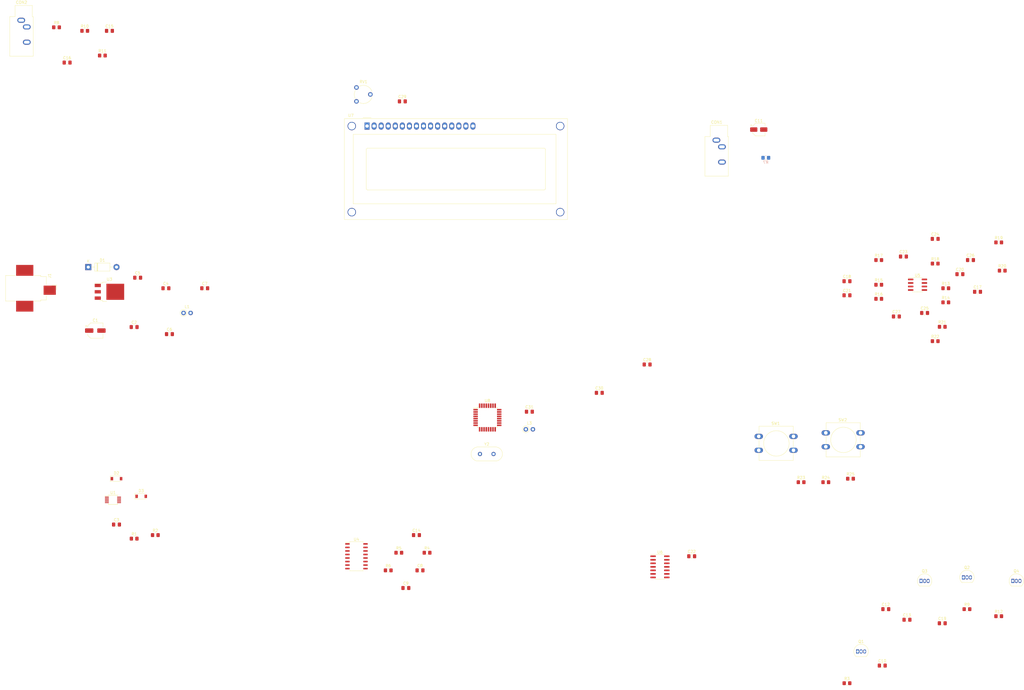
<source format=kicad_pcb>
(kicad_pcb (version 20171130) (host pcbnew 5.1.9+dfsg1-1)

  (general
    (thickness 1.6)
    (drawings 0)
    (tracks 0)
    (zones 0)
    (modules 79)
    (nets 72)
  )

  (page A4)
  (layers
    (0 F.Cu signal)
    (31 B.Cu signal)
    (32 B.Adhes user)
    (33 F.Adhes user)
    (34 B.Paste user)
    (35 F.Paste user)
    (36 B.SilkS user)
    (37 F.SilkS user)
    (38 B.Mask user)
    (39 F.Mask user)
    (40 Dwgs.User user)
    (41 Cmts.User user)
    (42 Eco1.User user)
    (43 Eco2.User user)
    (44 Edge.Cuts user)
    (45 Margin user)
    (46 B.CrtYd user)
    (47 F.CrtYd user)
    (48 B.Fab user)
    (49 F.Fab user)
  )

  (setup
    (last_trace_width 0.25)
    (user_trace_width 0.5)
    (trace_clearance 0.2)
    (zone_clearance 0.508)
    (zone_45_only no)
    (trace_min 0.2)
    (via_size 0.8)
    (via_drill 0.4)
    (via_min_size 0.4)
    (via_min_drill 0.3)
    (user_via 1 0.5)
    (uvia_size 0.3)
    (uvia_drill 0.1)
    (uvias_allowed no)
    (uvia_min_size 0.2)
    (uvia_min_drill 0.1)
    (edge_width 0.1)
    (segment_width 0.2)
    (pcb_text_width 0.3)
    (pcb_text_size 1.5 1.5)
    (mod_edge_width 0.15)
    (mod_text_size 1 1)
    (mod_text_width 0.15)
    (pad_size 5 5)
    (pad_drill 3)
    (pad_to_mask_clearance 0)
    (aux_axis_origin 0 0)
    (visible_elements 7FFFFFFF)
    (pcbplotparams
      (layerselection 0x010f0_ffffffff)
      (usegerberextensions true)
      (usegerberattributes false)
      (usegerberadvancedattributes false)
      (creategerberjobfile false)
      (excludeedgelayer true)
      (linewidth 0.100000)
      (plotframeref false)
      (viasonmask false)
      (mode 1)
      (useauxorigin false)
      (hpglpennumber 1)
      (hpglpenspeed 20)
      (hpglpendiameter 15.000000)
      (psnegative false)
      (psa4output false)
      (plotreference true)
      (plotvalue true)
      (plotinvisibletext false)
      (padsonsilk false)
      (subtractmaskfromsilk false)
      (outputformat 1)
      (mirror false)
      (drillshape 0)
      (scaleselection 1)
      (outputdirectory "uSDX_V_1_01 GERBER FILES/"))
  )

  (net 0 "")
  (net 1 GNDPWR)
  (net 2 +12V)
  (net 3 +5V)
  (net 4 "Net-(C9-Pad1)")
  (net 5 "Net-(C12-Pad1)")
  (net 6 "Net-(C23-Pad1)")
  (net 7 "Net-(C24-Pad2)")
  (net 8 "Net-(C24-Pad1)")
  (net 9 "Net-(D1-Pad1)")
  (net 10 "Net-(R23-Pad1)")
  (net 11 "Net-(RV1-Pad2)")
  (net 12 "Net-(C3-Pad2)")
  (net 13 "Net-(C4-Pad1)")
  (net 14 "Net-(C8-Pad1)")
  (net 15 F_IN)
  (net 16 PB0)
  (net 17 "Net-(C11-Pad2)")
  (net 18 "Net-(C11-Pad1)")
  (net 19 RF_SIGNAL)
  (net 20 PB4)
  (net 21 PC2)
  (net 22 90_deg)
  (net 23 0_deg)
  (net 24 "Net-(C19-Pad1)")
  (net 25 180_deg)
  (net 26 270_deg)
  (net 27 "Net-(C23-Pad2)")
  (net 28 I)
  (net 29 Q)
  (net 30 AREF)
  (net 31 "Net-(C30-Pad2)")
  (net 32 CTRL_OUT)
  (net 33 AVCC)
  (net 34 PB5)
  (net 35 "Net-(D2-Pad1)")
  (net 36 RS)
  (net 37 SCL)
  (net 38 HP_OUT)
  (net 39 TX_CTRL_1)
  (net 40 "Net-(R14-Pad2)")
  (net 41 "Net-(R16-Pad2)")
  (net 42 "Net-(R24-Pad1)")
  (net 43 BUT_STATE)
  (net 44 CLK_0)
  (net 45 CLK_1)
  (net 46 CLK_2)
  (net 47 "Net-(U1-Pad3)")
  (net 48 "Net-(U1-Pad2)")
  (net 49 "Net-(U4-Pad6)")
  (net 50 "Net-(U4-Pad5)")
  (net 51 "Net-(U4-Pad4)")
  (net 52 "Net-(U4-Pad3)")
  (net 53 "Net-(U6-Pad11)")
  (net 54 "Net-(U6-Pad2)")
  (net 55 "Net-(U6-Pad3)")
  (net 56 DB7)
  (net 57 DB6)
  (net 58 DB5)
  (net 59 DB4)
  (net 60 "Net-(U7-Pad10)")
  (net 61 "Net-(U7-Pad9)")
  (net 62 "Net-(U7-Pad8)")
  (net 63 "Net-(U7-Pad7)")
  (net 64 E)
  (net 65 PD7)
  (net 66 PD6)
  (net 67 "Net-(U8-Pad11)")
  (net 68 "Net-(U8-Pad10)")
  (net 69 "Net-(U8-Pad9)")
  (net 70 "Net-(U8-Pad17)")
  (net 71 "Net-(U8-Pad1)")

  (net_class Default "This is the default net class."
    (clearance 0.2)
    (trace_width 0.25)
    (via_dia 0.8)
    (via_drill 0.4)
    (uvia_dia 0.3)
    (uvia_drill 0.1)
    (add_net +12V)
    (add_net +5V)
    (add_net 0_deg)
    (add_net 180_deg)
    (add_net 270_deg)
    (add_net 90_deg)
    (add_net AREF)
    (add_net AVCC)
    (add_net BUT_STATE)
    (add_net CLK_0)
    (add_net CLK_1)
    (add_net CLK_2)
    (add_net CTRL_OUT)
    (add_net DB4)
    (add_net DB5)
    (add_net DB6)
    (add_net DB7)
    (add_net E)
    (add_net F_IN)
    (add_net GNDPWR)
    (add_net HP_OUT)
    (add_net I)
    (add_net "Net-(C11-Pad1)")
    (add_net "Net-(C11-Pad2)")
    (add_net "Net-(C12-Pad1)")
    (add_net "Net-(C19-Pad1)")
    (add_net "Net-(C23-Pad1)")
    (add_net "Net-(C23-Pad2)")
    (add_net "Net-(C24-Pad1)")
    (add_net "Net-(C24-Pad2)")
    (add_net "Net-(C3-Pad2)")
    (add_net "Net-(C30-Pad2)")
    (add_net "Net-(C4-Pad1)")
    (add_net "Net-(C8-Pad1)")
    (add_net "Net-(C9-Pad1)")
    (add_net "Net-(D1-Pad1)")
    (add_net "Net-(D2-Pad1)")
    (add_net "Net-(R14-Pad2)")
    (add_net "Net-(R16-Pad2)")
    (add_net "Net-(R23-Pad1)")
    (add_net "Net-(R24-Pad1)")
    (add_net "Net-(RV1-Pad2)")
    (add_net "Net-(U1-Pad2)")
    (add_net "Net-(U1-Pad3)")
    (add_net "Net-(U4-Pad3)")
    (add_net "Net-(U4-Pad4)")
    (add_net "Net-(U4-Pad5)")
    (add_net "Net-(U4-Pad6)")
    (add_net "Net-(U6-Pad11)")
    (add_net "Net-(U6-Pad2)")
    (add_net "Net-(U6-Pad3)")
    (add_net "Net-(U7-Pad10)")
    (add_net "Net-(U7-Pad7)")
    (add_net "Net-(U7-Pad8)")
    (add_net "Net-(U7-Pad9)")
    (add_net "Net-(U8-Pad1)")
    (add_net "Net-(U8-Pad10)")
    (add_net "Net-(U8-Pad11)")
    (add_net "Net-(U8-Pad17)")
    (add_net "Net-(U8-Pad9)")
    (add_net PB0)
    (add_net PB4)
    (add_net PB5)
    (add_net PC2)
    (add_net PD6)
    (add_net PD7)
    (add_net Q)
    (add_net RF_SIGNAL)
    (add_net RS)
    (add_net SCL)
    (add_net TX_CTRL_1)
  )

  (module Capacitor_SMD:CP_Elec_5x5.8 (layer F.Cu) (tedit 5BCA39CF) (tstamp 614F8C3D)
    (at 11.43 -267.97)
    (descr "SMD capacitor, aluminum electrolytic, Panasonic, 5.0x5.8mm")
    (tags "capacitor electrolytic")
    (path /61ED147C)
    (attr smd)
    (fp_text reference C1 (at 0 -3.7) (layer F.SilkS)
      (effects (font (size 1 1) (thickness 0.15)))
    )
    (fp_text value 100u/16V (at 0 3.7) (layer F.Fab)
      (effects (font (size 1 1) (thickness 0.15)))
    )
    (fp_line (start -3.95 1.05) (end -2.9 1.05) (layer F.CrtYd) (width 0.05))
    (fp_line (start -3.95 -1.05) (end -3.95 1.05) (layer F.CrtYd) (width 0.05))
    (fp_line (start -2.9 -1.05) (end -3.95 -1.05) (layer F.CrtYd) (width 0.05))
    (fp_line (start -2.9 1.05) (end -2.9 1.75) (layer F.CrtYd) (width 0.05))
    (fp_line (start -2.9 -1.75) (end -2.9 -1.05) (layer F.CrtYd) (width 0.05))
    (fp_line (start -2.9 -1.75) (end -1.75 -2.9) (layer F.CrtYd) (width 0.05))
    (fp_line (start -2.9 1.75) (end -1.75 2.9) (layer F.CrtYd) (width 0.05))
    (fp_line (start -1.75 -2.9) (end 2.9 -2.9) (layer F.CrtYd) (width 0.05))
    (fp_line (start -1.75 2.9) (end 2.9 2.9) (layer F.CrtYd) (width 0.05))
    (fp_line (start 2.9 1.05) (end 2.9 2.9) (layer F.CrtYd) (width 0.05))
    (fp_line (start 3.95 1.05) (end 2.9 1.05) (layer F.CrtYd) (width 0.05))
    (fp_line (start 3.95 -1.05) (end 3.95 1.05) (layer F.CrtYd) (width 0.05))
    (fp_line (start 2.9 -1.05) (end 3.95 -1.05) (layer F.CrtYd) (width 0.05))
    (fp_line (start 2.9 -2.9) (end 2.9 -1.05) (layer F.CrtYd) (width 0.05))
    (fp_line (start -3.3125 -1.9975) (end -3.3125 -1.3725) (layer F.SilkS) (width 0.12))
    (fp_line (start -3.625 -1.685) (end -3 -1.685) (layer F.SilkS) (width 0.12))
    (fp_line (start -2.76 1.695563) (end -1.695563 2.76) (layer F.SilkS) (width 0.12))
    (fp_line (start -2.76 -1.695563) (end -1.695563 -2.76) (layer F.SilkS) (width 0.12))
    (fp_line (start -2.76 -1.695563) (end -2.76 -1.06) (layer F.SilkS) (width 0.12))
    (fp_line (start -2.76 1.695563) (end -2.76 1.06) (layer F.SilkS) (width 0.12))
    (fp_line (start -1.695563 2.76) (end 2.76 2.76) (layer F.SilkS) (width 0.12))
    (fp_line (start -1.695563 -2.76) (end 2.76 -2.76) (layer F.SilkS) (width 0.12))
    (fp_line (start 2.76 -2.76) (end 2.76 -1.06) (layer F.SilkS) (width 0.12))
    (fp_line (start 2.76 2.76) (end 2.76 1.06) (layer F.SilkS) (width 0.12))
    (fp_line (start -1.783956 -1.45) (end -1.783956 -0.95) (layer F.Fab) (width 0.1))
    (fp_line (start -2.033956 -1.2) (end -1.533956 -1.2) (layer F.Fab) (width 0.1))
    (fp_line (start -2.65 1.65) (end -1.65 2.65) (layer F.Fab) (width 0.1))
    (fp_line (start -2.65 -1.65) (end -1.65 -2.65) (layer F.Fab) (width 0.1))
    (fp_line (start -2.65 -1.65) (end -2.65 1.65) (layer F.Fab) (width 0.1))
    (fp_line (start -1.65 2.65) (end 2.65 2.65) (layer F.Fab) (width 0.1))
    (fp_line (start -1.65 -2.65) (end 2.65 -2.65) (layer F.Fab) (width 0.1))
    (fp_line (start 2.65 -2.65) (end 2.65 2.65) (layer F.Fab) (width 0.1))
    (fp_circle (center 0 0) (end 2.5 0) (layer F.Fab) (width 0.1))
    (fp_text user %R (at 0 0) (layer F.Fab)
      (effects (font (size 1 1) (thickness 0.15)))
    )
    (pad 1 smd roundrect (at -2.2 0) (size 3 1.6) (layers F.Cu F.Paste F.Mask) (roundrect_rratio 0.15625)
      (net 2 +12V))
    (pad 2 smd roundrect (at 2.2 0) (size 3 1.6) (layers F.Cu F.Paste F.Mask) (roundrect_rratio 0.15625)
      (net 1 GNDPWR))
    (model ${KISYS3DMOD}/Capacitor_SMD.3dshapes/CP_Elec_5x5.8.wrl
      (at (xyz 0 0 0))
      (scale (xyz 1 1 1))
      (rotate (xyz 0 0 0))
    )
  )

  (module Capacitor_SMD:C_0805_2012Metric_Pad1.18x1.45mm_HandSolder (layer F.Cu) (tedit 5F68FEEF) (tstamp 614F8C4E)
    (at 25.4 -269.24)
    (descr "Capacitor SMD 0805 (2012 Metric), square (rectangular) end terminal, IPC_7351 nominal with elongated pad for handsoldering. (Body size source: IPC-SM-782 page 76, https://www.pcb-3d.com/wordpress/wp-content/uploads/ipc-sm-782a_amendment_1_and_2.pdf, https://docs.google.com/spreadsheets/d/1BsfQQcO9C6DZCsRaXUlFlo91Tg2WpOkGARC1WS5S8t0/edit?usp=sharing), generated with kicad-footprint-generator")
    (tags "capacitor handsolder")
    (path /61ED1470)
    (attr smd)
    (fp_text reference C2 (at 0 -1.68) (layer F.SilkS)
      (effects (font (size 1 1) (thickness 0.15)))
    )
    (fp_text value 100nF (at 0 1.68) (layer F.Fab)
      (effects (font (size 1 1) (thickness 0.15)))
    )
    (fp_line (start 1.88 0.98) (end -1.88 0.98) (layer F.CrtYd) (width 0.05))
    (fp_line (start 1.88 -0.98) (end 1.88 0.98) (layer F.CrtYd) (width 0.05))
    (fp_line (start -1.88 -0.98) (end 1.88 -0.98) (layer F.CrtYd) (width 0.05))
    (fp_line (start -1.88 0.98) (end -1.88 -0.98) (layer F.CrtYd) (width 0.05))
    (fp_line (start -0.261252 0.735) (end 0.261252 0.735) (layer F.SilkS) (width 0.12))
    (fp_line (start -0.261252 -0.735) (end 0.261252 -0.735) (layer F.SilkS) (width 0.12))
    (fp_line (start 1 0.625) (end -1 0.625) (layer F.Fab) (width 0.1))
    (fp_line (start 1 -0.625) (end 1 0.625) (layer F.Fab) (width 0.1))
    (fp_line (start -1 -0.625) (end 1 -0.625) (layer F.Fab) (width 0.1))
    (fp_line (start -1 0.625) (end -1 -0.625) (layer F.Fab) (width 0.1))
    (fp_text user %R (at 0 0) (layer F.Fab)
      (effects (font (size 0.5 0.5) (thickness 0.08)))
    )
    (pad 1 smd roundrect (at -1.0375 0) (size 1.175 1.45) (layers F.Cu F.Paste F.Mask) (roundrect_rratio 0.212766)
      (net 2 +12V))
    (pad 2 smd roundrect (at 1.0375 0) (size 1.175 1.45) (layers F.Cu F.Paste F.Mask) (roundrect_rratio 0.212766)
      (net 1 GNDPWR))
    (model ${KISYS3DMOD}/Capacitor_SMD.3dshapes/C_0805_2012Metric.wrl
      (at (xyz 0 0 0))
      (scale (xyz 1 1 1))
      (rotate (xyz 0 0 0))
    )
  )

  (module Capacitor_SMD:C_0805_2012Metric_Pad1.18x1.45mm_HandSolder (layer F.Cu) (tedit 5F68FEEF) (tstamp 614F8C5F)
    (at 19.05 -198.12)
    (descr "Capacitor SMD 0805 (2012 Metric), square (rectangular) end terminal, IPC_7351 nominal with elongated pad for handsoldering. (Body size source: IPC-SM-782 page 76, https://www.pcb-3d.com/wordpress/wp-content/uploads/ipc-sm-782a_amendment_1_and_2.pdf, https://docs.google.com/spreadsheets/d/1BsfQQcO9C6DZCsRaXUlFlo91Tg2WpOkGARC1WS5S8t0/edit?usp=sharing), generated with kicad-footprint-generator")
    (tags "capacitor handsolder")
    (path /61D2164C)
    (attr smd)
    (fp_text reference C3 (at 0 -1.68) (layer F.SilkS)
      (effects (font (size 1 1) (thickness 0.15)))
    )
    (fp_text value 100nF (at 0 1.68) (layer F.Fab)
      (effects (font (size 1 1) (thickness 0.15)))
    )
    (fp_line (start 1.88 0.98) (end -1.88 0.98) (layer F.CrtYd) (width 0.05))
    (fp_line (start 1.88 -0.98) (end 1.88 0.98) (layer F.CrtYd) (width 0.05))
    (fp_line (start -1.88 -0.98) (end 1.88 -0.98) (layer F.CrtYd) (width 0.05))
    (fp_line (start -1.88 0.98) (end -1.88 -0.98) (layer F.CrtYd) (width 0.05))
    (fp_line (start -0.261252 0.735) (end 0.261252 0.735) (layer F.SilkS) (width 0.12))
    (fp_line (start -0.261252 -0.735) (end 0.261252 -0.735) (layer F.SilkS) (width 0.12))
    (fp_line (start 1 0.625) (end -1 0.625) (layer F.Fab) (width 0.1))
    (fp_line (start 1 -0.625) (end 1 0.625) (layer F.Fab) (width 0.1))
    (fp_line (start -1 -0.625) (end 1 -0.625) (layer F.Fab) (width 0.1))
    (fp_line (start -1 0.625) (end -1 -0.625) (layer F.Fab) (width 0.1))
    (fp_text user %R (at 0 0) (layer F.Fab)
      (effects (font (size 0.5 0.5) (thickness 0.08)))
    )
    (pad 1 smd roundrect (at -1.0375 0) (size 1.175 1.45) (layers F.Cu F.Paste F.Mask) (roundrect_rratio 0.212766)
      (net 1 GNDPWR))
    (pad 2 smd roundrect (at 1.0375 0) (size 1.175 1.45) (layers F.Cu F.Paste F.Mask) (roundrect_rratio 0.212766)
      (net 12 "Net-(C3-Pad2)"))
    (model ${KISYS3DMOD}/Capacitor_SMD.3dshapes/C_0805_2012Metric.wrl
      (at (xyz 0 0 0))
      (scale (xyz 1 1 1))
      (rotate (xyz 0 0 0))
    )
  )

  (module Capacitor_SMD:C_0805_2012Metric_Pad1.18x1.45mm_HandSolder (layer F.Cu) (tedit 5F68FEEF) (tstamp 614F8C70)
    (at 36.83 -283.21)
    (descr "Capacitor SMD 0805 (2012 Metric), square (rectangular) end terminal, IPC_7351 nominal with elongated pad for handsoldering. (Body size source: IPC-SM-782 page 76, https://www.pcb-3d.com/wordpress/wp-content/uploads/ipc-sm-782a_amendment_1_and_2.pdf, https://docs.google.com/spreadsheets/d/1BsfQQcO9C6DZCsRaXUlFlo91Tg2WpOkGARC1WS5S8t0/edit?usp=sharing), generated with kicad-footprint-generator")
    (tags "capacitor handsolder")
    (path /61ED1476)
    (attr smd)
    (fp_text reference C4 (at 0 -1.68) (layer F.SilkS)
      (effects (font (size 1 1) (thickness 0.15)))
    )
    (fp_text value 100nF (at 0 1.68) (layer F.Fab)
      (effects (font (size 1 1) (thickness 0.15)))
    )
    (fp_text user %R (at 0 0) (layer F.Fab)
      (effects (font (size 0.5 0.5) (thickness 0.08)))
    )
    (fp_line (start -1 0.625) (end -1 -0.625) (layer F.Fab) (width 0.1))
    (fp_line (start -1 -0.625) (end 1 -0.625) (layer F.Fab) (width 0.1))
    (fp_line (start 1 -0.625) (end 1 0.625) (layer F.Fab) (width 0.1))
    (fp_line (start 1 0.625) (end -1 0.625) (layer F.Fab) (width 0.1))
    (fp_line (start -0.261252 -0.735) (end 0.261252 -0.735) (layer F.SilkS) (width 0.12))
    (fp_line (start -0.261252 0.735) (end 0.261252 0.735) (layer F.SilkS) (width 0.12))
    (fp_line (start -1.88 0.98) (end -1.88 -0.98) (layer F.CrtYd) (width 0.05))
    (fp_line (start -1.88 -0.98) (end 1.88 -0.98) (layer F.CrtYd) (width 0.05))
    (fp_line (start 1.88 -0.98) (end 1.88 0.98) (layer F.CrtYd) (width 0.05))
    (fp_line (start 1.88 0.98) (end -1.88 0.98) (layer F.CrtYd) (width 0.05))
    (pad 2 smd roundrect (at 1.0375 0) (size 1.175 1.45) (layers F.Cu F.Paste F.Mask) (roundrect_rratio 0.212766)
      (net 1 GNDPWR))
    (pad 1 smd roundrect (at -1.0375 0) (size 1.175 1.45) (layers F.Cu F.Paste F.Mask) (roundrect_rratio 0.212766)
      (net 13 "Net-(C4-Pad1)"))
    (model ${KISYS3DMOD}/Capacitor_SMD.3dshapes/C_0805_2012Metric.wrl
      (at (xyz 0 0 0))
      (scale (xyz 1 1 1))
      (rotate (xyz 0 0 0))
    )
  )

  (module Capacitor_SMD:C_0805_2012Metric_Pad1.18x1.45mm_HandSolder (layer F.Cu) (tedit 5F68FEEF) (tstamp 614F8C81)
    (at 26.67 -287.02)
    (descr "Capacitor SMD 0805 (2012 Metric), square (rectangular) end terminal, IPC_7351 nominal with elongated pad for handsoldering. (Body size source: IPC-SM-782 page 76, https://www.pcb-3d.com/wordpress/wp-content/uploads/ipc-sm-782a_amendment_1_and_2.pdf, https://docs.google.com/spreadsheets/d/1BsfQQcO9C6DZCsRaXUlFlo91Tg2WpOkGARC1WS5S8t0/edit?usp=sharing), generated with kicad-footprint-generator")
    (tags "capacitor handsolder")
    (path /61ED14AB)
    (attr smd)
    (fp_text reference C5 (at 0 -1.68) (layer F.SilkS)
      (effects (font (size 1 1) (thickness 0.15)))
    )
    (fp_text value 10uF (at 0 1.68) (layer F.Fab)
      (effects (font (size 1 1) (thickness 0.15)))
    )
    (fp_text user %R (at 0 0) (layer F.Fab)
      (effects (font (size 0.5 0.5) (thickness 0.08)))
    )
    (fp_line (start -1 0.625) (end -1 -0.625) (layer F.Fab) (width 0.1))
    (fp_line (start -1 -0.625) (end 1 -0.625) (layer F.Fab) (width 0.1))
    (fp_line (start 1 -0.625) (end 1 0.625) (layer F.Fab) (width 0.1))
    (fp_line (start 1 0.625) (end -1 0.625) (layer F.Fab) (width 0.1))
    (fp_line (start -0.261252 -0.735) (end 0.261252 -0.735) (layer F.SilkS) (width 0.12))
    (fp_line (start -0.261252 0.735) (end 0.261252 0.735) (layer F.SilkS) (width 0.12))
    (fp_line (start -1.88 0.98) (end -1.88 -0.98) (layer F.CrtYd) (width 0.05))
    (fp_line (start -1.88 -0.98) (end 1.88 -0.98) (layer F.CrtYd) (width 0.05))
    (fp_line (start 1.88 -0.98) (end 1.88 0.98) (layer F.CrtYd) (width 0.05))
    (fp_line (start 1.88 0.98) (end -1.88 0.98) (layer F.CrtYd) (width 0.05))
    (pad 2 smd roundrect (at 1.0375 0) (size 1.175 1.45) (layers F.Cu F.Paste F.Mask) (roundrect_rratio 0.212766)
      (net 1 GNDPWR))
    (pad 1 smd roundrect (at -1.0375 0) (size 1.175 1.45) (layers F.Cu F.Paste F.Mask) (roundrect_rratio 0.212766)
      (net 13 "Net-(C4-Pad1)"))
    (model ${KISYS3DMOD}/Capacitor_SMD.3dshapes/C_0805_2012Metric.wrl
      (at (xyz 0 0 0))
      (scale (xyz 1 1 1))
      (rotate (xyz 0 0 0))
    )
  )

  (module Capacitor_SMD:C_0805_2012Metric_Pad1.18x1.45mm_HandSolder (layer F.Cu) (tedit 5F68FEEF) (tstamp 614F8C92)
    (at 38.1 -266.7)
    (descr "Capacitor SMD 0805 (2012 Metric), square (rectangular) end terminal, IPC_7351 nominal with elongated pad for handsoldering. (Body size source: IPC-SM-782 page 76, https://www.pcb-3d.com/wordpress/wp-content/uploads/ipc-sm-782a_amendment_1_and_2.pdf, https://docs.google.com/spreadsheets/d/1BsfQQcO9C6DZCsRaXUlFlo91Tg2WpOkGARC1WS5S8t0/edit?usp=sharing), generated with kicad-footprint-generator")
    (tags "capacitor handsolder")
    (path /5EC4C38D)
    (attr smd)
    (fp_text reference C6 (at 0 -1.68) (layer F.SilkS)
      (effects (font (size 1 1) (thickness 0.15)))
    )
    (fp_text value 100nF (at 0 1.68) (layer F.Fab)
      (effects (font (size 1 1) (thickness 0.15)))
    )
    (fp_text user %R (at 0 0) (layer F.Fab)
      (effects (font (size 0.5 0.5) (thickness 0.08)))
    )
    (fp_line (start -1 0.625) (end -1 -0.625) (layer F.Fab) (width 0.1))
    (fp_line (start -1 -0.625) (end 1 -0.625) (layer F.Fab) (width 0.1))
    (fp_line (start 1 -0.625) (end 1 0.625) (layer F.Fab) (width 0.1))
    (fp_line (start 1 0.625) (end -1 0.625) (layer F.Fab) (width 0.1))
    (fp_line (start -0.261252 -0.735) (end 0.261252 -0.735) (layer F.SilkS) (width 0.12))
    (fp_line (start -0.261252 0.735) (end 0.261252 0.735) (layer F.SilkS) (width 0.12))
    (fp_line (start -1.88 0.98) (end -1.88 -0.98) (layer F.CrtYd) (width 0.05))
    (fp_line (start -1.88 -0.98) (end 1.88 -0.98) (layer F.CrtYd) (width 0.05))
    (fp_line (start 1.88 -0.98) (end 1.88 0.98) (layer F.CrtYd) (width 0.05))
    (fp_line (start 1.88 0.98) (end -1.88 0.98) (layer F.CrtYd) (width 0.05))
    (pad 2 smd roundrect (at 1.0375 0) (size 1.175 1.45) (layers F.Cu F.Paste F.Mask) (roundrect_rratio 0.212766)
      (net 1 GNDPWR))
    (pad 1 smd roundrect (at -1.0375 0) (size 1.175 1.45) (layers F.Cu F.Paste F.Mask) (roundrect_rratio 0.212766)
      (net 3 +5V))
    (model ${KISYS3DMOD}/Capacitor_SMD.3dshapes/C_0805_2012Metric.wrl
      (at (xyz 0 0 0))
      (scale (xyz 1 1 1))
      (rotate (xyz 0 0 0))
    )
  )

  (module Capacitor_SMD:C_0805_2012Metric_Pad1.18x1.45mm_HandSolder (layer F.Cu) (tedit 5F68FEEF) (tstamp 614F8CA3)
    (at 50.8 -283.21)
    (descr "Capacitor SMD 0805 (2012 Metric), square (rectangular) end terminal, IPC_7351 nominal with elongated pad for handsoldering. (Body size source: IPC-SM-782 page 76, https://www.pcb-3d.com/wordpress/wp-content/uploads/ipc-sm-782a_amendment_1_and_2.pdf, https://docs.google.com/spreadsheets/d/1BsfQQcO9C6DZCsRaXUlFlo91Tg2WpOkGARC1WS5S8t0/edit?usp=sharing), generated with kicad-footprint-generator")
    (tags "capacitor handsolder")
    (path /5EC4C393)
    (attr smd)
    (fp_text reference C7 (at 0 -1.68) (layer F.SilkS)
      (effects (font (size 1 1) (thickness 0.15)))
    )
    (fp_text value 10uF (at 0 1.68) (layer F.Fab)
      (effects (font (size 1 1) (thickness 0.15)))
    )
    (fp_line (start 1.88 0.98) (end -1.88 0.98) (layer F.CrtYd) (width 0.05))
    (fp_line (start 1.88 -0.98) (end 1.88 0.98) (layer F.CrtYd) (width 0.05))
    (fp_line (start -1.88 -0.98) (end 1.88 -0.98) (layer F.CrtYd) (width 0.05))
    (fp_line (start -1.88 0.98) (end -1.88 -0.98) (layer F.CrtYd) (width 0.05))
    (fp_line (start -0.261252 0.735) (end 0.261252 0.735) (layer F.SilkS) (width 0.12))
    (fp_line (start -0.261252 -0.735) (end 0.261252 -0.735) (layer F.SilkS) (width 0.12))
    (fp_line (start 1 0.625) (end -1 0.625) (layer F.Fab) (width 0.1))
    (fp_line (start 1 -0.625) (end 1 0.625) (layer F.Fab) (width 0.1))
    (fp_line (start -1 -0.625) (end 1 -0.625) (layer F.Fab) (width 0.1))
    (fp_line (start -1 0.625) (end -1 -0.625) (layer F.Fab) (width 0.1))
    (fp_text user %R (at 0 0) (layer F.Fab)
      (effects (font (size 0.5 0.5) (thickness 0.08)))
    )
    (pad 1 smd roundrect (at -1.0375 0) (size 1.175 1.45) (layers F.Cu F.Paste F.Mask) (roundrect_rratio 0.212766)
      (net 3 +5V))
    (pad 2 smd roundrect (at 1.0375 0) (size 1.175 1.45) (layers F.Cu F.Paste F.Mask) (roundrect_rratio 0.212766)
      (net 1 GNDPWR))
    (model ${KISYS3DMOD}/Capacitor_SMD.3dshapes/C_0805_2012Metric.wrl
      (at (xyz 0 0 0))
      (scale (xyz 1 1 1))
      (rotate (xyz 0 0 0))
    )
  )

  (module Capacitor_SMD:C_0805_2012Metric_Pad1.18x1.45mm_HandSolder (layer F.Cu) (tedit 5F68FEEF) (tstamp 614F8CB4)
    (at 128.27 -181.61)
    (descr "Capacitor SMD 0805 (2012 Metric), square (rectangular) end terminal, IPC_7351 nominal with elongated pad for handsoldering. (Body size source: IPC-SM-782 page 76, https://www.pcb-3d.com/wordpress/wp-content/uploads/ipc-sm-782a_amendment_1_and_2.pdf, https://docs.google.com/spreadsheets/d/1BsfQQcO9C6DZCsRaXUlFlo91Tg2WpOkGARC1WS5S8t0/edit?usp=sharing), generated with kicad-footprint-generator")
    (tags "capacitor handsolder")
    (path /61421A35)
    (attr smd)
    (fp_text reference C8 (at 0 -1.68) (layer F.SilkS)
      (effects (font (size 1 1) (thickness 0.15)))
    )
    (fp_text value 100nF (at 0 1.68) (layer F.Fab)
      (effects (font (size 1 1) (thickness 0.15)))
    )
    (fp_text user %R (at 0 0) (layer F.Fab)
      (effects (font (size 0.5 0.5) (thickness 0.08)))
    )
    (fp_line (start -1 0.625) (end -1 -0.625) (layer F.Fab) (width 0.1))
    (fp_line (start -1 -0.625) (end 1 -0.625) (layer F.Fab) (width 0.1))
    (fp_line (start 1 -0.625) (end 1 0.625) (layer F.Fab) (width 0.1))
    (fp_line (start 1 0.625) (end -1 0.625) (layer F.Fab) (width 0.1))
    (fp_line (start -0.261252 -0.735) (end 0.261252 -0.735) (layer F.SilkS) (width 0.12))
    (fp_line (start -0.261252 0.735) (end 0.261252 0.735) (layer F.SilkS) (width 0.12))
    (fp_line (start -1.88 0.98) (end -1.88 -0.98) (layer F.CrtYd) (width 0.05))
    (fp_line (start -1.88 -0.98) (end 1.88 -0.98) (layer F.CrtYd) (width 0.05))
    (fp_line (start 1.88 -0.98) (end 1.88 0.98) (layer F.CrtYd) (width 0.05))
    (fp_line (start 1.88 0.98) (end -1.88 0.98) (layer F.CrtYd) (width 0.05))
    (pad 2 smd roundrect (at 1.0375 0) (size 1.175 1.45) (layers F.Cu F.Paste F.Mask) (roundrect_rratio 0.212766)
      (net 1 GNDPWR))
    (pad 1 smd roundrect (at -1.0375 0) (size 1.175 1.45) (layers F.Cu F.Paste F.Mask) (roundrect_rratio 0.212766)
      (net 14 "Net-(C8-Pad1)"))
    (model ${KISYS3DMOD}/Capacitor_SMD.3dshapes/C_0805_2012Metric.wrl
      (at (xyz 0 0 0))
      (scale (xyz 1 1 1))
      (rotate (xyz 0 0 0))
    )
  )

  (module Capacitor_SMD:C_0805_2012Metric_Pad1.18x1.45mm_HandSolder (layer F.Cu) (tedit 5F68FEEF) (tstamp 614F8CC5)
    (at 123.19 -175.26)
    (descr "Capacitor SMD 0805 (2012 Metric), square (rectangular) end terminal, IPC_7351 nominal with elongated pad for handsoldering. (Body size source: IPC-SM-782 page 76, https://www.pcb-3d.com/wordpress/wp-content/uploads/ipc-sm-782a_amendment_1_and_2.pdf, https://docs.google.com/spreadsheets/d/1BsfQQcO9C6DZCsRaXUlFlo91Tg2WpOkGARC1WS5S8t0/edit?usp=sharing), generated with kicad-footprint-generator")
    (tags "capacitor handsolder")
    (path /61421A5A)
    (attr smd)
    (fp_text reference C9 (at 0 -1.68) (layer F.SilkS)
      (effects (font (size 1 1) (thickness 0.15)))
    )
    (fp_text value 10nF (at 0 1.68) (layer F.Fab)
      (effects (font (size 1 1) (thickness 0.15)))
    )
    (fp_line (start 1.88 0.98) (end -1.88 0.98) (layer F.CrtYd) (width 0.05))
    (fp_line (start 1.88 -0.98) (end 1.88 0.98) (layer F.CrtYd) (width 0.05))
    (fp_line (start -1.88 -0.98) (end 1.88 -0.98) (layer F.CrtYd) (width 0.05))
    (fp_line (start -1.88 0.98) (end -1.88 -0.98) (layer F.CrtYd) (width 0.05))
    (fp_line (start -0.261252 0.735) (end 0.261252 0.735) (layer F.SilkS) (width 0.12))
    (fp_line (start -0.261252 -0.735) (end 0.261252 -0.735) (layer F.SilkS) (width 0.12))
    (fp_line (start 1 0.625) (end -1 0.625) (layer F.Fab) (width 0.1))
    (fp_line (start 1 -0.625) (end 1 0.625) (layer F.Fab) (width 0.1))
    (fp_line (start -1 -0.625) (end 1 -0.625) (layer F.Fab) (width 0.1))
    (fp_line (start -1 0.625) (end -1 -0.625) (layer F.Fab) (width 0.1))
    (fp_text user %R (at 0 0) (layer F.Fab)
      (effects (font (size 0.5 0.5) (thickness 0.08)))
    )
    (pad 1 smd roundrect (at -1.0375 0) (size 1.175 1.45) (layers F.Cu F.Paste F.Mask) (roundrect_rratio 0.212766)
      (net 4 "Net-(C9-Pad1)"))
    (pad 2 smd roundrect (at 1.0375 0) (size 1.175 1.45) (layers F.Cu F.Paste F.Mask) (roundrect_rratio 0.212766)
      (net 15 F_IN))
    (model ${KISYS3DMOD}/Capacitor_SMD.3dshapes/C_0805_2012Metric.wrl
      (at (xyz 0 0 0))
      (scale (xyz 1 1 1))
      (rotate (xyz 0 0 0))
    )
  )

  (module Capacitor_SMD:C_0805_2012Metric_Pad1.18x1.45mm_HandSolder (layer F.Cu) (tedit 5F68FEEF) (tstamp 614F8CD6)
    (at 294.64 -147.32)
    (descr "Capacitor SMD 0805 (2012 Metric), square (rectangular) end terminal, IPC_7351 nominal with elongated pad for handsoldering. (Body size source: IPC-SM-782 page 76, https://www.pcb-3d.com/wordpress/wp-content/uploads/ipc-sm-782a_amendment_1_and_2.pdf, https://docs.google.com/spreadsheets/d/1BsfQQcO9C6DZCsRaXUlFlo91Tg2WpOkGARC1WS5S8t0/edit?usp=sharing), generated with kicad-footprint-generator")
    (tags "capacitor handsolder")
    (path /61718146)
    (attr smd)
    (fp_text reference C10 (at 0 -1.68) (layer F.SilkS)
      (effects (font (size 1 1) (thickness 0.15)))
    )
    (fp_text value 10nF (at 0 1.68) (layer F.Fab)
      (effects (font (size 1 1) (thickness 0.15)))
    )
    (fp_line (start 1.88 0.98) (end -1.88 0.98) (layer F.CrtYd) (width 0.05))
    (fp_line (start 1.88 -0.98) (end 1.88 0.98) (layer F.CrtYd) (width 0.05))
    (fp_line (start -1.88 -0.98) (end 1.88 -0.98) (layer F.CrtYd) (width 0.05))
    (fp_line (start -1.88 0.98) (end -1.88 -0.98) (layer F.CrtYd) (width 0.05))
    (fp_line (start -0.261252 0.735) (end 0.261252 0.735) (layer F.SilkS) (width 0.12))
    (fp_line (start -0.261252 -0.735) (end 0.261252 -0.735) (layer F.SilkS) (width 0.12))
    (fp_line (start 1 0.625) (end -1 0.625) (layer F.Fab) (width 0.1))
    (fp_line (start 1 -0.625) (end 1 0.625) (layer F.Fab) (width 0.1))
    (fp_line (start -1 -0.625) (end 1 -0.625) (layer F.Fab) (width 0.1))
    (fp_line (start -1 0.625) (end -1 -0.625) (layer F.Fab) (width 0.1))
    (fp_text user %R (at 0 0) (layer F.Fab)
      (effects (font (size 0.5 0.5) (thickness 0.08)))
    )
    (pad 1 smd roundrect (at -1.0375 0) (size 1.175 1.45) (layers F.Cu F.Paste F.Mask) (roundrect_rratio 0.212766)
      (net 1 GNDPWR))
    (pad 2 smd roundrect (at 1.0375 0) (size 1.175 1.45) (layers F.Cu F.Paste F.Mask) (roundrect_rratio 0.212766)
      (net 16 PB0))
    (model ${KISYS3DMOD}/Capacitor_SMD.3dshapes/C_0805_2012Metric.wrl
      (at (xyz 0 0 0))
      (scale (xyz 1 1 1))
      (rotate (xyz 0 0 0))
    )
  )

  (module Capacitor_SMD:CP_Elec_4x4.5 (layer F.Cu) (tedit 5BCA39CF) (tstamp 614F8CFE)
    (at 250.19 -340.36)
    (descr "SMD capacitor, aluminum electrolytic, Nichicon, 4.0x4.5mm")
    (tags "capacitor electrolytic")
    (path /5ECEECFB)
    (attr smd)
    (fp_text reference C11 (at 0 -3.2) (layer F.SilkS)
      (effects (font (size 1 1) (thickness 0.15)))
    )
    (fp_text value 10uF/16V (at 0 3.2) (layer F.Fab)
      (effects (font (size 1 1) (thickness 0.15)))
    )
    (fp_line (start -3.35 1.05) (end -2.4 1.05) (layer F.CrtYd) (width 0.05))
    (fp_line (start -3.35 -1.05) (end -3.35 1.05) (layer F.CrtYd) (width 0.05))
    (fp_line (start -2.4 -1.05) (end -3.35 -1.05) (layer F.CrtYd) (width 0.05))
    (fp_line (start -2.4 1.05) (end -2.4 1.25) (layer F.CrtYd) (width 0.05))
    (fp_line (start -2.4 -1.25) (end -2.4 -1.05) (layer F.CrtYd) (width 0.05))
    (fp_line (start -2.4 -1.25) (end -1.25 -2.4) (layer F.CrtYd) (width 0.05))
    (fp_line (start -2.4 1.25) (end -1.25 2.4) (layer F.CrtYd) (width 0.05))
    (fp_line (start -1.25 -2.4) (end 2.4 -2.4) (layer F.CrtYd) (width 0.05))
    (fp_line (start -1.25 2.4) (end 2.4 2.4) (layer F.CrtYd) (width 0.05))
    (fp_line (start 2.4 1.05) (end 2.4 2.4) (layer F.CrtYd) (width 0.05))
    (fp_line (start 3.35 1.05) (end 2.4 1.05) (layer F.CrtYd) (width 0.05))
    (fp_line (start 3.35 -1.05) (end 3.35 1.05) (layer F.CrtYd) (width 0.05))
    (fp_line (start 2.4 -1.05) (end 3.35 -1.05) (layer F.CrtYd) (width 0.05))
    (fp_line (start 2.4 -2.4) (end 2.4 -1.05) (layer F.CrtYd) (width 0.05))
    (fp_line (start -2.75 -1.81) (end -2.75 -1.31) (layer F.SilkS) (width 0.12))
    (fp_line (start -3 -1.56) (end -2.5 -1.56) (layer F.SilkS) (width 0.12))
    (fp_line (start -2.26 1.195563) (end -1.195563 2.26) (layer F.SilkS) (width 0.12))
    (fp_line (start -2.26 -1.195563) (end -1.195563 -2.26) (layer F.SilkS) (width 0.12))
    (fp_line (start -2.26 -1.195563) (end -2.26 -1.06) (layer F.SilkS) (width 0.12))
    (fp_line (start -2.26 1.195563) (end -2.26 1.06) (layer F.SilkS) (width 0.12))
    (fp_line (start -1.195563 2.26) (end 2.26 2.26) (layer F.SilkS) (width 0.12))
    (fp_line (start -1.195563 -2.26) (end 2.26 -2.26) (layer F.SilkS) (width 0.12))
    (fp_line (start 2.26 -2.26) (end 2.26 -1.06) (layer F.SilkS) (width 0.12))
    (fp_line (start 2.26 2.26) (end 2.26 1.06) (layer F.SilkS) (width 0.12))
    (fp_line (start -1.374773 -1.2) (end -1.374773 -0.8) (layer F.Fab) (width 0.1))
    (fp_line (start -1.574773 -1) (end -1.174773 -1) (layer F.Fab) (width 0.1))
    (fp_line (start -2.15 1.15) (end -1.15 2.15) (layer F.Fab) (width 0.1))
    (fp_line (start -2.15 -1.15) (end -1.15 -2.15) (layer F.Fab) (width 0.1))
    (fp_line (start -2.15 -1.15) (end -2.15 1.15) (layer F.Fab) (width 0.1))
    (fp_line (start -1.15 2.15) (end 2.15 2.15) (layer F.Fab) (width 0.1))
    (fp_line (start -1.15 -2.15) (end 2.15 -2.15) (layer F.Fab) (width 0.1))
    (fp_line (start 2.15 -2.15) (end 2.15 2.15) (layer F.Fab) (width 0.1))
    (fp_circle (center 0 0) (end 2 0) (layer F.Fab) (width 0.1))
    (fp_text user %R (at 0 0) (layer F.Fab)
      (effects (font (size 0.8 0.8) (thickness 0.12)))
    )
    (pad 1 smd roundrect (at -1.8 0) (size 2.6 1.6) (layers F.Cu F.Paste F.Mask) (roundrect_rratio 0.15625)
      (net 18 "Net-(C11-Pad1)"))
    (pad 2 smd roundrect (at 1.8 0) (size 2.6 1.6) (layers F.Cu F.Paste F.Mask) (roundrect_rratio 0.15625)
      (net 17 "Net-(C11-Pad2)"))
    (model ${KISYS3DMOD}/Capacitor_SMD.3dshapes/CP_Elec_4x4.5.wrl
      (at (xyz 0 0 0))
      (scale (xyz 1 1 1))
      (rotate (xyz 0 0 0))
    )
  )

  (module Capacitor_SMD:C_0805_2012Metric_Pad1.18x1.45mm_HandSolder (layer F.Cu) (tedit 5F68FEEF) (tstamp 614F8D0F)
    (at 295.91 -167.64)
    (descr "Capacitor SMD 0805 (2012 Metric), square (rectangular) end terminal, IPC_7351 nominal with elongated pad for handsoldering. (Body size source: IPC-SM-782 page 76, https://www.pcb-3d.com/wordpress/wp-content/uploads/ipc-sm-782a_amendment_1_and_2.pdf, https://docs.google.com/spreadsheets/d/1BsfQQcO9C6DZCsRaXUlFlo91Tg2WpOkGARC1WS5S8t0/edit?usp=sharing), generated with kicad-footprint-generator")
    (tags "capacitor handsolder")
    (path /6171812D)
    (attr smd)
    (fp_text reference C12 (at 0 -1.68) (layer F.SilkS)
      (effects (font (size 1 1) (thickness 0.15)))
    )
    (fp_text value 100nF (at 0 1.68) (layer F.Fab)
      (effects (font (size 1 1) (thickness 0.15)))
    )
    (fp_text user %R (at 0 0) (layer F.Fab)
      (effects (font (size 0.5 0.5) (thickness 0.08)))
    )
    (fp_line (start -1 0.625) (end -1 -0.625) (layer F.Fab) (width 0.1))
    (fp_line (start -1 -0.625) (end 1 -0.625) (layer F.Fab) (width 0.1))
    (fp_line (start 1 -0.625) (end 1 0.625) (layer F.Fab) (width 0.1))
    (fp_line (start 1 0.625) (end -1 0.625) (layer F.Fab) (width 0.1))
    (fp_line (start -0.261252 -0.735) (end 0.261252 -0.735) (layer F.SilkS) (width 0.12))
    (fp_line (start -0.261252 0.735) (end 0.261252 0.735) (layer F.SilkS) (width 0.12))
    (fp_line (start -1.88 0.98) (end -1.88 -0.98) (layer F.CrtYd) (width 0.05))
    (fp_line (start -1.88 -0.98) (end 1.88 -0.98) (layer F.CrtYd) (width 0.05))
    (fp_line (start 1.88 -0.98) (end 1.88 0.98) (layer F.CrtYd) (width 0.05))
    (fp_line (start 1.88 0.98) (end -1.88 0.98) (layer F.CrtYd) (width 0.05))
    (pad 2 smd roundrect (at 1.0375 0) (size 1.175 1.45) (layers F.Cu F.Paste F.Mask) (roundrect_rratio 0.212766)
      (net 19 RF_SIGNAL))
    (pad 1 smd roundrect (at -1.0375 0) (size 1.175 1.45) (layers F.Cu F.Paste F.Mask) (roundrect_rratio 0.212766)
      (net 5 "Net-(C12-Pad1)"))
    (model ${KISYS3DMOD}/Capacitor_SMD.3dshapes/C_0805_2012Metric.wrl
      (at (xyz 0 0 0))
      (scale (xyz 1 1 1))
      (rotate (xyz 0 0 0))
    )
  )

  (module Capacitor_SMD:C_0805_2012Metric_Pad1.18x1.45mm_HandSolder (layer F.Cu) (tedit 5F68FEEF) (tstamp 614F8D20)
    (at 303.53 -163.83)
    (descr "Capacitor SMD 0805 (2012 Metric), square (rectangular) end terminal, IPC_7351 nominal with elongated pad for handsoldering. (Body size source: IPC-SM-782 page 76, https://www.pcb-3d.com/wordpress/wp-content/uploads/ipc-sm-782a_amendment_1_and_2.pdf, https://docs.google.com/spreadsheets/d/1BsfQQcO9C6DZCsRaXUlFlo91Tg2WpOkGARC1WS5S8t0/edit?usp=sharing), generated with kicad-footprint-generator")
    (tags "capacitor handsolder")
    (path /61718127)
    (attr smd)
    (fp_text reference C13 (at 0 -1.68) (layer F.SilkS)
      (effects (font (size 1 1) (thickness 0.15)))
    )
    (fp_text value 33pF (at 0 1.68) (layer F.Fab)
      (effects (font (size 1 1) (thickness 0.15)))
    )
    (fp_line (start 1.88 0.98) (end -1.88 0.98) (layer F.CrtYd) (width 0.05))
    (fp_line (start 1.88 -0.98) (end 1.88 0.98) (layer F.CrtYd) (width 0.05))
    (fp_line (start -1.88 -0.98) (end 1.88 -0.98) (layer F.CrtYd) (width 0.05))
    (fp_line (start -1.88 0.98) (end -1.88 -0.98) (layer F.CrtYd) (width 0.05))
    (fp_line (start -0.261252 0.735) (end 0.261252 0.735) (layer F.SilkS) (width 0.12))
    (fp_line (start -0.261252 -0.735) (end 0.261252 -0.735) (layer F.SilkS) (width 0.12))
    (fp_line (start 1 0.625) (end -1 0.625) (layer F.Fab) (width 0.1))
    (fp_line (start 1 -0.625) (end 1 0.625) (layer F.Fab) (width 0.1))
    (fp_line (start -1 -0.625) (end 1 -0.625) (layer F.Fab) (width 0.1))
    (fp_line (start -1 0.625) (end -1 -0.625) (layer F.Fab) (width 0.1))
    (fp_text user %R (at 0 0) (layer F.Fab)
      (effects (font (size 0.5 0.5) (thickness 0.08)))
    )
    (pad 1 smd roundrect (at -1.0375 0) (size 1.175 1.45) (layers F.Cu F.Paste F.Mask) (roundrect_rratio 0.212766)
      (net 5 "Net-(C12-Pad1)"))
    (pad 2 smd roundrect (at 1.0375 0) (size 1.175 1.45) (layers F.Cu F.Paste F.Mask) (roundrect_rratio 0.212766)
      (net 1 GNDPWR))
    (model ${KISYS3DMOD}/Capacitor_SMD.3dshapes/C_0805_2012Metric.wrl
      (at (xyz 0 0 0))
      (scale (xyz 1 1 1))
      (rotate (xyz 0 0 0))
    )
  )

  (module Capacitor_SMD:C_0805_2012Metric_Pad1.18x1.45mm_HandSolder (layer F.Cu) (tedit 5F68FEEF) (tstamp 614F8D31)
    (at 127 -194.31)
    (descr "Capacitor SMD 0805 (2012 Metric), square (rectangular) end terminal, IPC_7351 nominal with elongated pad for handsoldering. (Body size source: IPC-SM-782 page 76, https://www.pcb-3d.com/wordpress/wp-content/uploads/ipc-sm-782a_amendment_1_and_2.pdf, https://docs.google.com/spreadsheets/d/1BsfQQcO9C6DZCsRaXUlFlo91Tg2WpOkGARC1WS5S8t0/edit?usp=sharing), generated with kicad-footprint-generator")
    (tags "capacitor handsolder")
    (path /61421A1B)
    (attr smd)
    (fp_text reference C14 (at 0 -1.68) (layer F.SilkS)
      (effects (font (size 1 1) (thickness 0.15)))
    )
    (fp_text value 100nF (at 0 1.68) (layer F.Fab)
      (effects (font (size 1 1) (thickness 0.15)))
    )
    (fp_line (start 1.88 0.98) (end -1.88 0.98) (layer F.CrtYd) (width 0.05))
    (fp_line (start 1.88 -0.98) (end 1.88 0.98) (layer F.CrtYd) (width 0.05))
    (fp_line (start -1.88 -0.98) (end 1.88 -0.98) (layer F.CrtYd) (width 0.05))
    (fp_line (start -1.88 0.98) (end -1.88 -0.98) (layer F.CrtYd) (width 0.05))
    (fp_line (start -0.261252 0.735) (end 0.261252 0.735) (layer F.SilkS) (width 0.12))
    (fp_line (start -0.261252 -0.735) (end 0.261252 -0.735) (layer F.SilkS) (width 0.12))
    (fp_line (start 1 0.625) (end -1 0.625) (layer F.Fab) (width 0.1))
    (fp_line (start 1 -0.625) (end 1 0.625) (layer F.Fab) (width 0.1))
    (fp_line (start -1 -0.625) (end 1 -0.625) (layer F.Fab) (width 0.1))
    (fp_line (start -1 0.625) (end -1 -0.625) (layer F.Fab) (width 0.1))
    (fp_text user %R (at 0 0) (layer F.Fab)
      (effects (font (size 0.5 0.5) (thickness 0.08)))
    )
    (pad 1 smd roundrect (at -1.0375 0) (size 1.175 1.45) (layers F.Cu F.Paste F.Mask) (roundrect_rratio 0.212766)
      (net 3 +5V))
    (pad 2 smd roundrect (at 1.0375 0) (size 1.175 1.45) (layers F.Cu F.Paste F.Mask) (roundrect_rratio 0.212766)
      (net 1 GNDPWR))
    (model ${KISYS3DMOD}/Capacitor_SMD.3dshapes/C_0805_2012Metric.wrl
      (at (xyz 0 0 0))
      (scale (xyz 1 1 1))
      (rotate (xyz 0 0 0))
    )
  )

  (module Capacitor_SMD:C_0805_2012Metric_Pad1.18x1.45mm_HandSolder (layer F.Cu) (tedit 5F68FEEF) (tstamp 614F8D42)
    (at 16.51 -375.92)
    (descr "Capacitor SMD 0805 (2012 Metric), square (rectangular) end terminal, IPC_7351 nominal with elongated pad for handsoldering. (Body size source: IPC-SM-782 page 76, https://www.pcb-3d.com/wordpress/wp-content/uploads/ipc-sm-782a_amendment_1_and_2.pdf, https://docs.google.com/spreadsheets/d/1BsfQQcO9C6DZCsRaXUlFlo91Tg2WpOkGARC1WS5S8t0/edit?usp=sharing), generated with kicad-footprint-generator")
    (tags "capacitor handsolder")
    (path /5ECFD4BE)
    (attr smd)
    (fp_text reference C15 (at 0 -1.68) (layer F.SilkS)
      (effects (font (size 1 1) (thickness 0.15)))
    )
    (fp_text value 10nF (at 0 1.68) (layer F.Fab)
      (effects (font (size 1 1) (thickness 0.15)))
    )
    (fp_line (start 1.88 0.98) (end -1.88 0.98) (layer F.CrtYd) (width 0.05))
    (fp_line (start 1.88 -0.98) (end 1.88 0.98) (layer F.CrtYd) (width 0.05))
    (fp_line (start -1.88 -0.98) (end 1.88 -0.98) (layer F.CrtYd) (width 0.05))
    (fp_line (start -1.88 0.98) (end -1.88 -0.98) (layer F.CrtYd) (width 0.05))
    (fp_line (start -0.261252 0.735) (end 0.261252 0.735) (layer F.SilkS) (width 0.12))
    (fp_line (start -0.261252 -0.735) (end 0.261252 -0.735) (layer F.SilkS) (width 0.12))
    (fp_line (start 1 0.625) (end -1 0.625) (layer F.Fab) (width 0.1))
    (fp_line (start 1 -0.625) (end 1 0.625) (layer F.Fab) (width 0.1))
    (fp_line (start -1 -0.625) (end 1 -0.625) (layer F.Fab) (width 0.1))
    (fp_line (start -1 0.625) (end -1 -0.625) (layer F.Fab) (width 0.1))
    (fp_text user %R (at 0 0) (layer F.Fab)
      (effects (font (size 0.5 0.5) (thickness 0.08)))
    )
    (pad 1 smd roundrect (at -1.0375 0) (size 1.175 1.45) (layers F.Cu F.Paste F.Mask) (roundrect_rratio 0.212766)
      (net 20 PB4))
    (pad 2 smd roundrect (at 1.0375 0) (size 1.175 1.45) (layers F.Cu F.Paste F.Mask) (roundrect_rratio 0.212766)
      (net 1 GNDPWR))
    (model ${KISYS3DMOD}/Capacitor_SMD.3dshapes/C_0805_2012Metric.wrl
      (at (xyz 0 0 0))
      (scale (xyz 1 1 1))
      (rotate (xyz 0 0 0))
    )
  )

  (module Capacitor_SMD:C_0805_2012Metric_Pad1.18x1.45mm_HandSolder (layer F.Cu) (tedit 5F68FEEF) (tstamp 614F8D53)
    (at 1.27 -364.49)
    (descr "Capacitor SMD 0805 (2012 Metric), square (rectangular) end terminal, IPC_7351 nominal with elongated pad for handsoldering. (Body size source: IPC-SM-782 page 76, https://www.pcb-3d.com/wordpress/wp-content/uploads/ipc-sm-782a_amendment_1_and_2.pdf, https://docs.google.com/spreadsheets/d/1BsfQQcO9C6DZCsRaXUlFlo91Tg2WpOkGARC1WS5S8t0/edit?usp=sharing), generated with kicad-footprint-generator")
    (tags "capacitor handsolder")
    (path /5ECFDF8F)
    (attr smd)
    (fp_text reference C16 (at 0 -1.68) (layer F.SilkS)
      (effects (font (size 1 1) (thickness 0.15)))
    )
    (fp_text value 100nF (at 0 1.68) (layer F.Fab)
      (effects (font (size 1 1) (thickness 0.15)))
    )
    (fp_text user %R (at 0 0) (layer F.Fab)
      (effects (font (size 0.5 0.5) (thickness 0.08)))
    )
    (fp_line (start -1 0.625) (end -1 -0.625) (layer F.Fab) (width 0.1))
    (fp_line (start -1 -0.625) (end 1 -0.625) (layer F.Fab) (width 0.1))
    (fp_line (start 1 -0.625) (end 1 0.625) (layer F.Fab) (width 0.1))
    (fp_line (start 1 0.625) (end -1 0.625) (layer F.Fab) (width 0.1))
    (fp_line (start -0.261252 -0.735) (end 0.261252 -0.735) (layer F.SilkS) (width 0.12))
    (fp_line (start -0.261252 0.735) (end 0.261252 0.735) (layer F.SilkS) (width 0.12))
    (fp_line (start -1.88 0.98) (end -1.88 -0.98) (layer F.CrtYd) (width 0.05))
    (fp_line (start -1.88 -0.98) (end 1.88 -0.98) (layer F.CrtYd) (width 0.05))
    (fp_line (start 1.88 -0.98) (end 1.88 0.98) (layer F.CrtYd) (width 0.05))
    (fp_line (start 1.88 0.98) (end -1.88 0.98) (layer F.CrtYd) (width 0.05))
    (pad 2 smd roundrect (at 1.0375 0) (size 1.175 1.45) (layers F.Cu F.Paste F.Mask) (roundrect_rratio 0.212766)
      (net 21 PC2))
    (pad 1 smd roundrect (at -1.0375 0) (size 1.175 1.45) (layers F.Cu F.Paste F.Mask) (roundrect_rratio 0.212766)
      (net 20 PB4))
    (model ${KISYS3DMOD}/Capacitor_SMD.3dshapes/C_0805_2012Metric.wrl
      (at (xyz 0 0 0))
      (scale (xyz 1 1 1))
      (rotate (xyz 0 0 0))
    )
  )

  (module Capacitor_SMD:C_0805_2012Metric_Pad1.18x1.45mm_HandSolder (layer F.Cu) (tedit 5F68FEEF) (tstamp 614F8D64)
    (at 328.93 -281.94)
    (descr "Capacitor SMD 0805 (2012 Metric), square (rectangular) end terminal, IPC_7351 nominal with elongated pad for handsoldering. (Body size source: IPC-SM-782 page 76, https://www.pcb-3d.com/wordpress/wp-content/uploads/ipc-sm-782a_amendment_1_and_2.pdf, https://docs.google.com/spreadsheets/d/1BsfQQcO9C6DZCsRaXUlFlo91Tg2WpOkGARC1WS5S8t0/edit?usp=sharing), generated with kicad-footprint-generator")
    (tags "capacitor handsolder")
    (path /61294B15)
    (attr smd)
    (fp_text reference C17 (at 0 -1.68) (layer F.SilkS)
      (effects (font (size 1 1) (thickness 0.15)))
    )
    (fp_text value 470nF (at 0 1.68) (layer F.Fab)
      (effects (font (size 1 1) (thickness 0.15)))
    )
    (fp_text user %R (at 0 0) (layer F.Fab)
      (effects (font (size 0.5 0.5) (thickness 0.08)))
    )
    (fp_line (start -1 0.625) (end -1 -0.625) (layer F.Fab) (width 0.1))
    (fp_line (start -1 -0.625) (end 1 -0.625) (layer F.Fab) (width 0.1))
    (fp_line (start 1 -0.625) (end 1 0.625) (layer F.Fab) (width 0.1))
    (fp_line (start 1 0.625) (end -1 0.625) (layer F.Fab) (width 0.1))
    (fp_line (start -0.261252 -0.735) (end 0.261252 -0.735) (layer F.SilkS) (width 0.12))
    (fp_line (start -0.261252 0.735) (end 0.261252 0.735) (layer F.SilkS) (width 0.12))
    (fp_line (start -1.88 0.98) (end -1.88 -0.98) (layer F.CrtYd) (width 0.05))
    (fp_line (start -1.88 -0.98) (end 1.88 -0.98) (layer F.CrtYd) (width 0.05))
    (fp_line (start 1.88 -0.98) (end 1.88 0.98) (layer F.CrtYd) (width 0.05))
    (fp_line (start 1.88 0.98) (end -1.88 0.98) (layer F.CrtYd) (width 0.05))
    (pad 2 smd roundrect (at 1.0375 0) (size 1.175 1.45) (layers F.Cu F.Paste F.Mask) (roundrect_rratio 0.212766)
      (net 22 90_deg))
    (pad 1 smd roundrect (at -1.0375 0) (size 1.175 1.45) (layers F.Cu F.Paste F.Mask) (roundrect_rratio 0.212766)
      (net 1 GNDPWR))
    (model ${KISYS3DMOD}/Capacitor_SMD.3dshapes/C_0805_2012Metric.wrl
      (at (xyz 0 0 0))
      (scale (xyz 1 1 1))
      (rotate (xyz 0 0 0))
    )
  )

  (module Capacitor_SMD:C_0805_2012Metric_Pad1.18x1.45mm_HandSolder (layer F.Cu) (tedit 5F68FEEF) (tstamp 614F8D75)
    (at 281.94 -285.75)
    (descr "Capacitor SMD 0805 (2012 Metric), square (rectangular) end terminal, IPC_7351 nominal with elongated pad for handsoldering. (Body size source: IPC-SM-782 page 76, https://www.pcb-3d.com/wordpress/wp-content/uploads/ipc-sm-782a_amendment_1_and_2.pdf, https://docs.google.com/spreadsheets/d/1BsfQQcO9C6DZCsRaXUlFlo91Tg2WpOkGARC1WS5S8t0/edit?usp=sharing), generated with kicad-footprint-generator")
    (tags "capacitor handsolder")
    (path /61294B21)
    (attr smd)
    (fp_text reference C18 (at 0 -1.68) (layer F.SilkS)
      (effects (font (size 1 1) (thickness 0.15)))
    )
    (fp_text value 470nF (at 0 1.68) (layer F.Fab)
      (effects (font (size 1 1) (thickness 0.15)))
    )
    (fp_text user %R (at 0 0) (layer F.Fab)
      (effects (font (size 0.5 0.5) (thickness 0.08)))
    )
    (fp_line (start -1 0.625) (end -1 -0.625) (layer F.Fab) (width 0.1))
    (fp_line (start -1 -0.625) (end 1 -0.625) (layer F.Fab) (width 0.1))
    (fp_line (start 1 -0.625) (end 1 0.625) (layer F.Fab) (width 0.1))
    (fp_line (start 1 0.625) (end -1 0.625) (layer F.Fab) (width 0.1))
    (fp_line (start -0.261252 -0.735) (end 0.261252 -0.735) (layer F.SilkS) (width 0.12))
    (fp_line (start -0.261252 0.735) (end 0.261252 0.735) (layer F.SilkS) (width 0.12))
    (fp_line (start -1.88 0.98) (end -1.88 -0.98) (layer F.CrtYd) (width 0.05))
    (fp_line (start -1.88 -0.98) (end 1.88 -0.98) (layer F.CrtYd) (width 0.05))
    (fp_line (start 1.88 -0.98) (end 1.88 0.98) (layer F.CrtYd) (width 0.05))
    (fp_line (start 1.88 0.98) (end -1.88 0.98) (layer F.CrtYd) (width 0.05))
    (pad 2 smd roundrect (at 1.0375 0) (size 1.175 1.45) (layers F.Cu F.Paste F.Mask) (roundrect_rratio 0.212766)
      (net 1 GNDPWR))
    (pad 1 smd roundrect (at -1.0375 0) (size 1.175 1.45) (layers F.Cu F.Paste F.Mask) (roundrect_rratio 0.212766)
      (net 23 0_deg))
    (model ${KISYS3DMOD}/Capacitor_SMD.3dshapes/C_0805_2012Metric.wrl
      (at (xyz 0 0 0))
      (scale (xyz 1 1 1))
      (rotate (xyz 0 0 0))
    )
  )

  (module Capacitor_SMD:C_0805_2012Metric_Pad1.18x1.45mm_HandSolder (layer F.Cu) (tedit 5F68FEEF) (tstamp 614F8D86)
    (at 316.23 -162.56)
    (descr "Capacitor SMD 0805 (2012 Metric), square (rectangular) end terminal, IPC_7351 nominal with elongated pad for handsoldering. (Body size source: IPC-SM-782 page 76, https://www.pcb-3d.com/wordpress/wp-content/uploads/ipc-sm-782a_amendment_1_and_2.pdf, https://docs.google.com/spreadsheets/d/1BsfQQcO9C6DZCsRaXUlFlo91Tg2WpOkGARC1WS5S8t0/edit?usp=sharing), generated with kicad-footprint-generator")
    (tags "capacitor handsolder")
    (path /6171810A)
    (attr smd)
    (fp_text reference C19 (at 0 -1.68) (layer F.SilkS)
      (effects (font (size 1 1) (thickness 0.15)))
    )
    (fp_text value 10nF (at 0 1.68) (layer F.Fab)
      (effects (font (size 1 1) (thickness 0.15)))
    )
    (fp_text user %R (at 0 0) (layer F.Fab)
      (effects (font (size 0.5 0.5) (thickness 0.08)))
    )
    (fp_line (start -1 0.625) (end -1 -0.625) (layer F.Fab) (width 0.1))
    (fp_line (start -1 -0.625) (end 1 -0.625) (layer F.Fab) (width 0.1))
    (fp_line (start 1 -0.625) (end 1 0.625) (layer F.Fab) (width 0.1))
    (fp_line (start 1 0.625) (end -1 0.625) (layer F.Fab) (width 0.1))
    (fp_line (start -0.261252 -0.735) (end 0.261252 -0.735) (layer F.SilkS) (width 0.12))
    (fp_line (start -0.261252 0.735) (end 0.261252 0.735) (layer F.SilkS) (width 0.12))
    (fp_line (start -1.88 0.98) (end -1.88 -0.98) (layer F.CrtYd) (width 0.05))
    (fp_line (start -1.88 -0.98) (end 1.88 -0.98) (layer F.CrtYd) (width 0.05))
    (fp_line (start 1.88 -0.98) (end 1.88 0.98) (layer F.CrtYd) (width 0.05))
    (fp_line (start 1.88 0.98) (end -1.88 0.98) (layer F.CrtYd) (width 0.05))
    (pad 2 smd roundrect (at 1.0375 0) (size 1.175 1.45) (layers F.Cu F.Paste F.Mask) (roundrect_rratio 0.212766)
      (net 1 GNDPWR))
    (pad 1 smd roundrect (at -1.0375 0) (size 1.175 1.45) (layers F.Cu F.Paste F.Mask) (roundrect_rratio 0.212766)
      (net 24 "Net-(C19-Pad1)"))
    (model ${KISYS3DMOD}/Capacitor_SMD.3dshapes/C_0805_2012Metric.wrl
      (at (xyz 0 0 0))
      (scale (xyz 1 1 1))
      (rotate (xyz 0 0 0))
    )
  )

  (module Capacitor_SMD:C_0805_2012Metric_Pad1.18x1.45mm_HandSolder (layer F.Cu) (tedit 5F68FEEF) (tstamp 614F8D97)
    (at 322.58 -288.29)
    (descr "Capacitor SMD 0805 (2012 Metric), square (rectangular) end terminal, IPC_7351 nominal with elongated pad for handsoldering. (Body size source: IPC-SM-782 page 76, https://www.pcb-3d.com/wordpress/wp-content/uploads/ipc-sm-782a_amendment_1_and_2.pdf, https://docs.google.com/spreadsheets/d/1BsfQQcO9C6DZCsRaXUlFlo91Tg2WpOkGARC1WS5S8t0/edit?usp=sharing), generated with kicad-footprint-generator")
    (tags "capacitor handsolder")
    (path /61294B1B)
    (attr smd)
    (fp_text reference C20 (at 0 -1.68) (layer F.SilkS)
      (effects (font (size 1 1) (thickness 0.15)))
    )
    (fp_text value 470nF (at 0 1.68) (layer F.Fab)
      (effects (font (size 1 1) (thickness 0.15)))
    )
    (fp_line (start 1.88 0.98) (end -1.88 0.98) (layer F.CrtYd) (width 0.05))
    (fp_line (start 1.88 -0.98) (end 1.88 0.98) (layer F.CrtYd) (width 0.05))
    (fp_line (start -1.88 -0.98) (end 1.88 -0.98) (layer F.CrtYd) (width 0.05))
    (fp_line (start -1.88 0.98) (end -1.88 -0.98) (layer F.CrtYd) (width 0.05))
    (fp_line (start -0.261252 0.735) (end 0.261252 0.735) (layer F.SilkS) (width 0.12))
    (fp_line (start -0.261252 -0.735) (end 0.261252 -0.735) (layer F.SilkS) (width 0.12))
    (fp_line (start 1 0.625) (end -1 0.625) (layer F.Fab) (width 0.1))
    (fp_line (start 1 -0.625) (end 1 0.625) (layer F.Fab) (width 0.1))
    (fp_line (start -1 -0.625) (end 1 -0.625) (layer F.Fab) (width 0.1))
    (fp_line (start -1 0.625) (end -1 -0.625) (layer F.Fab) (width 0.1))
    (fp_text user %R (at 0 0) (layer F.Fab)
      (effects (font (size 0.5 0.5) (thickness 0.08)))
    )
    (pad 1 smd roundrect (at -1.0375 0) (size 1.175 1.45) (layers F.Cu F.Paste F.Mask) (roundrect_rratio 0.212766)
      (net 1 GNDPWR))
    (pad 2 smd roundrect (at 1.0375 0) (size 1.175 1.45) (layers F.Cu F.Paste F.Mask) (roundrect_rratio 0.212766)
      (net 25 180_deg))
    (model ${KISYS3DMOD}/Capacitor_SMD.3dshapes/C_0805_2012Metric.wrl
      (at (xyz 0 0 0))
      (scale (xyz 1 1 1))
      (rotate (xyz 0 0 0))
    )
  )

  (module Capacitor_SMD:C_0805_2012Metric_Pad1.18x1.45mm_HandSolder (layer F.Cu) (tedit 5F68FEEF) (tstamp 614F8DA8)
    (at 281.94 -280.67)
    (descr "Capacitor SMD 0805 (2012 Metric), square (rectangular) end terminal, IPC_7351 nominal with elongated pad for handsoldering. (Body size source: IPC-SM-782 page 76, https://www.pcb-3d.com/wordpress/wp-content/uploads/ipc-sm-782a_amendment_1_and_2.pdf, https://docs.google.com/spreadsheets/d/1BsfQQcO9C6DZCsRaXUlFlo91Tg2WpOkGARC1WS5S8t0/edit?usp=sharing), generated with kicad-footprint-generator")
    (tags "capacitor handsolder")
    (path /61294B27)
    (attr smd)
    (fp_text reference C21 (at 0 -1.68) (layer F.SilkS)
      (effects (font (size 1 1) (thickness 0.15)))
    )
    (fp_text value 470nF (at 0 1.68) (layer F.Fab)
      (effects (font (size 1 1) (thickness 0.15)))
    )
    (fp_line (start 1.88 0.98) (end -1.88 0.98) (layer F.CrtYd) (width 0.05))
    (fp_line (start 1.88 -0.98) (end 1.88 0.98) (layer F.CrtYd) (width 0.05))
    (fp_line (start -1.88 -0.98) (end 1.88 -0.98) (layer F.CrtYd) (width 0.05))
    (fp_line (start -1.88 0.98) (end -1.88 -0.98) (layer F.CrtYd) (width 0.05))
    (fp_line (start -0.261252 0.735) (end 0.261252 0.735) (layer F.SilkS) (width 0.12))
    (fp_line (start -0.261252 -0.735) (end 0.261252 -0.735) (layer F.SilkS) (width 0.12))
    (fp_line (start 1 0.625) (end -1 0.625) (layer F.Fab) (width 0.1))
    (fp_line (start 1 -0.625) (end 1 0.625) (layer F.Fab) (width 0.1))
    (fp_line (start -1 -0.625) (end 1 -0.625) (layer F.Fab) (width 0.1))
    (fp_line (start -1 0.625) (end -1 -0.625) (layer F.Fab) (width 0.1))
    (fp_text user %R (at 0 0) (layer F.Fab)
      (effects (font (size 0.5 0.5) (thickness 0.08)))
    )
    (pad 1 smd roundrect (at -1.0375 0) (size 1.175 1.45) (layers F.Cu F.Paste F.Mask) (roundrect_rratio 0.212766)
      (net 26 270_deg))
    (pad 2 smd roundrect (at 1.0375 0) (size 1.175 1.45) (layers F.Cu F.Paste F.Mask) (roundrect_rratio 0.212766)
      (net 1 GNDPWR))
    (model ${KISYS3DMOD}/Capacitor_SMD.3dshapes/C_0805_2012Metric.wrl
      (at (xyz 0 0 0))
      (scale (xyz 1 1 1))
      (rotate (xyz 0 0 0))
    )
  )

  (module Capacitor_SMD:C_0805_2012Metric_Pad1.18x1.45mm_HandSolder (layer F.Cu) (tedit 5F68FEEF) (tstamp 614F8DB9)
    (at 226.06 -186.69)
    (descr "Capacitor SMD 0805 (2012 Metric), square (rectangular) end terminal, IPC_7351 nominal with elongated pad for handsoldering. (Body size source: IPC-SM-782 page 76, https://www.pcb-3d.com/wordpress/wp-content/uploads/ipc-sm-782a_amendment_1_and_2.pdf, https://docs.google.com/spreadsheets/d/1BsfQQcO9C6DZCsRaXUlFlo91Tg2WpOkGARC1WS5S8t0/edit?usp=sharing), generated with kicad-footprint-generator")
    (tags "capacitor handsolder")
    (path /615D19B8)
    (attr smd)
    (fp_text reference C22 (at 0 -1.68) (layer F.SilkS)
      (effects (font (size 1 1) (thickness 0.15)))
    )
    (fp_text value 100nF (at 0 1.68) (layer F.Fab)
      (effects (font (size 1 1) (thickness 0.15)))
    )
    (fp_line (start 1.88 0.98) (end -1.88 0.98) (layer F.CrtYd) (width 0.05))
    (fp_line (start 1.88 -0.98) (end 1.88 0.98) (layer F.CrtYd) (width 0.05))
    (fp_line (start -1.88 -0.98) (end 1.88 -0.98) (layer F.CrtYd) (width 0.05))
    (fp_line (start -1.88 0.98) (end -1.88 -0.98) (layer F.CrtYd) (width 0.05))
    (fp_line (start -0.261252 0.735) (end 0.261252 0.735) (layer F.SilkS) (width 0.12))
    (fp_line (start -0.261252 -0.735) (end 0.261252 -0.735) (layer F.SilkS) (width 0.12))
    (fp_line (start 1 0.625) (end -1 0.625) (layer F.Fab) (width 0.1))
    (fp_line (start 1 -0.625) (end 1 0.625) (layer F.Fab) (width 0.1))
    (fp_line (start -1 -0.625) (end 1 -0.625) (layer F.Fab) (width 0.1))
    (fp_line (start -1 0.625) (end -1 -0.625) (layer F.Fab) (width 0.1))
    (fp_text user %R (at 0 0) (layer F.Fab)
      (effects (font (size 0.5 0.5) (thickness 0.08)))
    )
    (pad 1 smd roundrect (at -1.0375 0) (size 1.175 1.45) (layers F.Cu F.Paste F.Mask) (roundrect_rratio 0.212766)
      (net 3 +5V))
    (pad 2 smd roundrect (at 1.0375 0) (size 1.175 1.45) (layers F.Cu F.Paste F.Mask) (roundrect_rratio 0.212766)
      (net 1 GNDPWR))
    (model ${KISYS3DMOD}/Capacitor_SMD.3dshapes/C_0805_2012Metric.wrl
      (at (xyz 0 0 0))
      (scale (xyz 1 1 1))
      (rotate (xyz 0 0 0))
    )
  )

  (module Capacitor_SMD:C_0805_2012Metric_Pad1.18x1.45mm_HandSolder (layer F.Cu) (tedit 5F68FEEF) (tstamp 614F8DCA)
    (at 302.26 -294.64)
    (descr "Capacitor SMD 0805 (2012 Metric), square (rectangular) end terminal, IPC_7351 nominal with elongated pad for handsoldering. (Body size source: IPC-SM-782 page 76, https://www.pcb-3d.com/wordpress/wp-content/uploads/ipc-sm-782a_amendment_1_and_2.pdf, https://docs.google.com/spreadsheets/d/1BsfQQcO9C6DZCsRaXUlFlo91Tg2WpOkGARC1WS5S8t0/edit?usp=sharing), generated with kicad-footprint-generator")
    (tags "capacitor handsolder")
    (path /61294B5A)
    (attr smd)
    (fp_text reference C23 (at 0 -1.68) (layer F.SilkS)
      (effects (font (size 1 1) (thickness 0.15)))
    )
    (fp_text value 1nF (at 0 1.68) (layer F.Fab)
      (effects (font (size 1 1) (thickness 0.15)))
    )
    (fp_text user %R (at 0 0) (layer F.Fab)
      (effects (font (size 0.5 0.5) (thickness 0.08)))
    )
    (fp_line (start -1 0.625) (end -1 -0.625) (layer F.Fab) (width 0.1))
    (fp_line (start -1 -0.625) (end 1 -0.625) (layer F.Fab) (width 0.1))
    (fp_line (start 1 -0.625) (end 1 0.625) (layer F.Fab) (width 0.1))
    (fp_line (start 1 0.625) (end -1 0.625) (layer F.Fab) (width 0.1))
    (fp_line (start -0.261252 -0.735) (end 0.261252 -0.735) (layer F.SilkS) (width 0.12))
    (fp_line (start -0.261252 0.735) (end 0.261252 0.735) (layer F.SilkS) (width 0.12))
    (fp_line (start -1.88 0.98) (end -1.88 -0.98) (layer F.CrtYd) (width 0.05))
    (fp_line (start -1.88 -0.98) (end 1.88 -0.98) (layer F.CrtYd) (width 0.05))
    (fp_line (start 1.88 -0.98) (end 1.88 0.98) (layer F.CrtYd) (width 0.05))
    (fp_line (start 1.88 0.98) (end -1.88 0.98) (layer F.CrtYd) (width 0.05))
    (pad 2 smd roundrect (at 1.0375 0) (size 1.175 1.45) (layers F.Cu F.Paste F.Mask) (roundrect_rratio 0.212766)
      (net 27 "Net-(C23-Pad2)"))
    (pad 1 smd roundrect (at -1.0375 0) (size 1.175 1.45) (layers F.Cu F.Paste F.Mask) (roundrect_rratio 0.212766)
      (net 6 "Net-(C23-Pad1)"))
    (model ${KISYS3DMOD}/Capacitor_SMD.3dshapes/C_0805_2012Metric.wrl
      (at (xyz 0 0 0))
      (scale (xyz 1 1 1))
      (rotate (xyz 0 0 0))
    )
  )

  (module Capacitor_SMD:C_0805_2012Metric_Pad1.18x1.45mm_HandSolder (layer F.Cu) (tedit 5F68FEEF) (tstamp 614F8DDB)
    (at 313.69 -300.99)
    (descr "Capacitor SMD 0805 (2012 Metric), square (rectangular) end terminal, IPC_7351 nominal with elongated pad for handsoldering. (Body size source: IPC-SM-782 page 76, https://www.pcb-3d.com/wordpress/wp-content/uploads/ipc-sm-782a_amendment_1_and_2.pdf, https://docs.google.com/spreadsheets/d/1BsfQQcO9C6DZCsRaXUlFlo91Tg2WpOkGARC1WS5S8t0/edit?usp=sharing), generated with kicad-footprint-generator")
    (tags "capacitor handsolder")
    (path /61294B4F)
    (attr smd)
    (fp_text reference C24 (at 0 -1.68) (layer F.SilkS)
      (effects (font (size 1 1) (thickness 0.15)))
    )
    (fp_text value 1nF (at 0 1.68) (layer F.Fab)
      (effects (font (size 1 1) (thickness 0.15)))
    )
    (fp_line (start 1.88 0.98) (end -1.88 0.98) (layer F.CrtYd) (width 0.05))
    (fp_line (start 1.88 -0.98) (end 1.88 0.98) (layer F.CrtYd) (width 0.05))
    (fp_line (start -1.88 -0.98) (end 1.88 -0.98) (layer F.CrtYd) (width 0.05))
    (fp_line (start -1.88 0.98) (end -1.88 -0.98) (layer F.CrtYd) (width 0.05))
    (fp_line (start -0.261252 0.735) (end 0.261252 0.735) (layer F.SilkS) (width 0.12))
    (fp_line (start -0.261252 -0.735) (end 0.261252 -0.735) (layer F.SilkS) (width 0.12))
    (fp_line (start 1 0.625) (end -1 0.625) (layer F.Fab) (width 0.1))
    (fp_line (start 1 -0.625) (end 1 0.625) (layer F.Fab) (width 0.1))
    (fp_line (start -1 -0.625) (end 1 -0.625) (layer F.Fab) (width 0.1))
    (fp_line (start -1 0.625) (end -1 -0.625) (layer F.Fab) (width 0.1))
    (fp_text user %R (at 0 0) (layer F.Fab)
      (effects (font (size 0.5 0.5) (thickness 0.08)))
    )
    (pad 1 smd roundrect (at -1.0375 0) (size 1.175 1.45) (layers F.Cu F.Paste F.Mask) (roundrect_rratio 0.212766)
      (net 8 "Net-(C24-Pad1)"))
    (pad 2 smd roundrect (at 1.0375 0) (size 1.175 1.45) (layers F.Cu F.Paste F.Mask) (roundrect_rratio 0.212766)
      (net 7 "Net-(C24-Pad2)"))
    (model ${KISYS3DMOD}/Capacitor_SMD.3dshapes/C_0805_2012Metric.wrl
      (at (xyz 0 0 0))
      (scale (xyz 1 1 1))
      (rotate (xyz 0 0 0))
    )
  )

  (module Capacitor_SMD:C_0805_2012Metric_Pad1.18x1.45mm_HandSolder (layer F.Cu) (tedit 5F68FEEF) (tstamp 614F8DEC)
    (at 309.88 -274.32)
    (descr "Capacitor SMD 0805 (2012 Metric), square (rectangular) end terminal, IPC_7351 nominal with elongated pad for handsoldering. (Body size source: IPC-SM-782 page 76, https://www.pcb-3d.com/wordpress/wp-content/uploads/ipc-sm-782a_amendment_1_and_2.pdf, https://docs.google.com/spreadsheets/d/1BsfQQcO9C6DZCsRaXUlFlo91Tg2WpOkGARC1WS5S8t0/edit?usp=sharing), generated with kicad-footprint-generator")
    (tags "capacitor handsolder")
    (path /61294BB8)
    (attr smd)
    (fp_text reference C25 (at 0 -1.68) (layer F.SilkS)
      (effects (font (size 1 1) (thickness 0.15)))
    )
    (fp_text value 100nF (at 0 1.68) (layer F.Fab)
      (effects (font (size 1 1) (thickness 0.15)))
    )
    (fp_text user %R (at 0 0) (layer F.Fab)
      (effects (font (size 0.5 0.5) (thickness 0.08)))
    )
    (fp_line (start -1 0.625) (end -1 -0.625) (layer F.Fab) (width 0.1))
    (fp_line (start -1 -0.625) (end 1 -0.625) (layer F.Fab) (width 0.1))
    (fp_line (start 1 -0.625) (end 1 0.625) (layer F.Fab) (width 0.1))
    (fp_line (start 1 0.625) (end -1 0.625) (layer F.Fab) (width 0.1))
    (fp_line (start -0.261252 -0.735) (end 0.261252 -0.735) (layer F.SilkS) (width 0.12))
    (fp_line (start -0.261252 0.735) (end 0.261252 0.735) (layer F.SilkS) (width 0.12))
    (fp_line (start -1.88 0.98) (end -1.88 -0.98) (layer F.CrtYd) (width 0.05))
    (fp_line (start -1.88 -0.98) (end 1.88 -0.98) (layer F.CrtYd) (width 0.05))
    (fp_line (start 1.88 -0.98) (end 1.88 0.98) (layer F.CrtYd) (width 0.05))
    (fp_line (start 1.88 0.98) (end -1.88 0.98) (layer F.CrtYd) (width 0.05))
    (pad 2 smd roundrect (at 1.0375 0) (size 1.175 1.45) (layers F.Cu F.Paste F.Mask) (roundrect_rratio 0.212766)
      (net 1 GNDPWR))
    (pad 1 smd roundrect (at -1.0375 0) (size 1.175 1.45) (layers F.Cu F.Paste F.Mask) (roundrect_rratio 0.212766)
      (net 2 +12V))
    (model ${KISYS3DMOD}/Capacitor_SMD.3dshapes/C_0805_2012Metric.wrl
      (at (xyz 0 0 0))
      (scale (xyz 1 1 1))
      (rotate (xyz 0 0 0))
    )
  )

  (module Capacitor_SMD:C_0805_2012Metric_Pad1.18x1.45mm_HandSolder (layer F.Cu) (tedit 5F68FEEF) (tstamp 614F8DFD)
    (at 326.39 -293.37)
    (descr "Capacitor SMD 0805 (2012 Metric), square (rectangular) end terminal, IPC_7351 nominal with elongated pad for handsoldering. (Body size source: IPC-SM-782 page 76, https://www.pcb-3d.com/wordpress/wp-content/uploads/ipc-sm-782a_amendment_1_and_2.pdf, https://docs.google.com/spreadsheets/d/1BsfQQcO9C6DZCsRaXUlFlo91Tg2WpOkGARC1WS5S8t0/edit?usp=sharing), generated with kicad-footprint-generator")
    (tags "capacitor handsolder")
    (path /61294B65)
    (attr smd)
    (fp_text reference C26 (at 0 -1.68) (layer F.SilkS)
      (effects (font (size 1 1) (thickness 0.15)))
    )
    (fp_text value 100nF (at 0 1.68) (layer F.Fab)
      (effects (font (size 1 1) (thickness 0.15)))
    )
    (fp_line (start 1.88 0.98) (end -1.88 0.98) (layer F.CrtYd) (width 0.05))
    (fp_line (start 1.88 -0.98) (end 1.88 0.98) (layer F.CrtYd) (width 0.05))
    (fp_line (start -1.88 -0.98) (end 1.88 -0.98) (layer F.CrtYd) (width 0.05))
    (fp_line (start -1.88 0.98) (end -1.88 -0.98) (layer F.CrtYd) (width 0.05))
    (fp_line (start -0.261252 0.735) (end 0.261252 0.735) (layer F.SilkS) (width 0.12))
    (fp_line (start -0.261252 -0.735) (end 0.261252 -0.735) (layer F.SilkS) (width 0.12))
    (fp_line (start 1 0.625) (end -1 0.625) (layer F.Fab) (width 0.1))
    (fp_line (start 1 -0.625) (end 1 0.625) (layer F.Fab) (width 0.1))
    (fp_line (start -1 -0.625) (end 1 -0.625) (layer F.Fab) (width 0.1))
    (fp_line (start -1 0.625) (end -1 -0.625) (layer F.Fab) (width 0.1))
    (fp_text user %R (at 0 0) (layer F.Fab)
      (effects (font (size 0.5 0.5) (thickness 0.08)))
    )
    (pad 1 smd roundrect (at -1.0375 0) (size 1.175 1.45) (layers F.Cu F.Paste F.Mask) (roundrect_rratio 0.212766)
      (net 7 "Net-(C24-Pad2)"))
    (pad 2 smd roundrect (at 1.0375 0) (size 1.175 1.45) (layers F.Cu F.Paste F.Mask) (roundrect_rratio 0.212766)
      (net 28 I))
    (model ${KISYS3DMOD}/Capacitor_SMD.3dshapes/C_0805_2012Metric.wrl
      (at (xyz 0 0 0))
      (scale (xyz 1 1 1))
      (rotate (xyz 0 0 0))
    )
  )

  (module Capacitor_SMD:C_0805_2012Metric_Pad1.18x1.45mm_HandSolder (layer F.Cu) (tedit 5F68FEEF) (tstamp 614F8E0E)
    (at 299.72 -273.05)
    (descr "Capacitor SMD 0805 (2012 Metric), square (rectangular) end terminal, IPC_7351 nominal with elongated pad for handsoldering. (Body size source: IPC-SM-782 page 76, https://www.pcb-3d.com/wordpress/wp-content/uploads/ipc-sm-782a_amendment_1_and_2.pdf, https://docs.google.com/spreadsheets/d/1BsfQQcO9C6DZCsRaXUlFlo91Tg2WpOkGARC1WS5S8t0/edit?usp=sharing), generated with kicad-footprint-generator")
    (tags "capacitor handsolder")
    (path /61294B6B)
    (attr smd)
    (fp_text reference C27 (at 0 -1.68) (layer F.SilkS)
      (effects (font (size 1 1) (thickness 0.15)))
    )
    (fp_text value 100nF (at 0 1.68) (layer F.Fab)
      (effects (font (size 1 1) (thickness 0.15)))
    )
    (fp_text user %R (at 0 0) (layer F.Fab)
      (effects (font (size 0.5 0.5) (thickness 0.08)))
    )
    (fp_line (start -1 0.625) (end -1 -0.625) (layer F.Fab) (width 0.1))
    (fp_line (start -1 -0.625) (end 1 -0.625) (layer F.Fab) (width 0.1))
    (fp_line (start 1 -0.625) (end 1 0.625) (layer F.Fab) (width 0.1))
    (fp_line (start 1 0.625) (end -1 0.625) (layer F.Fab) (width 0.1))
    (fp_line (start -0.261252 -0.735) (end 0.261252 -0.735) (layer F.SilkS) (width 0.12))
    (fp_line (start -0.261252 0.735) (end 0.261252 0.735) (layer F.SilkS) (width 0.12))
    (fp_line (start -1.88 0.98) (end -1.88 -0.98) (layer F.CrtYd) (width 0.05))
    (fp_line (start -1.88 -0.98) (end 1.88 -0.98) (layer F.CrtYd) (width 0.05))
    (fp_line (start 1.88 -0.98) (end 1.88 0.98) (layer F.CrtYd) (width 0.05))
    (fp_line (start 1.88 0.98) (end -1.88 0.98) (layer F.CrtYd) (width 0.05))
    (pad 2 smd roundrect (at 1.0375 0) (size 1.175 1.45) (layers F.Cu F.Paste F.Mask) (roundrect_rratio 0.212766)
      (net 29 Q))
    (pad 1 smd roundrect (at -1.0375 0) (size 1.175 1.45) (layers F.Cu F.Paste F.Mask) (roundrect_rratio 0.212766)
      (net 27 "Net-(C23-Pad2)"))
    (model ${KISYS3DMOD}/Capacitor_SMD.3dshapes/C_0805_2012Metric.wrl
      (at (xyz 0 0 0))
      (scale (xyz 1 1 1))
      (rotate (xyz 0 0 0))
    )
  )

  (module Capacitor_SMD:C_0805_2012Metric_Pad1.18x1.45mm_HandSolder (layer F.Cu) (tedit 5F68FEEF) (tstamp 614F8E1F)
    (at 210.015001 -255.754999)
    (descr "Capacitor SMD 0805 (2012 Metric), square (rectangular) end terminal, IPC_7351 nominal with elongated pad for handsoldering. (Body size source: IPC-SM-782 page 76, https://www.pcb-3d.com/wordpress/wp-content/uploads/ipc-sm-782a_amendment_1_and_2.pdf, https://docs.google.com/spreadsheets/d/1BsfQQcO9C6DZCsRaXUlFlo91Tg2WpOkGARC1WS5S8t0/edit?usp=sharing), generated with kicad-footprint-generator")
    (tags "capacitor handsolder")
    (path /61294B9F)
    (attr smd)
    (fp_text reference C28 (at 0 -1.68) (layer F.SilkS)
      (effects (font (size 1 1) (thickness 0.15)))
    )
    (fp_text value 100nF (at 0 1.68) (layer F.Fab)
      (effects (font (size 1 1) (thickness 0.15)))
    )
    (fp_line (start 1.88 0.98) (end -1.88 0.98) (layer F.CrtYd) (width 0.05))
    (fp_line (start 1.88 -0.98) (end 1.88 0.98) (layer F.CrtYd) (width 0.05))
    (fp_line (start -1.88 -0.98) (end 1.88 -0.98) (layer F.CrtYd) (width 0.05))
    (fp_line (start -1.88 0.98) (end -1.88 -0.98) (layer F.CrtYd) (width 0.05))
    (fp_line (start -0.261252 0.735) (end 0.261252 0.735) (layer F.SilkS) (width 0.12))
    (fp_line (start -0.261252 -0.735) (end 0.261252 -0.735) (layer F.SilkS) (width 0.12))
    (fp_line (start 1 0.625) (end -1 0.625) (layer F.Fab) (width 0.1))
    (fp_line (start 1 -0.625) (end 1 0.625) (layer F.Fab) (width 0.1))
    (fp_line (start -1 -0.625) (end 1 -0.625) (layer F.Fab) (width 0.1))
    (fp_line (start -1 0.625) (end -1 -0.625) (layer F.Fab) (width 0.1))
    (fp_text user %R (at 0 0) (layer F.Fab)
      (effects (font (size 0.5 0.5) (thickness 0.08)))
    )
    (pad 1 smd roundrect (at -1.0375 0) (size 1.175 1.45) (layers F.Cu F.Paste F.Mask) (roundrect_rratio 0.212766)
      (net 1 GNDPWR))
    (pad 2 smd roundrect (at 1.0375 0) (size 1.175 1.45) (layers F.Cu F.Paste F.Mask) (roundrect_rratio 0.212766)
      (net 30 AREF))
    (model ${KISYS3DMOD}/Capacitor_SMD.3dshapes/C_0805_2012Metric.wrl
      (at (xyz 0 0 0))
      (scale (xyz 1 1 1))
      (rotate (xyz 0 0 0))
    )
  )

  (module Capacitor_SMD:C_0805_2012Metric_Pad1.18x1.45mm_HandSolder (layer F.Cu) (tedit 5F68FEEF) (tstamp 614F8E30)
    (at 121.92 -350.52)
    (descr "Capacitor SMD 0805 (2012 Metric), square (rectangular) end terminal, IPC_7351 nominal with elongated pad for handsoldering. (Body size source: IPC-SM-782 page 76, https://www.pcb-3d.com/wordpress/wp-content/uploads/ipc-sm-782a_amendment_1_and_2.pdf, https://docs.google.com/spreadsheets/d/1BsfQQcO9C6DZCsRaXUlFlo91Tg2WpOkGARC1WS5S8t0/edit?usp=sharing), generated with kicad-footprint-generator")
    (tags "capacitor handsolder")
    (path /5EC79AD3)
    (attr smd)
    (fp_text reference C29 (at 0 -1.68) (layer F.SilkS)
      (effects (font (size 1 1) (thickness 0.15)))
    )
    (fp_text value 100nF (at 0 1.68) (layer F.Fab)
      (effects (font (size 1 1) (thickness 0.15)))
    )
    (fp_text user %R (at 0 0) (layer F.Fab)
      (effects (font (size 0.5 0.5) (thickness 0.08)))
    )
    (fp_line (start -1 0.625) (end -1 -0.625) (layer F.Fab) (width 0.1))
    (fp_line (start -1 -0.625) (end 1 -0.625) (layer F.Fab) (width 0.1))
    (fp_line (start 1 -0.625) (end 1 0.625) (layer F.Fab) (width 0.1))
    (fp_line (start 1 0.625) (end -1 0.625) (layer F.Fab) (width 0.1))
    (fp_line (start -0.261252 -0.735) (end 0.261252 -0.735) (layer F.SilkS) (width 0.12))
    (fp_line (start -0.261252 0.735) (end 0.261252 0.735) (layer F.SilkS) (width 0.12))
    (fp_line (start -1.88 0.98) (end -1.88 -0.98) (layer F.CrtYd) (width 0.05))
    (fp_line (start -1.88 -0.98) (end 1.88 -0.98) (layer F.CrtYd) (width 0.05))
    (fp_line (start 1.88 -0.98) (end 1.88 0.98) (layer F.CrtYd) (width 0.05))
    (fp_line (start 1.88 0.98) (end -1.88 0.98) (layer F.CrtYd) (width 0.05))
    (pad 2 smd roundrect (at 1.0375 0) (size 1.175 1.45) (layers F.Cu F.Paste F.Mask) (roundrect_rratio 0.212766)
      (net 1 GNDPWR))
    (pad 1 smd roundrect (at -1.0375 0) (size 1.175 1.45) (layers F.Cu F.Paste F.Mask) (roundrect_rratio 0.212766)
      (net 3 +5V))
    (model ${KISYS3DMOD}/Capacitor_SMD.3dshapes/C_0805_2012Metric.wrl
      (at (xyz 0 0 0))
      (scale (xyz 1 1 1))
      (rotate (xyz 0 0 0))
    )
  )

  (module Capacitor_SMD:C_0805_2012Metric_Pad1.18x1.45mm_HandSolder (layer F.Cu) (tedit 5F68FEEF) (tstamp 614F8E41)
    (at 192.805001 -245.544999)
    (descr "Capacitor SMD 0805 (2012 Metric), square (rectangular) end terminal, IPC_7351 nominal with elongated pad for handsoldering. (Body size source: IPC-SM-782 page 76, https://www.pcb-3d.com/wordpress/wp-content/uploads/ipc-sm-782a_amendment_1_and_2.pdf, https://docs.google.com/spreadsheets/d/1BsfQQcO9C6DZCsRaXUlFlo91Tg2WpOkGARC1WS5S8t0/edit?usp=sharing), generated with kicad-footprint-generator")
    (tags "capacitor handsolder")
    (path /615D1992)
    (attr smd)
    (fp_text reference C30 (at 0 -1.68) (layer F.SilkS)
      (effects (font (size 1 1) (thickness 0.15)))
    )
    (fp_text value 10nF (at 0 1.68) (layer F.Fab)
      (effects (font (size 1 1) (thickness 0.15)))
    )
    (fp_text user %R (at 0 0) (layer F.Fab)
      (effects (font (size 0.5 0.5) (thickness 0.08)))
    )
    (fp_line (start -1 0.625) (end -1 -0.625) (layer F.Fab) (width 0.1))
    (fp_line (start -1 -0.625) (end 1 -0.625) (layer F.Fab) (width 0.1))
    (fp_line (start 1 -0.625) (end 1 0.625) (layer F.Fab) (width 0.1))
    (fp_line (start 1 0.625) (end -1 0.625) (layer F.Fab) (width 0.1))
    (fp_line (start -0.261252 -0.735) (end 0.261252 -0.735) (layer F.SilkS) (width 0.12))
    (fp_line (start -0.261252 0.735) (end 0.261252 0.735) (layer F.SilkS) (width 0.12))
    (fp_line (start -1.88 0.98) (end -1.88 -0.98) (layer F.CrtYd) (width 0.05))
    (fp_line (start -1.88 -0.98) (end 1.88 -0.98) (layer F.CrtYd) (width 0.05))
    (fp_line (start 1.88 -0.98) (end 1.88 0.98) (layer F.CrtYd) (width 0.05))
    (fp_line (start 1.88 0.98) (end -1.88 0.98) (layer F.CrtYd) (width 0.05))
    (pad 2 smd roundrect (at 1.0375 0) (size 1.175 1.45) (layers F.Cu F.Paste F.Mask) (roundrect_rratio 0.212766)
      (net 31 "Net-(C30-Pad2)"))
    (pad 1 smd roundrect (at -1.0375 0) (size 1.175 1.45) (layers F.Cu F.Paste F.Mask) (roundrect_rratio 0.212766)
      (net 32 CTRL_OUT))
    (model ${KISYS3DMOD}/Capacitor_SMD.3dshapes/C_0805_2012Metric.wrl
      (at (xyz 0 0 0))
      (scale (xyz 1 1 1))
      (rotate (xyz 0 0 0))
    )
  )

  (module Capacitor_SMD:C_0805_2012Metric_Pad1.18x1.45mm_HandSolder (layer F.Cu) (tedit 5F68FEEF) (tstamp 614F8E52)
    (at 167.64 -238.76)
    (descr "Capacitor SMD 0805 (2012 Metric), square (rectangular) end terminal, IPC_7351 nominal with elongated pad for handsoldering. (Body size source: IPC-SM-782 page 76, https://www.pcb-3d.com/wordpress/wp-content/uploads/ipc-sm-782a_amendment_1_and_2.pdf, https://docs.google.com/spreadsheets/d/1BsfQQcO9C6DZCsRaXUlFlo91Tg2WpOkGARC1WS5S8t0/edit?usp=sharing), generated with kicad-footprint-generator")
    (tags "capacitor handsolder")
    (path /612B6AAA)
    (attr smd)
    (fp_text reference C31 (at 0 -1.68) (layer F.SilkS)
      (effects (font (size 1 1) (thickness 0.15)))
    )
    (fp_text value 100nF (at 0 1.68) (layer F.Fab)
      (effects (font (size 1 1) (thickness 0.15)))
    )
    (fp_line (start 1.88 0.98) (end -1.88 0.98) (layer F.CrtYd) (width 0.05))
    (fp_line (start 1.88 -0.98) (end 1.88 0.98) (layer F.CrtYd) (width 0.05))
    (fp_line (start -1.88 -0.98) (end 1.88 -0.98) (layer F.CrtYd) (width 0.05))
    (fp_line (start -1.88 0.98) (end -1.88 -0.98) (layer F.CrtYd) (width 0.05))
    (fp_line (start -0.261252 0.735) (end 0.261252 0.735) (layer F.SilkS) (width 0.12))
    (fp_line (start -0.261252 -0.735) (end 0.261252 -0.735) (layer F.SilkS) (width 0.12))
    (fp_line (start 1 0.625) (end -1 0.625) (layer F.Fab) (width 0.1))
    (fp_line (start 1 -0.625) (end 1 0.625) (layer F.Fab) (width 0.1))
    (fp_line (start -1 -0.625) (end 1 -0.625) (layer F.Fab) (width 0.1))
    (fp_line (start -1 0.625) (end -1 -0.625) (layer F.Fab) (width 0.1))
    (fp_text user %R (at 0 0) (layer F.Fab)
      (effects (font (size 0.5 0.5) (thickness 0.08)))
    )
    (pad 1 smd roundrect (at -1.0375 0) (size 1.175 1.45) (layers F.Cu F.Paste F.Mask) (roundrect_rratio 0.212766)
      (net 33 AVCC))
    (pad 2 smd roundrect (at 1.0375 0) (size 1.175 1.45) (layers F.Cu F.Paste F.Mask) (roundrect_rratio 0.212766)
      (net 1 GNDPWR))
    (model ${KISYS3DMOD}/Capacitor_SMD.3dshapes/C_0805_2012Metric.wrl
      (at (xyz 0 0 0))
      (scale (xyz 1 1 1))
      (rotate (xyz 0 0 0))
    )
  )

  (module Connector_Audio:Jack_3.5mm_CUI_SJ1-3533NG_Horizontal (layer F.Cu) (tedit 5BAD3514) (tstamp 614F8E6E)
    (at 234.95 -336.55)
    (descr "TRS 3.5mm, horizontal, through-hole, https://www.cui.com/product/resource/sj1-353xng.pdf")
    (tags "TRS audio jack stereo horizontal")
    (path /5ECBD179)
    (fp_text reference CON1 (at 0.1 -6.45) (layer F.SilkS)
      (effects (font (size 1 1) (thickness 0.15)))
    )
    (fp_text value HEADPHONE (at 0.1 14.05) (layer F.Fab)
      (effects (font (size 1 1) (thickness 0.15)))
    )
    (fp_text user %R (at 0.1 3.8) (layer F.Fab)
      (effects (font (size 1 1) (thickness 0.15)))
    )
    (fp_line (start -2.1 -5.2) (end 3.9 -5.2) (layer F.Fab) (width 0.1))
    (fp_line (start 3.9 -5.2) (end 3.9 -1.2) (layer F.Fab) (width 0.1))
    (fp_line (start 3.9 -1.2) (end 4.2 -1.2) (layer F.Fab) (width 0.1))
    (fp_line (start 4.2 -1.2) (end 4.2 12.8) (layer F.Fab) (width 0.1))
    (fp_line (start 4.2 12.8) (end -4 12.8) (layer F.Fab) (width 0.1))
    (fp_line (start -4 12.8) (end -4 -1.2) (layer F.Fab) (width 0.1))
    (fp_line (start -4 -1.2) (end -2.1 -1.2) (layer F.Fab) (width 0.1))
    (fp_line (start -2.1 -1.2) (end -2.1 -5.2) (layer F.Fab) (width 0.1))
    (fp_line (start -2.22 -5.32) (end 4.02 -5.32) (layer F.SilkS) (width 0.12))
    (fp_line (start 4.02 -5.32) (end 4.02 -1.32) (layer F.SilkS) (width 0.12))
    (fp_line (start 4.02 -1.32) (end 4.32 -1.32) (layer F.SilkS) (width 0.12))
    (fp_line (start 4.32 -1.32) (end 4.32 12.92) (layer F.SilkS) (width 0.12))
    (fp_line (start 4.32 12.92) (end -4.12 12.92) (layer F.SilkS) (width 0.12))
    (fp_line (start -4.12 12.92) (end -4.12 -1.32) (layer F.SilkS) (width 0.12))
    (fp_line (start -4.12 -1.32) (end -2.22 -1.32) (layer F.SilkS) (width 0.12))
    (fp_line (start -2.22 -1.32) (end -2.22 -5.32) (layer F.SilkS) (width 0.12))
    (fp_line (start -4.5 -5.7) (end -4.5 13.3) (layer F.CrtYd) (width 0.05))
    (fp_line (start -4.5 13.3) (end 4.7 13.3) (layer F.CrtYd) (width 0.05))
    (fp_line (start 4.7 13.3) (end 4.7 -5.7) (layer F.CrtYd) (width 0.05))
    (fp_line (start 4.7 -5.7) (end -4.5 -5.7) (layer F.CrtYd) (width 0.05))
    (pad R thru_hole oval (at 2 7.9) (size 2.8 1.8) (drill oval 2 1) (layers *.Cu *.Mask))
    (pad T thru_hole oval (at 2 2.4) (size 2.8 1.8) (drill oval 2 1) (layers *.Cu *.Mask))
    (pad S thru_hole oval (at 0 0) (size 2.8 1.8) (drill oval 2 1) (layers *.Cu *.Mask))
    (model ${KISYS3DMOD}/Connector_Audio.3dshapes/Jack_3.5mm_CUI_SJ1-3533NG_Horizontal.wrl
      (at (xyz 0 0 0))
      (scale (xyz 1 1 1))
      (rotate (xyz 0 0 0))
    )
  )

  (module Connector_Audio:Jack_3.5mm_CUI_SJ1-3533NG_Horizontal (layer F.Cu) (tedit 5BAD3514) (tstamp 614F8E8A)
    (at -15.24 -379.73)
    (descr "TRS 3.5mm, horizontal, through-hole, https://www.cui.com/product/resource/sj1-353xng.pdf")
    (tags "TRS audio jack stereo horizontal")
    (path /5ED89B3C)
    (fp_text reference CON2 (at 0.1 -6.45) (layer F.SilkS)
      (effects (font (size 1 1) (thickness 0.15)))
    )
    (fp_text value MIC/PTT (at 0.1 14.05) (layer F.Fab)
      (effects (font (size 1 1) (thickness 0.15)))
    )
    (fp_line (start 4.7 -5.7) (end -4.5 -5.7) (layer F.CrtYd) (width 0.05))
    (fp_line (start 4.7 13.3) (end 4.7 -5.7) (layer F.CrtYd) (width 0.05))
    (fp_line (start -4.5 13.3) (end 4.7 13.3) (layer F.CrtYd) (width 0.05))
    (fp_line (start -4.5 -5.7) (end -4.5 13.3) (layer F.CrtYd) (width 0.05))
    (fp_line (start -2.22 -1.32) (end -2.22 -5.32) (layer F.SilkS) (width 0.12))
    (fp_line (start -4.12 -1.32) (end -2.22 -1.32) (layer F.SilkS) (width 0.12))
    (fp_line (start -4.12 12.92) (end -4.12 -1.32) (layer F.SilkS) (width 0.12))
    (fp_line (start 4.32 12.92) (end -4.12 12.92) (layer F.SilkS) (width 0.12))
    (fp_line (start 4.32 -1.32) (end 4.32 12.92) (layer F.SilkS) (width 0.12))
    (fp_line (start 4.02 -1.32) (end 4.32 -1.32) (layer F.SilkS) (width 0.12))
    (fp_line (start 4.02 -5.32) (end 4.02 -1.32) (layer F.SilkS) (width 0.12))
    (fp_line (start -2.22 -5.32) (end 4.02 -5.32) (layer F.SilkS) (width 0.12))
    (fp_line (start -2.1 -1.2) (end -2.1 -5.2) (layer F.Fab) (width 0.1))
    (fp_line (start -4 -1.2) (end -2.1 -1.2) (layer F.Fab) (width 0.1))
    (fp_line (start -4 12.8) (end -4 -1.2) (layer F.Fab) (width 0.1))
    (fp_line (start 4.2 12.8) (end -4 12.8) (layer F.Fab) (width 0.1))
    (fp_line (start 4.2 -1.2) (end 4.2 12.8) (layer F.Fab) (width 0.1))
    (fp_line (start 3.9 -1.2) (end 4.2 -1.2) (layer F.Fab) (width 0.1))
    (fp_line (start 3.9 -5.2) (end 3.9 -1.2) (layer F.Fab) (width 0.1))
    (fp_line (start -2.1 -5.2) (end 3.9 -5.2) (layer F.Fab) (width 0.1))
    (fp_text user %R (at 0.1 3.8) (layer F.Fab)
      (effects (font (size 1 1) (thickness 0.15)))
    )
    (pad S thru_hole oval (at 0 0) (size 2.8 1.8) (drill oval 2 1) (layers *.Cu *.Mask))
    (pad T thru_hole oval (at 2 2.4) (size 2.8 1.8) (drill oval 2 1) (layers *.Cu *.Mask))
    (pad R thru_hole oval (at 2 7.9) (size 2.8 1.8) (drill oval 2 1) (layers *.Cu *.Mask))
    (model ${KISYS3DMOD}/Connector_Audio.3dshapes/Jack_3.5mm_CUI_SJ1-3533NG_Horizontal.wrl
      (at (xyz 0 0 0))
      (scale (xyz 1 1 1))
      (rotate (xyz 0 0 0))
    )
  )

  (module Diode_THT:D_DO-41_SOD81_P10.16mm_Horizontal (layer F.Cu) (tedit 5AE50CD5) (tstamp 614F8EA9)
    (at 8.89 -290.83)
    (descr "Diode, DO-41_SOD81 series, Axial, Horizontal, pin pitch=10.16mm, , length*diameter=5.2*2.7mm^2, , http://www.diodes.com/_files/packages/DO-41%20(Plastic).pdf")
    (tags "Diode DO-41_SOD81 series Axial Horizontal pin pitch 10.16mm  length 5.2mm diameter 2.7mm")
    (path /61ED149A)
    (fp_text reference D1 (at 5.08 -2.47) (layer F.SilkS)
      (effects (font (size 1 1) (thickness 0.15)))
    )
    (fp_text value 1N4007 (at 5.08 2.47) (layer F.Fab)
      (effects (font (size 1 1) (thickness 0.15)))
    )
    (fp_line (start 11.51 -1.6) (end -1.35 -1.6) (layer F.CrtYd) (width 0.05))
    (fp_line (start 11.51 1.6) (end 11.51 -1.6) (layer F.CrtYd) (width 0.05))
    (fp_line (start -1.35 1.6) (end 11.51 1.6) (layer F.CrtYd) (width 0.05))
    (fp_line (start -1.35 -1.6) (end -1.35 1.6) (layer F.CrtYd) (width 0.05))
    (fp_line (start 3.14 -1.47) (end 3.14 1.47) (layer F.SilkS) (width 0.12))
    (fp_line (start 3.38 -1.47) (end 3.38 1.47) (layer F.SilkS) (width 0.12))
    (fp_line (start 3.26 -1.47) (end 3.26 1.47) (layer F.SilkS) (width 0.12))
    (fp_line (start 8.82 0) (end 7.8 0) (layer F.SilkS) (width 0.12))
    (fp_line (start 1.34 0) (end 2.36 0) (layer F.SilkS) (width 0.12))
    (fp_line (start 7.8 -1.47) (end 2.36 -1.47) (layer F.SilkS) (width 0.12))
    (fp_line (start 7.8 1.47) (end 7.8 -1.47) (layer F.SilkS) (width 0.12))
    (fp_line (start 2.36 1.47) (end 7.8 1.47) (layer F.SilkS) (width 0.12))
    (fp_line (start 2.36 -1.47) (end 2.36 1.47) (layer F.SilkS) (width 0.12))
    (fp_line (start 3.16 -1.35) (end 3.16 1.35) (layer F.Fab) (width 0.1))
    (fp_line (start 3.36 -1.35) (end 3.36 1.35) (layer F.Fab) (width 0.1))
    (fp_line (start 3.26 -1.35) (end 3.26 1.35) (layer F.Fab) (width 0.1))
    (fp_line (start 10.16 0) (end 7.68 0) (layer F.Fab) (width 0.1))
    (fp_line (start 0 0) (end 2.48 0) (layer F.Fab) (width 0.1))
    (fp_line (start 7.68 -1.35) (end 2.48 -1.35) (layer F.Fab) (width 0.1))
    (fp_line (start 7.68 1.35) (end 7.68 -1.35) (layer F.Fab) (width 0.1))
    (fp_line (start 2.48 1.35) (end 7.68 1.35) (layer F.Fab) (width 0.1))
    (fp_line (start 2.48 -1.35) (end 2.48 1.35) (layer F.Fab) (width 0.1))
    (fp_text user %R (at 5.47 0) (layer F.Fab)
      (effects (font (size 1 1) (thickness 0.15)))
    )
    (fp_text user K (at 0 -2.1) (layer F.Fab)
      (effects (font (size 1 1) (thickness 0.15)))
    )
    (fp_text user K (at 0 -2.1) (layer F.SilkS)
      (effects (font (size 1 1) (thickness 0.15)))
    )
    (pad 1 thru_hole rect (at 0 0) (size 2.2 2.2) (drill 1.1) (layers *.Cu *.Mask)
      (net 9 "Net-(D1-Pad1)"))
    (pad 2 thru_hole oval (at 10.16 0) (size 2.2 2.2) (drill 1.1) (layers *.Cu *.Mask)
      (net 2 +12V))
    (model ${KISYS3DMOD}/Diode_THT.3dshapes/D_DO-41_SOD81_P10.16mm_Horizontal.wrl
      (at (xyz 0 0 0))
      (scale (xyz 1 1 1))
      (rotate (xyz 0 0 0))
    )
  )

  (module Diode_SMD:D_SOD-123 (layer F.Cu) (tedit 58645DC7) (tstamp 614F8EC2)
    (at 19.05 -214.63)
    (descr SOD-123)
    (tags SOD-123)
    (path /61D21639)
    (attr smd)
    (fp_text reference D2 (at 0 -2) (layer F.SilkS)
      (effects (font (size 1 1) (thickness 0.15)))
    )
    (fp_text value 1N4148W (at 0 2.1) (layer F.Fab)
      (effects (font (size 1 1) (thickness 0.15)))
    )
    (fp_line (start -2.25 -1) (end 1.65 -1) (layer F.SilkS) (width 0.12))
    (fp_line (start -2.25 1) (end 1.65 1) (layer F.SilkS) (width 0.12))
    (fp_line (start -2.35 -1.15) (end -2.35 1.15) (layer F.CrtYd) (width 0.05))
    (fp_line (start 2.35 1.15) (end -2.35 1.15) (layer F.CrtYd) (width 0.05))
    (fp_line (start 2.35 -1.15) (end 2.35 1.15) (layer F.CrtYd) (width 0.05))
    (fp_line (start -2.35 -1.15) (end 2.35 -1.15) (layer F.CrtYd) (width 0.05))
    (fp_line (start -1.4 -0.9) (end 1.4 -0.9) (layer F.Fab) (width 0.1))
    (fp_line (start 1.4 -0.9) (end 1.4 0.9) (layer F.Fab) (width 0.1))
    (fp_line (start 1.4 0.9) (end -1.4 0.9) (layer F.Fab) (width 0.1))
    (fp_line (start -1.4 0.9) (end -1.4 -0.9) (layer F.Fab) (width 0.1))
    (fp_line (start -0.75 0) (end -0.35 0) (layer F.Fab) (width 0.1))
    (fp_line (start -0.35 0) (end -0.35 -0.55) (layer F.Fab) (width 0.1))
    (fp_line (start -0.35 0) (end -0.35 0.55) (layer F.Fab) (width 0.1))
    (fp_line (start -0.35 0) (end 0.25 -0.4) (layer F.Fab) (width 0.1))
    (fp_line (start 0.25 -0.4) (end 0.25 0.4) (layer F.Fab) (width 0.1))
    (fp_line (start 0.25 0.4) (end -0.35 0) (layer F.Fab) (width 0.1))
    (fp_line (start 0.25 0) (end 0.75 0) (layer F.Fab) (width 0.1))
    (fp_line (start -2.25 -1) (end -2.25 1) (layer F.SilkS) (width 0.12))
    (fp_text user %R (at 0 -2) (layer F.Fab)
      (effects (font (size 1 1) (thickness 0.15)))
    )
    (pad 1 smd rect (at -1.65 0) (size 0.9 1.2) (layers F.Cu F.Paste F.Mask)
      (net 35 "Net-(D2-Pad1)"))
    (pad 2 smd rect (at 1.65 0) (size 0.9 1.2) (layers F.Cu F.Paste F.Mask)
      (net 3 +5V))
    (model ${KISYS3DMOD}/Diode_SMD.3dshapes/D_SOD-123.wrl
      (at (xyz 0 0 0))
      (scale (xyz 1 1 1))
      (rotate (xyz 0 0 0))
    )
  )

  (module Diode_SMD:D_SOD-123 (layer F.Cu) (tedit 58645DC7) (tstamp 614F8EDB)
    (at 27.94 -208.28)
    (descr SOD-123)
    (tags SOD-123)
    (path /61D21633)
    (attr smd)
    (fp_text reference D3 (at 0 -2) (layer F.SilkS)
      (effects (font (size 1 1) (thickness 0.15)))
    )
    (fp_text value 1N4148W (at 0 2.1) (layer F.Fab)
      (effects (font (size 1 1) (thickness 0.15)))
    )
    (fp_text user %R (at 0 -2) (layer F.Fab)
      (effects (font (size 1 1) (thickness 0.15)))
    )
    (fp_line (start -2.25 -1) (end -2.25 1) (layer F.SilkS) (width 0.12))
    (fp_line (start 0.25 0) (end 0.75 0) (layer F.Fab) (width 0.1))
    (fp_line (start 0.25 0.4) (end -0.35 0) (layer F.Fab) (width 0.1))
    (fp_line (start 0.25 -0.4) (end 0.25 0.4) (layer F.Fab) (width 0.1))
    (fp_line (start -0.35 0) (end 0.25 -0.4) (layer F.Fab) (width 0.1))
    (fp_line (start -0.35 0) (end -0.35 0.55) (layer F.Fab) (width 0.1))
    (fp_line (start -0.35 0) (end -0.35 -0.55) (layer F.Fab) (width 0.1))
    (fp_line (start -0.75 0) (end -0.35 0) (layer F.Fab) (width 0.1))
    (fp_line (start -1.4 0.9) (end -1.4 -0.9) (layer F.Fab) (width 0.1))
    (fp_line (start 1.4 0.9) (end -1.4 0.9) (layer F.Fab) (width 0.1))
    (fp_line (start 1.4 -0.9) (end 1.4 0.9) (layer F.Fab) (width 0.1))
    (fp_line (start -1.4 -0.9) (end 1.4 -0.9) (layer F.Fab) (width 0.1))
    (fp_line (start -2.35 -1.15) (end 2.35 -1.15) (layer F.CrtYd) (width 0.05))
    (fp_line (start 2.35 -1.15) (end 2.35 1.15) (layer F.CrtYd) (width 0.05))
    (fp_line (start 2.35 1.15) (end -2.35 1.15) (layer F.CrtYd) (width 0.05))
    (fp_line (start -2.35 -1.15) (end -2.35 1.15) (layer F.CrtYd) (width 0.05))
    (fp_line (start -2.25 1) (end 1.65 1) (layer F.SilkS) (width 0.12))
    (fp_line (start -2.25 -1) (end 1.65 -1) (layer F.SilkS) (width 0.12))
    (pad 2 smd rect (at 1.65 0) (size 0.9 1.2) (layers F.Cu F.Paste F.Mask)
      (net 35 "Net-(D2-Pad1)"))
    (pad 1 smd rect (at -1.65 0) (size 0.9 1.2) (layers F.Cu F.Paste F.Mask)
      (net 12 "Net-(C3-Pad2)"))
    (model ${KISYS3DMOD}/Diode_SMD.3dshapes/D_SOD-123.wrl
      (at (xyz 0 0 0))
      (scale (xyz 1 1 1))
      (rotate (xyz 0 0 0))
    )
  )

  (module Connector_BarrelJack:BarrelJack_CUI_PJ-036AH-SMT_Horizontal (layer F.Cu) (tedit 5A1DBF38) (tstamp 614F8EFE)
    (at -10.78 -283.21 270)
    (descr "Surface-mount DC Barrel Jack, http://www.cui.com/product/resource/pj-036ah-smt.pdf")
    (tags "Power Jack SMT")
    (path /625B0419)
    (attr smd)
    (fp_text reference J1 (at -4.5 -5.75 90) (layer F.SilkS)
      (effects (font (size 1 1) (thickness 0.15)))
    )
    (fp_text value "DC 12V" (at 0 11.25 90) (layer F.Fab)
      (effects (font (size 1 1) (thickness 0.15)))
    )
    (fp_circle (center 0.7 -3.4) (end 0.75 -2.95) (layer F.Fab) (width 0.12))
    (fp_line (start 4.1 -2.5) (end 4.1 -4.5) (layer F.Fab) (width 0.1))
    (fp_line (start 4.5 -2.5) (end 4.1 -2.5) (layer F.Fab) (width 0.1))
    (fp_line (start 4.5 10) (end 4.5 -2.5) (layer F.Fab) (width 0.1))
    (fp_line (start -4.5 10) (end 4.5 10) (layer F.Fab) (width 0.1))
    (fp_line (start -4.5 -2.5) (end -4.5 10) (layer F.Fab) (width 0.1))
    (fp_line (start -4.1 -2.5) (end -4.5 -2.5) (layer F.Fab) (width 0.1))
    (fp_line (start -4.1 -4.5) (end -4.1 -2.5) (layer F.Fab) (width 0.1))
    (fp_line (start 4.1 -4.5) (end -4.1 -4.5) (layer F.Fab) (width 0.1))
    (fp_line (start -1.19 -8.24) (end 0.55 -8.24) (layer F.SilkS) (width 0.12))
    (fp_line (start -1.19 -6.5) (end -1.19 -8.24) (layer F.SilkS) (width 0.12))
    (fp_line (start 4.6 -2.6) (end 4.6 -0.15) (layer F.SilkS) (width 0.12))
    (fp_line (start 4.2 -2.6) (end 4.6 -2.6) (layer F.SilkS) (width 0.12))
    (fp_line (start 4.2 -4.6) (end 4.2 -2.6) (layer F.SilkS) (width 0.12))
    (fp_line (start 2.6 -4.6) (end 4.2 -4.6) (layer F.SilkS) (width 0.12))
    (fp_line (start -4.2 -4.6) (end -1.2 -4.6) (layer F.SilkS) (width 0.12))
    (fp_line (start -4.2 -2.6) (end -4.2 -4.6) (layer F.SilkS) (width 0.12))
    (fp_line (start -4.6 -2.6) (end -4.2 -2.6) (layer F.SilkS) (width 0.12))
    (fp_line (start -4.6 -0.15) (end -4.6 -2.6) (layer F.SilkS) (width 0.12))
    (fp_line (start -4.6 10.1) (end -4.6 6.55) (layer F.SilkS) (width 0.12))
    (fp_line (start 4.6 10.1) (end -4.6 10.1) (layer F.SilkS) (width 0.12))
    (fp_line (start 4.6 6.55) (end 4.6 10.1) (layer F.SilkS) (width 0.12))
    (fp_line (start 8.9 -8.5) (end -8.9 -8.5) (layer F.CrtYd) (width 0.05))
    (fp_line (start 8.9 10.5) (end 8.9 -8.5) (layer F.CrtYd) (width 0.05))
    (fp_line (start -8.9 10.5) (end 8.9 10.5) (layer F.CrtYd) (width 0.05))
    (fp_line (start -8.9 -8.5) (end -8.9 10.5) (layer F.CrtYd) (width 0.05))
    (fp_text user %R (at 0 0 90) (layer F.Fab)
      (effects (font (size 1 1) (thickness 0.15)))
    )
    (pad 1 smd rect (at 0.7 -5.8 270) (size 3.3 4.4) (layers F.Cu F.Paste F.Mask)
      (net 9 "Net-(D1-Pad1)"))
    (pad 2 smd rect (at -6.45 3.2 270) (size 3.9 6.2) (layers F.Cu F.Paste F.Mask)
      (net 1 GNDPWR))
    (pad 3 smd rect (at 6.45 3.2 270) (size 3.9 6.2) (layers F.Cu F.Paste F.Mask))
    (pad "" np_thru_hole circle (at 0 7 270) (size 2 2) (drill 2) (layers *.Cu *.Mask))
    (model ${KISYS3DMOD}/Connector_BarrelJack.3dshapes/BarrelJack_CUI_PJ-036AH-SMT_Horizontal.wrl
      (at (xyz 0 0 0))
      (scale (xyz 1 1 1))
      (rotate (xyz 0 0 0))
    )
  )

  (module Inductor_THT:L_Axial_L5.3mm_D2.2mm_P2.54mm_Vertical_Vishay_IM-1 (layer F.Cu) (tedit 5AE59B05) (tstamp 614F8F0D)
    (at 43.18 -274.32)
    (descr "Inductor, Axial series, Axial, Vertical, pin pitch=2.54mm, , length*diameter=5.3*2.2mm^2, Vishay, IM-1, http://www.vishay.com/docs/34030/im.pdf")
    (tags "Inductor Axial series Axial Vertical pin pitch 2.54mm  length 5.3mm diameter 2.2mm Vishay IM-1")
    (path /5EC47B98)
    (fp_text reference L1 (at 1.27 -2.22) (layer F.SilkS)
      (effects (font (size 1 1) (thickness 0.15)))
    )
    (fp_text value 100uH (at 1.27 2.22) (layer F.Fab)
      (effects (font (size 1 1) (thickness 0.15)))
    )
    (fp_text user %R (at 1.27 -2.22) (layer F.Fab)
      (effects (font (size 1 1) (thickness 0.15)))
    )
    (fp_circle (center 0 0) (end 1.1 0) (layer F.Fab) (width 0.1))
    (fp_circle (center 0 0) (end 1.22 0) (layer F.SilkS) (width 0.12))
    (fp_line (start 0 0) (end 2.54 0) (layer F.Fab) (width 0.1))
    (fp_line (start 1.22 0) (end 1.44 0) (layer F.SilkS) (width 0.12))
    (fp_line (start -1.35 -1.35) (end -1.35 1.35) (layer F.CrtYd) (width 0.05))
    (fp_line (start -1.35 1.35) (end 3.59 1.35) (layer F.CrtYd) (width 0.05))
    (fp_line (start 3.59 1.35) (end 3.59 -1.35) (layer F.CrtYd) (width 0.05))
    (fp_line (start 3.59 -1.35) (end -1.35 -1.35) (layer F.CrtYd) (width 0.05))
    (pad 2 thru_hole oval (at 2.54 0) (size 1.6 1.6) (drill 0.8) (layers *.Cu *.Mask)
      (net 3 +5V))
    (pad 1 thru_hole circle (at 0 0) (size 1.6 1.6) (drill 0.8) (layers *.Cu *.Mask)
      (net 13 "Net-(C4-Pad1)"))
    (model ${KISYS3DMOD}/Inductor_THT.3dshapes/L_Axial_L5.3mm_D2.2mm_P2.54mm_Vertical_Vishay_IM-1.wrl
      (at (xyz 0 0 0))
      (scale (xyz 1 1 1))
      (rotate (xyz 0 0 0))
    )
  )

  (module Inductor_THT:L_Axial_L5.3mm_D2.2mm_P2.54mm_Vertical_Vishay_IM-1 (layer F.Cu) (tedit 5AE59B05) (tstamp 614F8F1C)
    (at 166.37 -232.41)
    (descr "Inductor, Axial series, Axial, Vertical, pin pitch=2.54mm, , length*diameter=5.3*2.2mm^2, Vishay, IM-1, http://www.vishay.com/docs/34030/im.pdf")
    (tags "Inductor Axial series Axial Vertical pin pitch 2.54mm  length 5.3mm diameter 2.2mm Vishay IM-1")
    (path /5EC8093D)
    (fp_text reference L3 (at 1.27 -2.22) (layer F.SilkS)
      (effects (font (size 1 1) (thickness 0.15)))
    )
    (fp_text value 100uH (at 1.27 2.22) (layer F.Fab)
      (effects (font (size 1 1) (thickness 0.15)))
    )
    (fp_line (start 3.59 -1.35) (end -1.35 -1.35) (layer F.CrtYd) (width 0.05))
    (fp_line (start 3.59 1.35) (end 3.59 -1.35) (layer F.CrtYd) (width 0.05))
    (fp_line (start -1.35 1.35) (end 3.59 1.35) (layer F.CrtYd) (width 0.05))
    (fp_line (start -1.35 -1.35) (end -1.35 1.35) (layer F.CrtYd) (width 0.05))
    (fp_line (start 1.22 0) (end 1.44 0) (layer F.SilkS) (width 0.12))
    (fp_line (start 0 0) (end 2.54 0) (layer F.Fab) (width 0.1))
    (fp_circle (center 0 0) (end 1.22 0) (layer F.SilkS) (width 0.12))
    (fp_circle (center 0 0) (end 1.1 0) (layer F.Fab) (width 0.1))
    (fp_text user %R (at 1.27 -2.22) (layer F.Fab)
      (effects (font (size 1 1) (thickness 0.15)))
    )
    (pad 1 thru_hole circle (at 0 0) (size 1.6 1.6) (drill 0.8) (layers *.Cu *.Mask)
      (net 3 +5V))
    (pad 2 thru_hole oval (at 2.54 0) (size 1.6 1.6) (drill 0.8) (layers *.Cu *.Mask)
      (net 33 AVCC))
    (model ${KISYS3DMOD}/Inductor_THT.3dshapes/L_Axial_L5.3mm_D2.2mm_P2.54mm_Vertical_Vishay_IM-1.wrl
      (at (xyz 0 0 0))
      (scale (xyz 1 1 1))
      (rotate (xyz 0 0 0))
    )
  )

  (module Package_TO_SOT_THT:TO-92_Inline (layer F.Cu) (tedit 5A1DD157) (tstamp 614F8F2E)
    (at 285.75 -152.4)
    (descr "TO-92 leads in-line, narrow, oval pads, drill 0.75mm (see NXP sot054_po.pdf)")
    (tags "to-92 sc-43 sc-43a sot54 PA33 transistor")
    (path /61718140)
    (fp_text reference Q1 (at 1.27 -3.56) (layer F.SilkS)
      (effects (font (size 1 1) (thickness 0.15)))
    )
    (fp_text value BS170 (at 1.27 2.79) (layer F.Fab)
      (effects (font (size 1 1) (thickness 0.15)))
    )
    (fp_arc (start 1.27 0) (end 1.27 -2.6) (angle 135) (layer F.SilkS) (width 0.12))
    (fp_arc (start 1.27 0) (end 1.27 -2.48) (angle -135) (layer F.Fab) (width 0.1))
    (fp_arc (start 1.27 0) (end 1.27 -2.6) (angle -135) (layer F.SilkS) (width 0.12))
    (fp_arc (start 1.27 0) (end 1.27 -2.48) (angle 135) (layer F.Fab) (width 0.1))
    (fp_text user %R (at 1.27 0) (layer F.Fab)
      (effects (font (size 1 1) (thickness 0.15)))
    )
    (fp_line (start -0.53 1.85) (end 3.07 1.85) (layer F.SilkS) (width 0.12))
    (fp_line (start -0.5 1.75) (end 3 1.75) (layer F.Fab) (width 0.1))
    (fp_line (start -1.46 -2.73) (end 4 -2.73) (layer F.CrtYd) (width 0.05))
    (fp_line (start -1.46 -2.73) (end -1.46 2.01) (layer F.CrtYd) (width 0.05))
    (fp_line (start 4 2.01) (end 4 -2.73) (layer F.CrtYd) (width 0.05))
    (fp_line (start 4 2.01) (end -1.46 2.01) (layer F.CrtYd) (width 0.05))
    (pad 1 thru_hole rect (at 0 0) (size 1.05 1.5) (drill 0.75) (layers *.Cu *.Mask)
      (net 19 RF_SIGNAL))
    (pad 3 thru_hole oval (at 2.54 0) (size 1.05 1.5) (drill 0.75) (layers *.Cu *.Mask)
      (net 15 F_IN))
    (pad 2 thru_hole oval (at 1.27 0) (size 1.05 1.5) (drill 0.75) (layers *.Cu *.Mask)
      (net 16 PB0))
    (model ${KISYS3DMOD}/Package_TO_SOT_THT.3dshapes/TO-92_Inline.wrl
      (at (xyz 0 0 0))
      (scale (xyz 1 1 1))
      (rotate (xyz 0 0 0))
    )
  )

  (module Package_TO_SOT_THT:TO-92_Inline (layer F.Cu) (tedit 5A1DD157) (tstamp 614F8F40)
    (at 323.85 -179.07)
    (descr "TO-92 leads in-line, narrow, oval pads, drill 0.75mm (see NXP sot054_po.pdf)")
    (tags "to-92 sc-43 sc-43a sot54 PA33 transistor")
    (path /617180CA)
    (fp_text reference Q2 (at 1.27 -3.56) (layer F.SilkS)
      (effects (font (size 1 1) (thickness 0.15)))
    )
    (fp_text value BS170 (at 1.27 2.79) (layer F.Fab)
      (effects (font (size 1 1) (thickness 0.15)))
    )
    (fp_line (start 4 2.01) (end -1.46 2.01) (layer F.CrtYd) (width 0.05))
    (fp_line (start 4 2.01) (end 4 -2.73) (layer F.CrtYd) (width 0.05))
    (fp_line (start -1.46 -2.73) (end -1.46 2.01) (layer F.CrtYd) (width 0.05))
    (fp_line (start -1.46 -2.73) (end 4 -2.73) (layer F.CrtYd) (width 0.05))
    (fp_line (start -0.5 1.75) (end 3 1.75) (layer F.Fab) (width 0.1))
    (fp_line (start -0.53 1.85) (end 3.07 1.85) (layer F.SilkS) (width 0.12))
    (fp_text user %R (at 1.27 0) (layer F.Fab)
      (effects (font (size 1 1) (thickness 0.15)))
    )
    (fp_arc (start 1.27 0) (end 1.27 -2.48) (angle 135) (layer F.Fab) (width 0.1))
    (fp_arc (start 1.27 0) (end 1.27 -2.6) (angle -135) (layer F.SilkS) (width 0.12))
    (fp_arc (start 1.27 0) (end 1.27 -2.48) (angle -135) (layer F.Fab) (width 0.1))
    (fp_arc (start 1.27 0) (end 1.27 -2.6) (angle 135) (layer F.SilkS) (width 0.12))
    (pad 2 thru_hole oval (at 1.27 0) (size 1.05 1.5) (drill 0.75) (layers *.Cu *.Mask)
      (net 32 CTRL_OUT))
    (pad 3 thru_hole oval (at 2.54 0) (size 1.05 1.5) (drill 0.75) (layers *.Cu *.Mask)
      (net 1 GNDPWR))
    (pad 1 thru_hole rect (at 0 0) (size 1.05 1.5) (drill 0.75) (layers *.Cu *.Mask)
      (net 5 "Net-(C12-Pad1)"))
    (model ${KISYS3DMOD}/Package_TO_SOT_THT.3dshapes/TO-92_Inline.wrl
      (at (xyz 0 0 0))
      (scale (xyz 1 1 1))
      (rotate (xyz 0 0 0))
    )
  )

  (module Package_TO_SOT_THT:TO-92_Inline (layer F.Cu) (tedit 5A1DD157) (tstamp 614F8F52)
    (at 308.61 -177.8)
    (descr "TO-92 leads in-line, narrow, oval pads, drill 0.75mm (see NXP sot054_po.pdf)")
    (tags "to-92 sc-43 sc-43a sot54 PA33 transistor")
    (path /617180C4)
    (fp_text reference Q3 (at 1.27 -3.56) (layer F.SilkS)
      (effects (font (size 1 1) (thickness 0.15)))
    )
    (fp_text value BS170 (at 1.27 2.79) (layer F.Fab)
      (effects (font (size 1 1) (thickness 0.15)))
    )
    (fp_arc (start 1.27 0) (end 1.27 -2.6) (angle 135) (layer F.SilkS) (width 0.12))
    (fp_arc (start 1.27 0) (end 1.27 -2.48) (angle -135) (layer F.Fab) (width 0.1))
    (fp_arc (start 1.27 0) (end 1.27 -2.6) (angle -135) (layer F.SilkS) (width 0.12))
    (fp_arc (start 1.27 0) (end 1.27 -2.48) (angle 135) (layer F.Fab) (width 0.1))
    (fp_text user %R (at 1.27 0) (layer F.Fab)
      (effects (font (size 1 1) (thickness 0.15)))
    )
    (fp_line (start -0.53 1.85) (end 3.07 1.85) (layer F.SilkS) (width 0.12))
    (fp_line (start -0.5 1.75) (end 3 1.75) (layer F.Fab) (width 0.1))
    (fp_line (start -1.46 -2.73) (end 4 -2.73) (layer F.CrtYd) (width 0.05))
    (fp_line (start -1.46 -2.73) (end -1.46 2.01) (layer F.CrtYd) (width 0.05))
    (fp_line (start 4 2.01) (end 4 -2.73) (layer F.CrtYd) (width 0.05))
    (fp_line (start 4 2.01) (end -1.46 2.01) (layer F.CrtYd) (width 0.05))
    (pad 1 thru_hole rect (at 0 0) (size 1.05 1.5) (drill 0.75) (layers *.Cu *.Mask)
      (net 5 "Net-(C12-Pad1)"))
    (pad 3 thru_hole oval (at 2.54 0) (size 1.05 1.5) (drill 0.75) (layers *.Cu *.Mask)
      (net 1 GNDPWR))
    (pad 2 thru_hole oval (at 1.27 0) (size 1.05 1.5) (drill 0.75) (layers *.Cu *.Mask)
      (net 32 CTRL_OUT))
    (model ${KISYS3DMOD}/Package_TO_SOT_THT.3dshapes/TO-92_Inline.wrl
      (at (xyz 0 0 0))
      (scale (xyz 1 1 1))
      (rotate (xyz 0 0 0))
    )
  )

  (module Package_TO_SOT_THT:TO-92_Inline (layer F.Cu) (tedit 5A1DD157) (tstamp 614F8F64)
    (at 341.63 -177.8)
    (descr "TO-92 leads in-line, narrow, oval pads, drill 0.75mm (see NXP sot054_po.pdf)")
    (tags "to-92 sc-43 sc-43a sot54 PA33 transistor")
    (path /617180D0)
    (fp_text reference Q4 (at 1.27 -3.56) (layer F.SilkS)
      (effects (font (size 1 1) (thickness 0.15)))
    )
    (fp_text value BS170 (at 1.27 2.79) (layer F.Fab)
      (effects (font (size 1 1) (thickness 0.15)))
    )
    (fp_line (start 4 2.01) (end -1.46 2.01) (layer F.CrtYd) (width 0.05))
    (fp_line (start 4 2.01) (end 4 -2.73) (layer F.CrtYd) (width 0.05))
    (fp_line (start -1.46 -2.73) (end -1.46 2.01) (layer F.CrtYd) (width 0.05))
    (fp_line (start -1.46 -2.73) (end 4 -2.73) (layer F.CrtYd) (width 0.05))
    (fp_line (start -0.5 1.75) (end 3 1.75) (layer F.Fab) (width 0.1))
    (fp_line (start -0.53 1.85) (end 3.07 1.85) (layer F.SilkS) (width 0.12))
    (fp_text user %R (at 1.27 0) (layer F.Fab)
      (effects (font (size 1 1) (thickness 0.15)))
    )
    (fp_arc (start 1.27 0) (end 1.27 -2.48) (angle 135) (layer F.Fab) (width 0.1))
    (fp_arc (start 1.27 0) (end 1.27 -2.6) (angle -135) (layer F.SilkS) (width 0.12))
    (fp_arc (start 1.27 0) (end 1.27 -2.48) (angle -135) (layer F.Fab) (width 0.1))
    (fp_arc (start 1.27 0) (end 1.27 -2.6) (angle 135) (layer F.SilkS) (width 0.12))
    (pad 2 thru_hole oval (at 1.27 0) (size 1.05 1.5) (drill 0.75) (layers *.Cu *.Mask)
      (net 32 CTRL_OUT))
    (pad 3 thru_hole oval (at 2.54 0) (size 1.05 1.5) (drill 0.75) (layers *.Cu *.Mask)
      (net 1 GNDPWR))
    (pad 1 thru_hole rect (at 0 0) (size 1.05 1.5) (drill 0.75) (layers *.Cu *.Mask)
      (net 5 "Net-(C12-Pad1)"))
    (model ${KISYS3DMOD}/Package_TO_SOT_THT.3dshapes/TO-92_Inline.wrl
      (at (xyz 0 0 0))
      (scale (xyz 1 1 1))
      (rotate (xyz 0 0 0))
    )
  )

  (module Resistor_SMD:R_0805_2012Metric_Pad1.20x1.40mm_HandSolder (layer F.Cu) (tedit 5F68FEEE) (tstamp 614F8F75)
    (at 25.4 -193.04)
    (descr "Resistor SMD 0805 (2012 Metric), square (rectangular) end terminal, IPC_7351 nominal with elongated pad for handsoldering. (Body size source: IPC-SM-782 page 72, https://www.pcb-3d.com/wordpress/wp-content/uploads/ipc-sm-782a_amendment_1_and_2.pdf), generated with kicad-footprint-generator")
    (tags "resistor handsolder")
    (path /61D21666)
    (attr smd)
    (fp_text reference R1 (at 0 -1.65) (layer F.SilkS)
      (effects (font (size 1 1) (thickness 0.15)))
    )
    (fp_text value 1k (at 0 1.65) (layer F.Fab)
      (effects (font (size 1 1) (thickness 0.15)))
    )
    (fp_text user %R (at 0 0) (layer F.Fab)
      (effects (font (size 0.5 0.5) (thickness 0.08)))
    )
    (fp_line (start -1 0.625) (end -1 -0.625) (layer F.Fab) (width 0.1))
    (fp_line (start -1 -0.625) (end 1 -0.625) (layer F.Fab) (width 0.1))
    (fp_line (start 1 -0.625) (end 1 0.625) (layer F.Fab) (width 0.1))
    (fp_line (start 1 0.625) (end -1 0.625) (layer F.Fab) (width 0.1))
    (fp_line (start -0.227064 -0.735) (end 0.227064 -0.735) (layer F.SilkS) (width 0.12))
    (fp_line (start -0.227064 0.735) (end 0.227064 0.735) (layer F.SilkS) (width 0.12))
    (fp_line (start -1.85 0.95) (end -1.85 -0.95) (layer F.CrtYd) (width 0.05))
    (fp_line (start -1.85 -0.95) (end 1.85 -0.95) (layer F.CrtYd) (width 0.05))
    (fp_line (start 1.85 -0.95) (end 1.85 0.95) (layer F.CrtYd) (width 0.05))
    (fp_line (start 1.85 0.95) (end -1.85 0.95) (layer F.CrtYd) (width 0.05))
    (pad 2 smd roundrect (at 1 0) (size 1.2 1.4) (layers F.Cu F.Paste F.Mask) (roundrect_rratio 0.208333)
      (net 36 RS))
    (pad 1 smd roundrect (at -1 0) (size 1.2 1.4) (layers F.Cu F.Paste F.Mask) (roundrect_rratio 0.208333)
      (net 12 "Net-(C3-Pad2)"))
    (model ${KISYS3DMOD}/Resistor_SMD.3dshapes/R_0805_2012Metric.wrl
      (at (xyz 0 0 0))
      (scale (xyz 1 1 1))
      (rotate (xyz 0 0 0))
    )
  )

  (module Resistor_SMD:R_0805_2012Metric_Pad1.20x1.40mm_HandSolder (layer F.Cu) (tedit 5F68FEEE) (tstamp 614F8F86)
    (at 33.02 -194.31)
    (descr "Resistor SMD 0805 (2012 Metric), square (rectangular) end terminal, IPC_7351 nominal with elongated pad for handsoldering. (Body size source: IPC-SM-782 page 72, https://www.pcb-3d.com/wordpress/wp-content/uploads/ipc-sm-782a_amendment_1_and_2.pdf), generated with kicad-footprint-generator")
    (tags "resistor handsolder")
    (path /61D21660)
    (attr smd)
    (fp_text reference R2 (at 0 -1.65) (layer F.SilkS)
      (effects (font (size 1 1) (thickness 0.15)))
    )
    (fp_text value 1k (at 0 1.65) (layer F.Fab)
      (effects (font (size 1 1) (thickness 0.15)))
    )
    (fp_line (start 1.85 0.95) (end -1.85 0.95) (layer F.CrtYd) (width 0.05))
    (fp_line (start 1.85 -0.95) (end 1.85 0.95) (layer F.CrtYd) (width 0.05))
    (fp_line (start -1.85 -0.95) (end 1.85 -0.95) (layer F.CrtYd) (width 0.05))
    (fp_line (start -1.85 0.95) (end -1.85 -0.95) (layer F.CrtYd) (width 0.05))
    (fp_line (start -0.227064 0.735) (end 0.227064 0.735) (layer F.SilkS) (width 0.12))
    (fp_line (start -0.227064 -0.735) (end 0.227064 -0.735) (layer F.SilkS) (width 0.12))
    (fp_line (start 1 0.625) (end -1 0.625) (layer F.Fab) (width 0.1))
    (fp_line (start 1 -0.625) (end 1 0.625) (layer F.Fab) (width 0.1))
    (fp_line (start -1 -0.625) (end 1 -0.625) (layer F.Fab) (width 0.1))
    (fp_line (start -1 0.625) (end -1 -0.625) (layer F.Fab) (width 0.1))
    (fp_text user %R (at 0 0) (layer F.Fab)
      (effects (font (size 0.5 0.5) (thickness 0.08)))
    )
    (pad 1 smd roundrect (at -1 0) (size 1.2 1.4) (layers F.Cu F.Paste F.Mask) (roundrect_rratio 0.208333)
      (net 12 "Net-(C3-Pad2)"))
    (pad 2 smd roundrect (at 1 0) (size 1.2 1.4) (layers F.Cu F.Paste F.Mask) (roundrect_rratio 0.208333)
      (net 37 SCL))
    (model ${KISYS3DMOD}/Resistor_SMD.3dshapes/R_0805_2012Metric.wrl
      (at (xyz 0 0 0))
      (scale (xyz 1 1 1))
      (rotate (xyz 0 0 0))
    )
  )

  (module Resistor_SMD:R_0805_2012Metric_Pad1.20x1.40mm_HandSolder (layer F.Cu) (tedit 5F68FEEE) (tstamp 614F8F97)
    (at 281.94 -140.97)
    (descr "Resistor SMD 0805 (2012 Metric), square (rectangular) end terminal, IPC_7351 nominal with elongated pad for handsoldering. (Body size source: IPC-SM-782 page 72, https://www.pcb-3d.com/wordpress/wp-content/uploads/ipc-sm-782a_amendment_1_and_2.pdf), generated with kicad-footprint-generator")
    (tags "resistor handsolder")
    (path /61718157)
    (attr smd)
    (fp_text reference R3 (at 0 -1.65) (layer F.SilkS)
      (effects (font (size 1 1) (thickness 0.15)))
    )
    (fp_text value 1k (at 0 1.65) (layer F.Fab)
      (effects (font (size 1 1) (thickness 0.15)))
    )
    (fp_line (start 1.85 0.95) (end -1.85 0.95) (layer F.CrtYd) (width 0.05))
    (fp_line (start 1.85 -0.95) (end 1.85 0.95) (layer F.CrtYd) (width 0.05))
    (fp_line (start -1.85 -0.95) (end 1.85 -0.95) (layer F.CrtYd) (width 0.05))
    (fp_line (start -1.85 0.95) (end -1.85 -0.95) (layer F.CrtYd) (width 0.05))
    (fp_line (start -0.227064 0.735) (end 0.227064 0.735) (layer F.SilkS) (width 0.12))
    (fp_line (start -0.227064 -0.735) (end 0.227064 -0.735) (layer F.SilkS) (width 0.12))
    (fp_line (start 1 0.625) (end -1 0.625) (layer F.Fab) (width 0.1))
    (fp_line (start 1 -0.625) (end 1 0.625) (layer F.Fab) (width 0.1))
    (fp_line (start -1 -0.625) (end 1 -0.625) (layer F.Fab) (width 0.1))
    (fp_line (start -1 0.625) (end -1 -0.625) (layer F.Fab) (width 0.1))
    (fp_text user %R (at 0 0) (layer F.Fab)
      (effects (font (size 0.5 0.5) (thickness 0.08)))
    )
    (pad 1 smd roundrect (at -1 0) (size 1.2 1.4) (layers F.Cu F.Paste F.Mask) (roundrect_rratio 0.208333)
      (net 15 F_IN))
    (pad 2 smd roundrect (at 1 0) (size 1.2 1.4) (layers F.Cu F.Paste F.Mask) (roundrect_rratio 0.208333)
      (net 1 GNDPWR))
    (model ${KISYS3DMOD}/Resistor_SMD.3dshapes/R_0805_2012Metric.wrl
      (at (xyz 0 0 0))
      (scale (xyz 1 1 1))
      (rotate (xyz 0 0 0))
    )
  )

  (module Resistor_SMD:R_0805_2012Metric_Pad1.20x1.40mm_HandSolder (layer F.Cu) (tedit 5F68FEEE) (tstamp 614F8FA8)
    (at 130.81 -187.96)
    (descr "Resistor SMD 0805 (2012 Metric), square (rectangular) end terminal, IPC_7351 nominal with elongated pad for handsoldering. (Body size source: IPC-SM-782 page 72, https://www.pcb-3d.com/wordpress/wp-content/uploads/ipc-sm-782a_amendment_1_and_2.pdf), generated with kicad-footprint-generator")
    (tags "resistor handsolder")
    (path /614219FC)
    (attr smd)
    (fp_text reference R4 (at 0 -1.65) (layer F.SilkS)
      (effects (font (size 1 1) (thickness 0.15)))
    )
    (fp_text value 10k (at 0 1.65) (layer F.Fab)
      (effects (font (size 1 1) (thickness 0.15)))
    )
    (fp_text user %R (at 0 0) (layer F.Fab)
      (effects (font (size 0.5 0.5) (thickness 0.08)))
    )
    (fp_line (start -1 0.625) (end -1 -0.625) (layer F.Fab) (width 0.1))
    (fp_line (start -1 -0.625) (end 1 -0.625) (layer F.Fab) (width 0.1))
    (fp_line (start 1 -0.625) (end 1 0.625) (layer F.Fab) (width 0.1))
    (fp_line (start 1 0.625) (end -1 0.625) (layer F.Fab) (width 0.1))
    (fp_line (start -0.227064 -0.735) (end 0.227064 -0.735) (layer F.SilkS) (width 0.12))
    (fp_line (start -0.227064 0.735) (end 0.227064 0.735) (layer F.SilkS) (width 0.12))
    (fp_line (start -1.85 0.95) (end -1.85 -0.95) (layer F.CrtYd) (width 0.05))
    (fp_line (start -1.85 -0.95) (end 1.85 -0.95) (layer F.CrtYd) (width 0.05))
    (fp_line (start 1.85 -0.95) (end 1.85 0.95) (layer F.CrtYd) (width 0.05))
    (fp_line (start 1.85 0.95) (end -1.85 0.95) (layer F.CrtYd) (width 0.05))
    (pad 2 smd roundrect (at 1 0) (size 1.2 1.4) (layers F.Cu F.Paste F.Mask) (roundrect_rratio 0.208333)
      (net 14 "Net-(C8-Pad1)"))
    (pad 1 smd roundrect (at -1 0) (size 1.2 1.4) (layers F.Cu F.Paste F.Mask) (roundrect_rratio 0.208333)
      (net 3 +5V))
    (model ${KISYS3DMOD}/Resistor_SMD.3dshapes/R_0805_2012Metric.wrl
      (at (xyz 0 0 0))
      (scale (xyz 1 1 1))
      (rotate (xyz 0 0 0))
    )
  )

  (module Resistor_SMD:R_0805_2012Metric_Pad1.20x1.40mm_HandSolder (layer F.Cu) (tedit 5F68FEEE) (tstamp 614F8FB9)
    (at 120.65 -187.96)
    (descr "Resistor SMD 0805 (2012 Metric), square (rectangular) end terminal, IPC_7351 nominal with elongated pad for handsoldering. (Body size source: IPC-SM-782 page 72, https://www.pcb-3d.com/wordpress/wp-content/uploads/ipc-sm-782a_amendment_1_and_2.pdf), generated with kicad-footprint-generator")
    (tags "resistor handsolder")
    (path /614219F6)
    (attr smd)
    (fp_text reference R5 (at 0 -1.65) (layer F.SilkS)
      (effects (font (size 1 1) (thickness 0.15)))
    )
    (fp_text value 10k (at 0 1.65) (layer F.Fab)
      (effects (font (size 1 1) (thickness 0.15)))
    )
    (fp_line (start 1.85 0.95) (end -1.85 0.95) (layer F.CrtYd) (width 0.05))
    (fp_line (start 1.85 -0.95) (end 1.85 0.95) (layer F.CrtYd) (width 0.05))
    (fp_line (start -1.85 -0.95) (end 1.85 -0.95) (layer F.CrtYd) (width 0.05))
    (fp_line (start -1.85 0.95) (end -1.85 -0.95) (layer F.CrtYd) (width 0.05))
    (fp_line (start -0.227064 0.735) (end 0.227064 0.735) (layer F.SilkS) (width 0.12))
    (fp_line (start -0.227064 -0.735) (end 0.227064 -0.735) (layer F.SilkS) (width 0.12))
    (fp_line (start 1 0.625) (end -1 0.625) (layer F.Fab) (width 0.1))
    (fp_line (start 1 -0.625) (end 1 0.625) (layer F.Fab) (width 0.1))
    (fp_line (start -1 -0.625) (end 1 -0.625) (layer F.Fab) (width 0.1))
    (fp_line (start -1 0.625) (end -1 -0.625) (layer F.Fab) (width 0.1))
    (fp_text user %R (at 0 0) (layer F.Fab)
      (effects (font (size 0.5 0.5) (thickness 0.08)))
    )
    (pad 1 smd roundrect (at -1 0) (size 1.2 1.4) (layers F.Cu F.Paste F.Mask) (roundrect_rratio 0.208333)
      (net 14 "Net-(C8-Pad1)"))
    (pad 2 smd roundrect (at 1 0) (size 1.2 1.4) (layers F.Cu F.Paste F.Mask) (roundrect_rratio 0.208333)
      (net 1 GNDPWR))
    (model ${KISYS3DMOD}/Resistor_SMD.3dshapes/R_0805_2012Metric.wrl
      (at (xyz 0 0 0))
      (scale (xyz 1 1 1))
      (rotate (xyz 0 0 0))
    )
  )

  (module Resistor_SMD:R_0805_2012Metric_Pad1.20x1.40mm_HandSolder (layer F.Cu) (tedit 5F68FEEE) (tstamp 614F8FCA)
    (at 116.84 -181.61)
    (descr "Resistor SMD 0805 (2012 Metric), square (rectangular) end terminal, IPC_7351 nominal with elongated pad for handsoldering. (Body size source: IPC-SM-782 page 72, https://www.pcb-3d.com/wordpress/wp-content/uploads/ipc-sm-782a_amendment_1_and_2.pdf), generated with kicad-footprint-generator")
    (tags "resistor handsolder")
    (path /614219F0)
    (attr smd)
    (fp_text reference R6 (at 0 -1.65) (layer F.SilkS)
      (effects (font (size 1 1) (thickness 0.15)))
    )
    (fp_text value 1k (at 0 1.65) (layer F.Fab)
      (effects (font (size 1 1) (thickness 0.15)))
    )
    (fp_line (start 1.85 0.95) (end -1.85 0.95) (layer F.CrtYd) (width 0.05))
    (fp_line (start 1.85 -0.95) (end 1.85 0.95) (layer F.CrtYd) (width 0.05))
    (fp_line (start -1.85 -0.95) (end 1.85 -0.95) (layer F.CrtYd) (width 0.05))
    (fp_line (start -1.85 0.95) (end -1.85 -0.95) (layer F.CrtYd) (width 0.05))
    (fp_line (start -0.227064 0.735) (end 0.227064 0.735) (layer F.SilkS) (width 0.12))
    (fp_line (start -0.227064 -0.735) (end 0.227064 -0.735) (layer F.SilkS) (width 0.12))
    (fp_line (start 1 0.625) (end -1 0.625) (layer F.Fab) (width 0.1))
    (fp_line (start 1 -0.625) (end 1 0.625) (layer F.Fab) (width 0.1))
    (fp_line (start -1 -0.625) (end 1 -0.625) (layer F.Fab) (width 0.1))
    (fp_line (start -1 0.625) (end -1 -0.625) (layer F.Fab) (width 0.1))
    (fp_text user %R (at 0 0) (layer F.Fab)
      (effects (font (size 0.5 0.5) (thickness 0.08)))
    )
    (pad 1 smd roundrect (at -1 0) (size 1.2 1.4) (layers F.Cu F.Paste F.Mask) (roundrect_rratio 0.208333)
      (net 14 "Net-(C8-Pad1)"))
    (pad 2 smd roundrect (at 1 0) (size 1.2 1.4) (layers F.Cu F.Paste F.Mask) (roundrect_rratio 0.208333)
      (net 4 "Net-(C9-Pad1)"))
    (model ${KISYS3DMOD}/Resistor_SMD.3dshapes/R_0805_2012Metric.wrl
      (at (xyz 0 0 0))
      (scale (xyz 1 1 1))
      (rotate (xyz 0 0 0))
    )
  )

  (module Resistor_SMD:R_0805_2012Metric_Pad1.20x1.40mm_HandSolder (layer B.Cu) (tedit 5F68FEEE) (tstamp 614F8FDB)
    (at 252.73 -330.2)
    (descr "Resistor SMD 0805 (2012 Metric), square (rectangular) end terminal, IPC_7351 nominal with elongated pad for handsoldering. (Body size source: IPC-SM-782 page 72, https://www.pcb-3d.com/wordpress/wp-content/uploads/ipc-sm-782a_amendment_1_and_2.pdf), generated with kicad-footprint-generator")
    (tags "resistor handsolder")
    (path /5EDA2CB0)
    (attr smd)
    (fp_text reference R7 (at 0 1.65) (layer B.SilkS)
      (effects (font (size 1 1) (thickness 0.15)) (justify mirror))
    )
    (fp_text value 470 (at 0 -1.65) (layer B.Fab)
      (effects (font (size 1 1) (thickness 0.15)) (justify mirror))
    )
    (fp_line (start 1.85 -0.95) (end -1.85 -0.95) (layer B.CrtYd) (width 0.05))
    (fp_line (start 1.85 0.95) (end 1.85 -0.95) (layer B.CrtYd) (width 0.05))
    (fp_line (start -1.85 0.95) (end 1.85 0.95) (layer B.CrtYd) (width 0.05))
    (fp_line (start -1.85 -0.95) (end -1.85 0.95) (layer B.CrtYd) (width 0.05))
    (fp_line (start -0.227064 -0.735) (end 0.227064 -0.735) (layer B.SilkS) (width 0.12))
    (fp_line (start -0.227064 0.735) (end 0.227064 0.735) (layer B.SilkS) (width 0.12))
    (fp_line (start 1 -0.625) (end -1 -0.625) (layer B.Fab) (width 0.1))
    (fp_line (start 1 0.625) (end 1 -0.625) (layer B.Fab) (width 0.1))
    (fp_line (start -1 0.625) (end 1 0.625) (layer B.Fab) (width 0.1))
    (fp_line (start -1 -0.625) (end -1 0.625) (layer B.Fab) (width 0.1))
    (fp_text user %R (at 0 0) (layer B.Fab)
      (effects (font (size 0.5 0.5) (thickness 0.08)) (justify mirror))
    )
    (pad 1 smd roundrect (at -1 0) (size 1.2 1.4) (layers B.Cu B.Paste B.Mask) (roundrect_rratio 0.208333)
      (net 38 HP_OUT))
    (pad 2 smd roundrect (at 1 0) (size 1.2 1.4) (layers B.Cu B.Paste B.Mask) (roundrect_rratio 0.208333)
      (net 18 "Net-(C11-Pad1)"))
    (model ${KISYS3DMOD}/Resistor_SMD.3dshapes/R_0805_2012Metric.wrl
      (at (xyz 0 0 0))
      (scale (xyz 1 1 1))
      (rotate (xyz 0 0 0))
    )
  )

  (module Resistor_SMD:R_0805_2012Metric_Pad1.20x1.40mm_HandSolder (layer F.Cu) (tedit 5F68FEEE) (tstamp 614F8FEC)
    (at -2.54 -377.19)
    (descr "Resistor SMD 0805 (2012 Metric), square (rectangular) end terminal, IPC_7351 nominal with elongated pad for handsoldering. (Body size source: IPC-SM-782 page 72, https://www.pcb-3d.com/wordpress/wp-content/uploads/ipc-sm-782a_amendment_1_and_2.pdf), generated with kicad-footprint-generator")
    (tags "resistor handsolder")
    (path /5ECFB0EF)
    (attr smd)
    (fp_text reference R8 (at 0 -1.65) (layer F.SilkS)
      (effects (font (size 1 1) (thickness 0.15)))
    )
    (fp_text value 10k (at 0 1.65) (layer F.Fab)
      (effects (font (size 1 1) (thickness 0.15)))
    )
    (fp_text user %R (at 0 0) (layer F.Fab)
      (effects (font (size 0.5 0.5) (thickness 0.08)))
    )
    (fp_line (start -1 0.625) (end -1 -0.625) (layer F.Fab) (width 0.1))
    (fp_line (start -1 -0.625) (end 1 -0.625) (layer F.Fab) (width 0.1))
    (fp_line (start 1 -0.625) (end 1 0.625) (layer F.Fab) (width 0.1))
    (fp_line (start 1 0.625) (end -1 0.625) (layer F.Fab) (width 0.1))
    (fp_line (start -0.227064 -0.735) (end 0.227064 -0.735) (layer F.SilkS) (width 0.12))
    (fp_line (start -0.227064 0.735) (end 0.227064 0.735) (layer F.SilkS) (width 0.12))
    (fp_line (start -1.85 0.95) (end -1.85 -0.95) (layer F.CrtYd) (width 0.05))
    (fp_line (start -1.85 -0.95) (end 1.85 -0.95) (layer F.CrtYd) (width 0.05))
    (fp_line (start 1.85 -0.95) (end 1.85 0.95) (layer F.CrtYd) (width 0.05))
    (fp_line (start 1.85 0.95) (end -1.85 0.95) (layer F.CrtYd) (width 0.05))
    (pad 2 smd roundrect (at 1 0) (size 1.2 1.4) (layers F.Cu F.Paste F.Mask) (roundrect_rratio 0.208333)
      (net 20 PB4))
    (pad 1 smd roundrect (at -1 0) (size 1.2 1.4) (layers F.Cu F.Paste F.Mask) (roundrect_rratio 0.208333)
      (net 33 AVCC))
    (model ${KISYS3DMOD}/Resistor_SMD.3dshapes/R_0805_2012Metric.wrl
      (at (xyz 0 0 0))
      (scale (xyz 1 1 1))
      (rotate (xyz 0 0 0))
    )
  )

  (module Resistor_SMD:R_0805_2012Metric_Pad1.20x1.40mm_HandSolder (layer F.Cu) (tedit 5F68FEEE) (tstamp 614F8FFD)
    (at 325.12 -167.64)
    (descr "Resistor SMD 0805 (2012 Metric), square (rectangular) end terminal, IPC_7351 nominal with elongated pad for handsoldering. (Body size source: IPC-SM-782 page 72, https://www.pcb-3d.com/wordpress/wp-content/uploads/ipc-sm-782a_amendment_1_and_2.pdf), generated with kicad-footprint-generator")
    (tags "resistor handsolder")
    (path /61718104)
    (attr smd)
    (fp_text reference R9 (at 0 -1.65) (layer F.SilkS)
      (effects (font (size 1 1) (thickness 0.15)))
    )
    (fp_text value 10k (at 0 1.65) (layer F.Fab)
      (effects (font (size 1 1) (thickness 0.15)))
    )
    (fp_text user %R (at 0 0) (layer F.Fab)
      (effects (font (size 0.5 0.5) (thickness 0.08)))
    )
    (fp_line (start -1 0.625) (end -1 -0.625) (layer F.Fab) (width 0.1))
    (fp_line (start -1 -0.625) (end 1 -0.625) (layer F.Fab) (width 0.1))
    (fp_line (start 1 -0.625) (end 1 0.625) (layer F.Fab) (width 0.1))
    (fp_line (start 1 0.625) (end -1 0.625) (layer F.Fab) (width 0.1))
    (fp_line (start -0.227064 -0.735) (end 0.227064 -0.735) (layer F.SilkS) (width 0.12))
    (fp_line (start -0.227064 0.735) (end 0.227064 0.735) (layer F.SilkS) (width 0.12))
    (fp_line (start -1.85 0.95) (end -1.85 -0.95) (layer F.CrtYd) (width 0.05))
    (fp_line (start -1.85 -0.95) (end 1.85 -0.95) (layer F.CrtYd) (width 0.05))
    (fp_line (start 1.85 -0.95) (end 1.85 0.95) (layer F.CrtYd) (width 0.05))
    (fp_line (start 1.85 0.95) (end -1.85 0.95) (layer F.CrtYd) (width 0.05))
    (pad 2 smd roundrect (at 1 0) (size 1.2 1.4) (layers F.Cu F.Paste F.Mask) (roundrect_rratio 0.208333)
      (net 32 CTRL_OUT))
    (pad 1 smd roundrect (at -1 0) (size 1.2 1.4) (layers F.Cu F.Paste F.Mask) (roundrect_rratio 0.208333)
      (net 24 "Net-(C19-Pad1)"))
    (model ${KISYS3DMOD}/Resistor_SMD.3dshapes/R_0805_2012Metric.wrl
      (at (xyz 0 0 0))
      (scale (xyz 1 1 1))
      (rotate (xyz 0 0 0))
    )
  )

  (module Resistor_SMD:R_0805_2012Metric_Pad1.20x1.40mm_HandSolder (layer F.Cu) (tedit 5F68FEEE) (tstamp 614F900E)
    (at 7.62 -375.92)
    (descr "Resistor SMD 0805 (2012 Metric), square (rectangular) end terminal, IPC_7351 nominal with elongated pad for handsoldering. (Body size source: IPC-SM-782 page 72, https://www.pcb-3d.com/wordpress/wp-content/uploads/ipc-sm-782a_amendment_1_and_2.pdf), generated with kicad-footprint-generator")
    (tags "resistor handsolder")
    (path /5ECFC931)
    (attr smd)
    (fp_text reference R10 (at 0 -1.65) (layer F.SilkS)
      (effects (font (size 1 1) (thickness 0.15)))
    )
    (fp_text value 10k (at 0 1.65) (layer F.Fab)
      (effects (font (size 1 1) (thickness 0.15)))
    )
    (fp_text user %R (at 0 0) (layer F.Fab)
      (effects (font (size 0.5 0.5) (thickness 0.08)))
    )
    (fp_line (start -1 0.625) (end -1 -0.625) (layer F.Fab) (width 0.1))
    (fp_line (start -1 -0.625) (end 1 -0.625) (layer F.Fab) (width 0.1))
    (fp_line (start 1 -0.625) (end 1 0.625) (layer F.Fab) (width 0.1))
    (fp_line (start 1 0.625) (end -1 0.625) (layer F.Fab) (width 0.1))
    (fp_line (start -0.227064 -0.735) (end 0.227064 -0.735) (layer F.SilkS) (width 0.12))
    (fp_line (start -0.227064 0.735) (end 0.227064 0.735) (layer F.SilkS) (width 0.12))
    (fp_line (start -1.85 0.95) (end -1.85 -0.95) (layer F.CrtYd) (width 0.05))
    (fp_line (start -1.85 -0.95) (end 1.85 -0.95) (layer F.CrtYd) (width 0.05))
    (fp_line (start 1.85 -0.95) (end 1.85 0.95) (layer F.CrtYd) (width 0.05))
    (fp_line (start 1.85 0.95) (end -1.85 0.95) (layer F.CrtYd) (width 0.05))
    (pad 2 smd roundrect (at 1 0) (size 1.2 1.4) (layers F.Cu F.Paste F.Mask) (roundrect_rratio 0.208333)
      (net 21 PC2))
    (pad 1 smd roundrect (at -1 0) (size 1.2 1.4) (layers F.Cu F.Paste F.Mask) (roundrect_rratio 0.208333)
      (net 30 AREF))
    (model ${KISYS3DMOD}/Resistor_SMD.3dshapes/R_0805_2012Metric.wrl
      (at (xyz 0 0 0))
      (scale (xyz 1 1 1))
      (rotate (xyz 0 0 0))
    )
  )

  (module Resistor_SMD:R_0805_2012Metric_Pad1.20x1.40mm_HandSolder (layer F.Cu) (tedit 5F68FEEE) (tstamp 614F901F)
    (at 13.97 -367.03)
    (descr "Resistor SMD 0805 (2012 Metric), square (rectangular) end terminal, IPC_7351 nominal with elongated pad for handsoldering. (Body size source: IPC-SM-782 page 72, https://www.pcb-3d.com/wordpress/wp-content/uploads/ipc-sm-782a_amendment_1_and_2.pdf), generated with kicad-footprint-generator")
    (tags "resistor handsolder")
    (path /5ECFBF1C)
    (attr smd)
    (fp_text reference R11 (at 0 -1.65) (layer F.SilkS)
      (effects (font (size 1 1) (thickness 0.15)))
    )
    (fp_text value 10k (at 0 1.65) (layer F.Fab)
      (effects (font (size 1 1) (thickness 0.15)))
    )
    (fp_line (start 1.85 0.95) (end -1.85 0.95) (layer F.CrtYd) (width 0.05))
    (fp_line (start 1.85 -0.95) (end 1.85 0.95) (layer F.CrtYd) (width 0.05))
    (fp_line (start -1.85 -0.95) (end 1.85 -0.95) (layer F.CrtYd) (width 0.05))
    (fp_line (start -1.85 0.95) (end -1.85 -0.95) (layer F.CrtYd) (width 0.05))
    (fp_line (start -0.227064 0.735) (end 0.227064 0.735) (layer F.SilkS) (width 0.12))
    (fp_line (start -0.227064 -0.735) (end 0.227064 -0.735) (layer F.SilkS) (width 0.12))
    (fp_line (start 1 0.625) (end -1 0.625) (layer F.Fab) (width 0.1))
    (fp_line (start 1 -0.625) (end 1 0.625) (layer F.Fab) (width 0.1))
    (fp_line (start -1 -0.625) (end 1 -0.625) (layer F.Fab) (width 0.1))
    (fp_line (start -1 0.625) (end -1 -0.625) (layer F.Fab) (width 0.1))
    (fp_text user %R (at 0 0) (layer F.Fab)
      (effects (font (size 0.5 0.5) (thickness 0.08)))
    )
    (pad 1 smd roundrect (at -1 0) (size 1.2 1.4) (layers F.Cu F.Paste F.Mask) (roundrect_rratio 0.208333)
      (net 21 PC2))
    (pad 2 smd roundrect (at 1 0) (size 1.2 1.4) (layers F.Cu F.Paste F.Mask) (roundrect_rratio 0.208333)
      (net 1 GNDPWR))
    (model ${KISYS3DMOD}/Resistor_SMD.3dshapes/R_0805_2012Metric.wrl
      (at (xyz 0 0 0))
      (scale (xyz 1 1 1))
      (rotate (xyz 0 0 0))
    )
  )

  (module Resistor_SMD:R_0805_2012Metric_Pad1.20x1.40mm_HandSolder (layer F.Cu) (tedit 5F68FEEE) (tstamp 614F9030)
    (at 336.55 -165.1)
    (descr "Resistor SMD 0805 (2012 Metric), square (rectangular) end terminal, IPC_7351 nominal with elongated pad for handsoldering. (Body size source: IPC-SM-782 page 72, https://www.pcb-3d.com/wordpress/wp-content/uploads/ipc-sm-782a_amendment_1_and_2.pdf), generated with kicad-footprint-generator")
    (tags "resistor handsolder")
    (path /61718110)
    (attr smd)
    (fp_text reference R12 (at 0 -1.65) (layer F.SilkS)
      (effects (font (size 1 1) (thickness 0.15)))
    )
    (fp_text value 10k (at 0 1.65) (layer F.Fab)
      (effects (font (size 1 1) (thickness 0.15)))
    )
    (fp_text user %R (at 0 0) (layer F.Fab)
      (effects (font (size 0.5 0.5) (thickness 0.08)))
    )
    (fp_line (start -1 0.625) (end -1 -0.625) (layer F.Fab) (width 0.1))
    (fp_line (start -1 -0.625) (end 1 -0.625) (layer F.Fab) (width 0.1))
    (fp_line (start 1 -0.625) (end 1 0.625) (layer F.Fab) (width 0.1))
    (fp_line (start 1 0.625) (end -1 0.625) (layer F.Fab) (width 0.1))
    (fp_line (start -0.227064 -0.735) (end 0.227064 -0.735) (layer F.SilkS) (width 0.12))
    (fp_line (start -0.227064 0.735) (end 0.227064 0.735) (layer F.SilkS) (width 0.12))
    (fp_line (start -1.85 0.95) (end -1.85 -0.95) (layer F.CrtYd) (width 0.05))
    (fp_line (start -1.85 -0.95) (end 1.85 -0.95) (layer F.CrtYd) (width 0.05))
    (fp_line (start 1.85 -0.95) (end 1.85 0.95) (layer F.CrtYd) (width 0.05))
    (fp_line (start 1.85 0.95) (end -1.85 0.95) (layer F.CrtYd) (width 0.05))
    (pad 2 smd roundrect (at 1 0) (size 1.2 1.4) (layers F.Cu F.Paste F.Mask) (roundrect_rratio 0.208333)
      (net 24 "Net-(C19-Pad1)"))
    (pad 1 smd roundrect (at -1 0) (size 1.2 1.4) (layers F.Cu F.Paste F.Mask) (roundrect_rratio 0.208333)
      (net 39 TX_CTRL_1))
    (model ${KISYS3DMOD}/Resistor_SMD.3dshapes/R_0805_2012Metric.wrl
      (at (xyz 0 0 0))
      (scale (xyz 1 1 1))
      (rotate (xyz 0 0 0))
    )
  )

  (module Resistor_SMD:R_0805_2012Metric_Pad1.20x1.40mm_HandSolder (layer F.Cu) (tedit 5F68FEEE) (tstamp 614F9041)
    (at 317.5 -283.21)
    (descr "Resistor SMD 0805 (2012 Metric), square (rectangular) end terminal, IPC_7351 nominal with elongated pad for handsoldering. (Body size source: IPC-SM-782 page 72, https://www.pcb-3d.com/wordpress/wp-content/uploads/ipc-sm-782a_amendment_1_and_2.pdf), generated with kicad-footprint-generator")
    (tags "resistor handsolder")
    (path /61294B0F)
    (attr smd)
    (fp_text reference R13 (at 0 -1.65) (layer F.SilkS)
      (effects (font (size 1 1) (thickness 0.15)))
    )
    (fp_text value 100 (at 0 1.65) (layer F.Fab)
      (effects (font (size 1 1) (thickness 0.15)))
    )
    (fp_line (start 1.85 0.95) (end -1.85 0.95) (layer F.CrtYd) (width 0.05))
    (fp_line (start 1.85 -0.95) (end 1.85 0.95) (layer F.CrtYd) (width 0.05))
    (fp_line (start -1.85 -0.95) (end 1.85 -0.95) (layer F.CrtYd) (width 0.05))
    (fp_line (start -1.85 0.95) (end -1.85 -0.95) (layer F.CrtYd) (width 0.05))
    (fp_line (start -0.227064 0.735) (end 0.227064 0.735) (layer F.SilkS) (width 0.12))
    (fp_line (start -0.227064 -0.735) (end 0.227064 -0.735) (layer F.SilkS) (width 0.12))
    (fp_line (start 1 0.625) (end -1 0.625) (layer F.Fab) (width 0.1))
    (fp_line (start 1 -0.625) (end 1 0.625) (layer F.Fab) (width 0.1))
    (fp_line (start -1 -0.625) (end 1 -0.625) (layer F.Fab) (width 0.1))
    (fp_line (start -1 0.625) (end -1 -0.625) (layer F.Fab) (width 0.1))
    (fp_text user %R (at 0 0) (layer F.Fab)
      (effects (font (size 0.5 0.5) (thickness 0.08)))
    )
    (pad 1 smd roundrect (at -1 0) (size 1.2 1.4) (layers F.Cu F.Paste F.Mask) (roundrect_rratio 0.208333)
      (net 25 180_deg))
    (pad 2 smd roundrect (at 1 0) (size 1.2 1.4) (layers F.Cu F.Paste F.Mask) (roundrect_rratio 0.208333)
      (net 8 "Net-(C24-Pad1)"))
    (model ${KISYS3DMOD}/Resistor_SMD.3dshapes/R_0805_2012Metric.wrl
      (at (xyz 0 0 0))
      (scale (xyz 1 1 1))
      (rotate (xyz 0 0 0))
    )
  )

  (module Resistor_SMD:R_0805_2012Metric_Pad1.20x1.40mm_HandSolder (layer F.Cu) (tedit 5F68FEEE) (tstamp 614F9052)
    (at 317.5 -278.13)
    (descr "Resistor SMD 0805 (2012 Metric), square (rectangular) end terminal, IPC_7351 nominal with elongated pad for handsoldering. (Body size source: IPC-SM-782 page 72, https://www.pcb-3d.com/wordpress/wp-content/uploads/ipc-sm-782a_amendment_1_and_2.pdf), generated with kicad-footprint-generator")
    (tags "resistor handsolder")
    (path /61294AFD)
    (attr smd)
    (fp_text reference R14 (at 0 -1.65) (layer F.SilkS)
      (effects (font (size 1 1) (thickness 0.15)))
    )
    (fp_text value 100 (at 0 1.65) (layer F.Fab)
      (effects (font (size 1 1) (thickness 0.15)))
    )
    (fp_text user %R (at 0 0) (layer F.Fab)
      (effects (font (size 0.5 0.5) (thickness 0.08)))
    )
    (fp_line (start -1 0.625) (end -1 -0.625) (layer F.Fab) (width 0.1))
    (fp_line (start -1 -0.625) (end 1 -0.625) (layer F.Fab) (width 0.1))
    (fp_line (start 1 -0.625) (end 1 0.625) (layer F.Fab) (width 0.1))
    (fp_line (start 1 0.625) (end -1 0.625) (layer F.Fab) (width 0.1))
    (fp_line (start -0.227064 -0.735) (end 0.227064 -0.735) (layer F.SilkS) (width 0.12))
    (fp_line (start -0.227064 0.735) (end 0.227064 0.735) (layer F.SilkS) (width 0.12))
    (fp_line (start -1.85 0.95) (end -1.85 -0.95) (layer F.CrtYd) (width 0.05))
    (fp_line (start -1.85 -0.95) (end 1.85 -0.95) (layer F.CrtYd) (width 0.05))
    (fp_line (start 1.85 -0.95) (end 1.85 0.95) (layer F.CrtYd) (width 0.05))
    (fp_line (start 1.85 0.95) (end -1.85 0.95) (layer F.CrtYd) (width 0.05))
    (pad 2 smd roundrect (at 1 0) (size 1.2 1.4) (layers F.Cu F.Paste F.Mask) (roundrect_rratio 0.208333)
      (net 40 "Net-(R14-Pad2)"))
    (pad 1 smd roundrect (at -1 0) (size 1.2 1.4) (layers F.Cu F.Paste F.Mask) (roundrect_rratio 0.208333)
      (net 22 90_deg))
    (model ${KISYS3DMOD}/Resistor_SMD.3dshapes/R_0805_2012Metric.wrl
      (at (xyz 0 0 0))
      (scale (xyz 1 1 1))
      (rotate (xyz 0 0 0))
    )
  )

  (module Resistor_SMD:R_0805_2012Metric_Pad1.20x1.40mm_HandSolder (layer F.Cu) (tedit 5F68FEEE) (tstamp 614F9063)
    (at 293.37 -284.48)
    (descr "Resistor SMD 0805 (2012 Metric), square (rectangular) end terminal, IPC_7351 nominal with elongated pad for handsoldering. (Body size source: IPC-SM-782 page 72, https://www.pcb-3d.com/wordpress/wp-content/uploads/ipc-sm-782a_amendment_1_and_2.pdf), generated with kicad-footprint-generator")
    (tags "resistor handsolder")
    (path /61294B03)
    (attr smd)
    (fp_text reference R15 (at 0 -1.65) (layer F.SilkS)
      (effects (font (size 1 1) (thickness 0.15)))
    )
    (fp_text value 100 (at 0 1.65) (layer F.Fab)
      (effects (font (size 1 1) (thickness 0.15)))
    )
    (fp_line (start 1.85 0.95) (end -1.85 0.95) (layer F.CrtYd) (width 0.05))
    (fp_line (start 1.85 -0.95) (end 1.85 0.95) (layer F.CrtYd) (width 0.05))
    (fp_line (start -1.85 -0.95) (end 1.85 -0.95) (layer F.CrtYd) (width 0.05))
    (fp_line (start -1.85 0.95) (end -1.85 -0.95) (layer F.CrtYd) (width 0.05))
    (fp_line (start -0.227064 0.735) (end 0.227064 0.735) (layer F.SilkS) (width 0.12))
    (fp_line (start -0.227064 -0.735) (end 0.227064 -0.735) (layer F.SilkS) (width 0.12))
    (fp_line (start 1 0.625) (end -1 0.625) (layer F.Fab) (width 0.1))
    (fp_line (start 1 -0.625) (end 1 0.625) (layer F.Fab) (width 0.1))
    (fp_line (start -1 -0.625) (end 1 -0.625) (layer F.Fab) (width 0.1))
    (fp_line (start -1 0.625) (end -1 -0.625) (layer F.Fab) (width 0.1))
    (fp_text user %R (at 0 0) (layer F.Fab)
      (effects (font (size 0.5 0.5) (thickness 0.08)))
    )
    (pad 1 smd roundrect (at -1 0) (size 1.2 1.4) (layers F.Cu F.Paste F.Mask) (roundrect_rratio 0.208333)
      (net 23 0_deg))
    (pad 2 smd roundrect (at 1 0) (size 1.2 1.4) (layers F.Cu F.Paste F.Mask) (roundrect_rratio 0.208333)
      (net 6 "Net-(C23-Pad1)"))
    (model ${KISYS3DMOD}/Resistor_SMD.3dshapes/R_0805_2012Metric.wrl
      (at (xyz 0 0 0))
      (scale (xyz 1 1 1))
      (rotate (xyz 0 0 0))
    )
  )

  (module Resistor_SMD:R_0805_2012Metric_Pad1.20x1.40mm_HandSolder (layer F.Cu) (tedit 5F68FEEE) (tstamp 614F9074)
    (at 293.37 -279.4)
    (descr "Resistor SMD 0805 (2012 Metric), square (rectangular) end terminal, IPC_7351 nominal with elongated pad for handsoldering. (Body size source: IPC-SM-782 page 72, https://www.pcb-3d.com/wordpress/wp-content/uploads/ipc-sm-782a_amendment_1_and_2.pdf), generated with kicad-footprint-generator")
    (tags "resistor handsolder")
    (path /61294B09)
    (attr smd)
    (fp_text reference R16 (at 0 -1.65) (layer F.SilkS)
      (effects (font (size 1 1) (thickness 0.15)))
    )
    (fp_text value 100 (at 0 1.65) (layer F.Fab)
      (effects (font (size 1 1) (thickness 0.15)))
    )
    (fp_line (start 1.85 0.95) (end -1.85 0.95) (layer F.CrtYd) (width 0.05))
    (fp_line (start 1.85 -0.95) (end 1.85 0.95) (layer F.CrtYd) (width 0.05))
    (fp_line (start -1.85 -0.95) (end 1.85 -0.95) (layer F.CrtYd) (width 0.05))
    (fp_line (start -1.85 0.95) (end -1.85 -0.95) (layer F.CrtYd) (width 0.05))
    (fp_line (start -0.227064 0.735) (end 0.227064 0.735) (layer F.SilkS) (width 0.12))
    (fp_line (start -0.227064 -0.735) (end 0.227064 -0.735) (layer F.SilkS) (width 0.12))
    (fp_line (start 1 0.625) (end -1 0.625) (layer F.Fab) (width 0.1))
    (fp_line (start 1 -0.625) (end 1 0.625) (layer F.Fab) (width 0.1))
    (fp_line (start -1 -0.625) (end 1 -0.625) (layer F.Fab) (width 0.1))
    (fp_line (start -1 0.625) (end -1 -0.625) (layer F.Fab) (width 0.1))
    (fp_text user %R (at 0 0) (layer F.Fab)
      (effects (font (size 0.5 0.5) (thickness 0.08)))
    )
    (pad 1 smd roundrect (at -1 0) (size 1.2 1.4) (layers F.Cu F.Paste F.Mask) (roundrect_rratio 0.208333)
      (net 26 270_deg))
    (pad 2 smd roundrect (at 1 0) (size 1.2 1.4) (layers F.Cu F.Paste F.Mask) (roundrect_rratio 0.208333)
      (net 41 "Net-(R16-Pad2)"))
    (model ${KISYS3DMOD}/Resistor_SMD.3dshapes/R_0805_2012Metric.wrl
      (at (xyz 0 0 0))
      (scale (xyz 1 1 1))
      (rotate (xyz 0 0 0))
    )
  )

  (module Resistor_SMD:R_0805_2012Metric_Pad1.20x1.40mm_HandSolder (layer F.Cu) (tedit 5F68FEEE) (tstamp 614F9085)
    (at 293.37 -293.37)
    (descr "Resistor SMD 0805 (2012 Metric), square (rectangular) end terminal, IPC_7351 nominal with elongated pad for handsoldering. (Body size source: IPC-SM-782 page 72, https://www.pcb-3d.com/wordpress/wp-content/uploads/ipc-sm-782a_amendment_1_and_2.pdf), generated with kicad-footprint-generator")
    (tags "resistor handsolder")
    (path /61294B42)
    (attr smd)
    (fp_text reference R17 (at 0 -1.65) (layer F.SilkS)
      (effects (font (size 1 1) (thickness 0.15)))
    )
    (fp_text value 82k (at 0 1.65) (layer F.Fab)
      (effects (font (size 1 1) (thickness 0.15)))
    )
    (fp_text user %R (at 0 0) (layer F.Fab)
      (effects (font (size 0.5 0.5) (thickness 0.08)))
    )
    (fp_line (start -1 0.625) (end -1 -0.625) (layer F.Fab) (width 0.1))
    (fp_line (start -1 -0.625) (end 1 -0.625) (layer F.Fab) (width 0.1))
    (fp_line (start 1 -0.625) (end 1 0.625) (layer F.Fab) (width 0.1))
    (fp_line (start 1 0.625) (end -1 0.625) (layer F.Fab) (width 0.1))
    (fp_line (start -0.227064 -0.735) (end 0.227064 -0.735) (layer F.SilkS) (width 0.12))
    (fp_line (start -0.227064 0.735) (end 0.227064 0.735) (layer F.SilkS) (width 0.12))
    (fp_line (start -1.85 0.95) (end -1.85 -0.95) (layer F.CrtYd) (width 0.05))
    (fp_line (start -1.85 -0.95) (end 1.85 -0.95) (layer F.CrtYd) (width 0.05))
    (fp_line (start 1.85 -0.95) (end 1.85 0.95) (layer F.CrtYd) (width 0.05))
    (fp_line (start 1.85 0.95) (end -1.85 0.95) (layer F.CrtYd) (width 0.05))
    (pad 2 smd roundrect (at 1 0) (size 1.2 1.4) (layers F.Cu F.Paste F.Mask) (roundrect_rratio 0.208333)
      (net 27 "Net-(C23-Pad2)"))
    (pad 1 smd roundrect (at -1 0) (size 1.2 1.4) (layers F.Cu F.Paste F.Mask) (roundrect_rratio 0.208333)
      (net 6 "Net-(C23-Pad1)"))
    (model ${KISYS3DMOD}/Resistor_SMD.3dshapes/R_0805_2012Metric.wrl
      (at (xyz 0 0 0))
      (scale (xyz 1 1 1))
      (rotate (xyz 0 0 0))
    )
  )

  (module Resistor_SMD:R_0805_2012Metric_Pad1.20x1.40mm_HandSolder (layer F.Cu) (tedit 5F68FEEE) (tstamp 614F9096)
    (at 313.69 -292.1)
    (descr "Resistor SMD 0805 (2012 Metric), square (rectangular) end terminal, IPC_7351 nominal with elongated pad for handsoldering. (Body size source: IPC-SM-782 page 72, https://www.pcb-3d.com/wordpress/wp-content/uploads/ipc-sm-782a_amendment_1_and_2.pdf), generated with kicad-footprint-generator")
    (tags "resistor handsolder")
    (path /61294B3C)
    (attr smd)
    (fp_text reference R18 (at 0 -1.65) (layer F.SilkS)
      (effects (font (size 1 1) (thickness 0.15)))
    )
    (fp_text value 82k (at 0 1.65) (layer F.Fab)
      (effects (font (size 1 1) (thickness 0.15)))
    )
    (fp_line (start 1.85 0.95) (end -1.85 0.95) (layer F.CrtYd) (width 0.05))
    (fp_line (start 1.85 -0.95) (end 1.85 0.95) (layer F.CrtYd) (width 0.05))
    (fp_line (start -1.85 -0.95) (end 1.85 -0.95) (layer F.CrtYd) (width 0.05))
    (fp_line (start -1.85 0.95) (end -1.85 -0.95) (layer F.CrtYd) (width 0.05))
    (fp_line (start -0.227064 0.735) (end 0.227064 0.735) (layer F.SilkS) (width 0.12))
    (fp_line (start -0.227064 -0.735) (end 0.227064 -0.735) (layer F.SilkS) (width 0.12))
    (fp_line (start 1 0.625) (end -1 0.625) (layer F.Fab) (width 0.1))
    (fp_line (start 1 -0.625) (end 1 0.625) (layer F.Fab) (width 0.1))
    (fp_line (start -1 -0.625) (end 1 -0.625) (layer F.Fab) (width 0.1))
    (fp_line (start -1 0.625) (end -1 -0.625) (layer F.Fab) (width 0.1))
    (fp_text user %R (at 0 0) (layer F.Fab)
      (effects (font (size 0.5 0.5) (thickness 0.08)))
    )
    (pad 1 smd roundrect (at -1 0) (size 1.2 1.4) (layers F.Cu F.Paste F.Mask) (roundrect_rratio 0.208333)
      (net 8 "Net-(C24-Pad1)"))
    (pad 2 smd roundrect (at 1 0) (size 1.2 1.4) (layers F.Cu F.Paste F.Mask) (roundrect_rratio 0.208333)
      (net 7 "Net-(C24-Pad2)"))
    (model ${KISYS3DMOD}/Resistor_SMD.3dshapes/R_0805_2012Metric.wrl
      (at (xyz 0 0 0))
      (scale (xyz 1 1 1))
      (rotate (xyz 0 0 0))
    )
  )

  (module Resistor_SMD:R_0805_2012Metric_Pad1.20x1.40mm_HandSolder (layer F.Cu) (tedit 5F68FEEE) (tstamp 614F90A7)
    (at 336.55 -299.72)
    (descr "Resistor SMD 0805 (2012 Metric), square (rectangular) end terminal, IPC_7351 nominal with elongated pad for handsoldering. (Body size source: IPC-SM-782 page 72, https://www.pcb-3d.com/wordpress/wp-content/uploads/ipc-sm-782a_amendment_1_and_2.pdf), generated with kicad-footprint-generator")
    (tags "resistor handsolder")
    (path /61294B75)
    (attr smd)
    (fp_text reference R19 (at 0 -1.65) (layer F.SilkS)
      (effects (font (size 1 1) (thickness 0.15)))
    )
    (fp_text value 10k (at 0 1.65) (layer F.Fab)
      (effects (font (size 1 1) (thickness 0.15)))
    )
    (fp_text user %R (at 0 0) (layer F.Fab)
      (effects (font (size 0.5 0.5) (thickness 0.08)))
    )
    (fp_line (start -1 0.625) (end -1 -0.625) (layer F.Fab) (width 0.1))
    (fp_line (start -1 -0.625) (end 1 -0.625) (layer F.Fab) (width 0.1))
    (fp_line (start 1 -0.625) (end 1 0.625) (layer F.Fab) (width 0.1))
    (fp_line (start 1 0.625) (end -1 0.625) (layer F.Fab) (width 0.1))
    (fp_line (start -0.227064 -0.735) (end 0.227064 -0.735) (layer F.SilkS) (width 0.12))
    (fp_line (start -0.227064 0.735) (end 0.227064 0.735) (layer F.SilkS) (width 0.12))
    (fp_line (start -1.85 0.95) (end -1.85 -0.95) (layer F.CrtYd) (width 0.05))
    (fp_line (start -1.85 -0.95) (end 1.85 -0.95) (layer F.CrtYd) (width 0.05))
    (fp_line (start 1.85 -0.95) (end 1.85 0.95) (layer F.CrtYd) (width 0.05))
    (fp_line (start 1.85 0.95) (end -1.85 0.95) (layer F.CrtYd) (width 0.05))
    (pad 2 smd roundrect (at 1 0) (size 1.2 1.4) (layers F.Cu F.Paste F.Mask) (roundrect_rratio 0.208333)
      (net 30 AREF))
    (pad 1 smd roundrect (at -1 0) (size 1.2 1.4) (layers F.Cu F.Paste F.Mask) (roundrect_rratio 0.208333)
      (net 28 I))
    (model ${KISYS3DMOD}/Resistor_SMD.3dshapes/R_0805_2012Metric.wrl
      (at (xyz 0 0 0))
      (scale (xyz 1 1 1))
      (rotate (xyz 0 0 0))
    )
  )

  (module Resistor_SMD:R_0805_2012Metric_Pad1.20x1.40mm_HandSolder (layer F.Cu) (tedit 5F68FEEE) (tstamp 614F90B8)
    (at 337.82 -289.56)
    (descr "Resistor SMD 0805 (2012 Metric), square (rectangular) end terminal, IPC_7351 nominal with elongated pad for handsoldering. (Body size source: IPC-SM-782 page 72, https://www.pcb-3d.com/wordpress/wp-content/uploads/ipc-sm-782a_amendment_1_and_2.pdf), generated with kicad-footprint-generator")
    (tags "resistor handsolder")
    (path /61294B7B)
    (attr smd)
    (fp_text reference R20 (at 0 -1.65) (layer F.SilkS)
      (effects (font (size 1 1) (thickness 0.15)))
    )
    (fp_text value 10k (at 0 1.65) (layer F.Fab)
      (effects (font (size 1 1) (thickness 0.15)))
    )
    (fp_text user %R (at 0 0) (layer F.Fab)
      (effects (font (size 0.5 0.5) (thickness 0.08)))
    )
    (fp_line (start -1 0.625) (end -1 -0.625) (layer F.Fab) (width 0.1))
    (fp_line (start -1 -0.625) (end 1 -0.625) (layer F.Fab) (width 0.1))
    (fp_line (start 1 -0.625) (end 1 0.625) (layer F.Fab) (width 0.1))
    (fp_line (start 1 0.625) (end -1 0.625) (layer F.Fab) (width 0.1))
    (fp_line (start -0.227064 -0.735) (end 0.227064 -0.735) (layer F.SilkS) (width 0.12))
    (fp_line (start -0.227064 0.735) (end 0.227064 0.735) (layer F.SilkS) (width 0.12))
    (fp_line (start -1.85 0.95) (end -1.85 -0.95) (layer F.CrtYd) (width 0.05))
    (fp_line (start -1.85 -0.95) (end 1.85 -0.95) (layer F.CrtYd) (width 0.05))
    (fp_line (start 1.85 -0.95) (end 1.85 0.95) (layer F.CrtYd) (width 0.05))
    (fp_line (start 1.85 0.95) (end -1.85 0.95) (layer F.CrtYd) (width 0.05))
    (pad 2 smd roundrect (at 1 0) (size 1.2 1.4) (layers F.Cu F.Paste F.Mask) (roundrect_rratio 0.208333)
      (net 28 I))
    (pad 1 smd roundrect (at -1 0) (size 1.2 1.4) (layers F.Cu F.Paste F.Mask) (roundrect_rratio 0.208333)
      (net 1 GNDPWR))
    (model ${KISYS3DMOD}/Resistor_SMD.3dshapes/R_0805_2012Metric.wrl
      (at (xyz 0 0 0))
      (scale (xyz 1 1 1))
      (rotate (xyz 0 0 0))
    )
  )

  (module Resistor_SMD:R_0805_2012Metric_Pad1.20x1.40mm_HandSolder (layer F.Cu) (tedit 5F68FEEE) (tstamp 614F90C9)
    (at 316.23 -269.334999)
    (descr "Resistor SMD 0805 (2012 Metric), square (rectangular) end terminal, IPC_7351 nominal with elongated pad for handsoldering. (Body size source: IPC-SM-782 page 72, https://www.pcb-3d.com/wordpress/wp-content/uploads/ipc-sm-782a_amendment_1_and_2.pdf), generated with kicad-footprint-generator")
    (tags "resistor handsolder")
    (path /61294B84)
    (attr smd)
    (fp_text reference R21 (at 0 -1.65) (layer F.SilkS)
      (effects (font (size 1 1) (thickness 0.15)))
    )
    (fp_text value 10k (at 0 1.65) (layer F.Fab)
      (effects (font (size 1 1) (thickness 0.15)))
    )
    (fp_line (start 1.85 0.95) (end -1.85 0.95) (layer F.CrtYd) (width 0.05))
    (fp_line (start 1.85 -0.95) (end 1.85 0.95) (layer F.CrtYd) (width 0.05))
    (fp_line (start -1.85 -0.95) (end 1.85 -0.95) (layer F.CrtYd) (width 0.05))
    (fp_line (start -1.85 0.95) (end -1.85 -0.95) (layer F.CrtYd) (width 0.05))
    (fp_line (start -0.227064 0.735) (end 0.227064 0.735) (layer F.SilkS) (width 0.12))
    (fp_line (start -0.227064 -0.735) (end 0.227064 -0.735) (layer F.SilkS) (width 0.12))
    (fp_line (start 1 0.625) (end -1 0.625) (layer F.Fab) (width 0.1))
    (fp_line (start 1 -0.625) (end 1 0.625) (layer F.Fab) (width 0.1))
    (fp_line (start -1 -0.625) (end 1 -0.625) (layer F.Fab) (width 0.1))
    (fp_line (start -1 0.625) (end -1 -0.625) (layer F.Fab) (width 0.1))
    (fp_text user %R (at 0 0) (layer F.Fab)
      (effects (font (size 0.5 0.5) (thickness 0.08)))
    )
    (pad 1 smd roundrect (at -1 0) (size 1.2 1.4) (layers F.Cu F.Paste F.Mask) (roundrect_rratio 0.208333)
      (net 29 Q))
    (pad 2 smd roundrect (at 1 0) (size 1.2 1.4) (layers F.Cu F.Paste F.Mask) (roundrect_rratio 0.208333)
      (net 30 AREF))
    (model ${KISYS3DMOD}/Resistor_SMD.3dshapes/R_0805_2012Metric.wrl
      (at (xyz 0 0 0))
      (scale (xyz 1 1 1))
      (rotate (xyz 0 0 0))
    )
  )

  (module Resistor_SMD:R_0805_2012Metric_Pad1.20x1.40mm_HandSolder (layer F.Cu) (tedit 5F68FEEE) (tstamp 614F90DA)
    (at 313.69 -264.16)
    (descr "Resistor SMD 0805 (2012 Metric), square (rectangular) end terminal, IPC_7351 nominal with elongated pad for handsoldering. (Body size source: IPC-SM-782 page 72, https://www.pcb-3d.com/wordpress/wp-content/uploads/ipc-sm-782a_amendment_1_and_2.pdf), generated with kicad-footprint-generator")
    (tags "resistor handsolder")
    (path /61294B8A)
    (attr smd)
    (fp_text reference R22 (at 0 -1.65) (layer F.SilkS)
      (effects (font (size 1 1) (thickness 0.15)))
    )
    (fp_text value 10k (at 0 1.65) (layer F.Fab)
      (effects (font (size 1 1) (thickness 0.15)))
    )
    (fp_line (start 1.85 0.95) (end -1.85 0.95) (layer F.CrtYd) (width 0.05))
    (fp_line (start 1.85 -0.95) (end 1.85 0.95) (layer F.CrtYd) (width 0.05))
    (fp_line (start -1.85 -0.95) (end 1.85 -0.95) (layer F.CrtYd) (width 0.05))
    (fp_line (start -1.85 0.95) (end -1.85 -0.95) (layer F.CrtYd) (width 0.05))
    (fp_line (start -0.227064 0.735) (end 0.227064 0.735) (layer F.SilkS) (width 0.12))
    (fp_line (start -0.227064 -0.735) (end 0.227064 -0.735) (layer F.SilkS) (width 0.12))
    (fp_line (start 1 0.625) (end -1 0.625) (layer F.Fab) (width 0.1))
    (fp_line (start 1 -0.625) (end 1 0.625) (layer F.Fab) (width 0.1))
    (fp_line (start -1 -0.625) (end 1 -0.625) (layer F.Fab) (width 0.1))
    (fp_line (start -1 0.625) (end -1 -0.625) (layer F.Fab) (width 0.1))
    (fp_text user %R (at 0 0) (layer F.Fab)
      (effects (font (size 0.5 0.5) (thickness 0.08)))
    )
    (pad 1 smd roundrect (at -1 0) (size 1.2 1.4) (layers F.Cu F.Paste F.Mask) (roundrect_rratio 0.208333)
      (net 1 GNDPWR))
    (pad 2 smd roundrect (at 1 0) (size 1.2 1.4) (layers F.Cu F.Paste F.Mask) (roundrect_rratio 0.208333)
      (net 29 Q))
    (model ${KISYS3DMOD}/Resistor_SMD.3dshapes/R_0805_2012Metric.wrl
      (at (xyz 0 0 0))
      (scale (xyz 1 1 1))
      (rotate (xyz 0 0 0))
    )
  )

  (module Resistor_SMD:R_0805_2012Metric_Pad1.20x1.40mm_HandSolder (layer F.Cu) (tedit 5F68FEEE) (tstamp 614F90EB)
    (at 265.43 -213.36)
    (descr "Resistor SMD 0805 (2012 Metric), square (rectangular) end terminal, IPC_7351 nominal with elongated pad for handsoldering. (Body size source: IPC-SM-782 page 72, https://www.pcb-3d.com/wordpress/wp-content/uploads/ipc-sm-782a_amendment_1_and_2.pdf), generated with kicad-footprint-generator")
    (tags "resistor handsolder")
    (path /61904D92)
    (attr smd)
    (fp_text reference R23 (at 0 -1.65) (layer F.SilkS)
      (effects (font (size 1 1) (thickness 0.15)))
    )
    (fp_text value 3.3k (at 0 1.65) (layer F.Fab)
      (effects (font (size 1 1) (thickness 0.15)))
    )
    (fp_text user %R (at 0 0) (layer F.Fab)
      (effects (font (size 0.5 0.5) (thickness 0.08)))
    )
    (fp_line (start -1 0.625) (end -1 -0.625) (layer F.Fab) (width 0.1))
    (fp_line (start -1 -0.625) (end 1 -0.625) (layer F.Fab) (width 0.1))
    (fp_line (start 1 -0.625) (end 1 0.625) (layer F.Fab) (width 0.1))
    (fp_line (start 1 0.625) (end -1 0.625) (layer F.Fab) (width 0.1))
    (fp_line (start -0.227064 -0.735) (end 0.227064 -0.735) (layer F.SilkS) (width 0.12))
    (fp_line (start -0.227064 0.735) (end 0.227064 0.735) (layer F.SilkS) (width 0.12))
    (fp_line (start -1.85 0.95) (end -1.85 -0.95) (layer F.CrtYd) (width 0.05))
    (fp_line (start -1.85 -0.95) (end 1.85 -0.95) (layer F.CrtYd) (width 0.05))
    (fp_line (start 1.85 -0.95) (end 1.85 0.95) (layer F.CrtYd) (width 0.05))
    (fp_line (start 1.85 0.95) (end -1.85 0.95) (layer F.CrtYd) (width 0.05))
    (pad 2 smd roundrect (at 1 0) (size 1.2 1.4) (layers F.Cu F.Paste F.Mask) (roundrect_rratio 0.208333)
      (net 3 +5V))
    (pad 1 smd roundrect (at -1 0) (size 1.2 1.4) (layers F.Cu F.Paste F.Mask) (roundrect_rratio 0.208333)
      (net 10 "Net-(R23-Pad1)"))
    (model ${KISYS3DMOD}/Resistor_SMD.3dshapes/R_0805_2012Metric.wrl
      (at (xyz 0 0 0))
      (scale (xyz 1 1 1))
      (rotate (xyz 0 0 0))
    )
  )

  (module Resistor_SMD:R_0805_2012Metric_Pad1.20x1.40mm_HandSolder (layer F.Cu) (tedit 5F68FEEE) (tstamp 614F90FC)
    (at 274.32 -213.36)
    (descr "Resistor SMD 0805 (2012 Metric), square (rectangular) end terminal, IPC_7351 nominal with elongated pad for handsoldering. (Body size source: IPC-SM-782 page 72, https://www.pcb-3d.com/wordpress/wp-content/uploads/ipc-sm-782a_amendment_1_and_2.pdf), generated with kicad-footprint-generator")
    (tags "resistor handsolder")
    (path /61904DAB)
    (attr smd)
    (fp_text reference R24 (at 0 -1.65) (layer F.SilkS)
      (effects (font (size 1 1) (thickness 0.15)))
    )
    (fp_text value 1k (at 0 1.65) (layer F.Fab)
      (effects (font (size 1 1) (thickness 0.15)))
    )
    (fp_line (start 1.85 0.95) (end -1.85 0.95) (layer F.CrtYd) (width 0.05))
    (fp_line (start 1.85 -0.95) (end 1.85 0.95) (layer F.CrtYd) (width 0.05))
    (fp_line (start -1.85 -0.95) (end 1.85 -0.95) (layer F.CrtYd) (width 0.05))
    (fp_line (start -1.85 0.95) (end -1.85 -0.95) (layer F.CrtYd) (width 0.05))
    (fp_line (start -0.227064 0.735) (end 0.227064 0.735) (layer F.SilkS) (width 0.12))
    (fp_line (start -0.227064 -0.735) (end 0.227064 -0.735) (layer F.SilkS) (width 0.12))
    (fp_line (start 1 0.625) (end -1 0.625) (layer F.Fab) (width 0.1))
    (fp_line (start 1 -0.625) (end 1 0.625) (layer F.Fab) (width 0.1))
    (fp_line (start -1 -0.625) (end 1 -0.625) (layer F.Fab) (width 0.1))
    (fp_line (start -1 0.625) (end -1 -0.625) (layer F.Fab) (width 0.1))
    (fp_text user %R (at 0 0) (layer F.Fab)
      (effects (font (size 0.5 0.5) (thickness 0.08)))
    )
    (pad 1 smd roundrect (at -1 0) (size 1.2 1.4) (layers F.Cu F.Paste F.Mask) (roundrect_rratio 0.208333)
      (net 42 "Net-(R24-Pad1)"))
    (pad 2 smd roundrect (at 1 0) (size 1.2 1.4) (layers F.Cu F.Paste F.Mask) (roundrect_rratio 0.208333)
      (net 3 +5V))
    (model ${KISYS3DMOD}/Resistor_SMD.3dshapes/R_0805_2012Metric.wrl
      (at (xyz 0 0 0))
      (scale (xyz 1 1 1))
      (rotate (xyz 0 0 0))
    )
  )

  (module Resistor_SMD:R_0805_2012Metric_Pad1.20x1.40mm_HandSolder (layer F.Cu) (tedit 5F68FEEE) (tstamp 614F910D)
    (at 283.21 -214.63)
    (descr "Resistor SMD 0805 (2012 Metric), square (rectangular) end terminal, IPC_7351 nominal with elongated pad for handsoldering. (Body size source: IPC-SM-782 page 72, https://www.pcb-3d.com/wordpress/wp-content/uploads/ipc-sm-782a_amendment_1_and_2.pdf), generated with kicad-footprint-generator")
    (tags "resistor handsolder")
    (path /61904D76)
    (attr smd)
    (fp_text reference R25 (at 0 -1.65) (layer F.SilkS)
      (effects (font (size 1 1) (thickness 0.15)))
    )
    (fp_text value 10k (at 0 1.65) (layer F.Fab)
      (effects (font (size 1 1) (thickness 0.15)))
    )
    (fp_text user %R (at 0 0) (layer F.Fab)
      (effects (font (size 0.5 0.5) (thickness 0.08)))
    )
    (fp_line (start -1 0.625) (end -1 -0.625) (layer F.Fab) (width 0.1))
    (fp_line (start -1 -0.625) (end 1 -0.625) (layer F.Fab) (width 0.1))
    (fp_line (start 1 -0.625) (end 1 0.625) (layer F.Fab) (width 0.1))
    (fp_line (start 1 0.625) (end -1 0.625) (layer F.Fab) (width 0.1))
    (fp_line (start -0.227064 -0.735) (end 0.227064 -0.735) (layer F.SilkS) (width 0.12))
    (fp_line (start -0.227064 0.735) (end 0.227064 0.735) (layer F.SilkS) (width 0.12))
    (fp_line (start -1.85 0.95) (end -1.85 -0.95) (layer F.CrtYd) (width 0.05))
    (fp_line (start -1.85 -0.95) (end 1.85 -0.95) (layer F.CrtYd) (width 0.05))
    (fp_line (start 1.85 -0.95) (end 1.85 0.95) (layer F.CrtYd) (width 0.05))
    (fp_line (start 1.85 0.95) (end -1.85 0.95) (layer F.CrtYd) (width 0.05))
    (pad 2 smd roundrect (at 1 0) (size 1.2 1.4) (layers F.Cu F.Paste F.Mask) (roundrect_rratio 0.208333)
      (net 1 GNDPWR))
    (pad 1 smd roundrect (at -1 0) (size 1.2 1.4) (layers F.Cu F.Paste F.Mask) (roundrect_rratio 0.208333)
      (net 43 BUT_STATE))
    (model ${KISYS3DMOD}/Resistor_SMD.3dshapes/R_0805_2012Metric.wrl
      (at (xyz 0 0 0))
      (scale (xyz 1 1 1))
      (rotate (xyz 0 0 0))
    )
  )

  (module Potentiometer_THT:Potentiometer_Piher_PT-6-V_Vertical (layer F.Cu) (tedit 5A3D4993) (tstamp 614F911F)
    (at 105.41 -350.52)
    (descr "Potentiometer, vertical, Piher PT-6-V, http://www.piher-nacesa.com/pdf/11-PT6v03.pdf")
    (tags "Potentiometer vertical Piher PT-6-V")
    (path /5EC34175)
    (fp_text reference RV1 (at 2.5 -7.06) (layer F.SilkS)
      (effects (font (size 1 1) (thickness 0.15)))
    )
    (fp_text value 10k (at 2.5 2.06) (layer F.Fab)
      (effects (font (size 1 1) (thickness 0.15)))
    )
    (fp_line (start 6.1 -6.1) (end -1.1 -6.1) (layer F.CrtYd) (width 0.05))
    (fp_line (start 6.1 1.1) (end 6.1 -6.1) (layer F.CrtYd) (width 0.05))
    (fp_line (start -1.1 1.1) (end 6.1 1.1) (layer F.CrtYd) (width 0.05))
    (fp_line (start -1.1 -6.1) (end -1.1 1.1) (layer F.CrtYd) (width 0.05))
    (fp_circle (center 2.5 -2.5) (end 3.4 -2.5) (layer F.Fab) (width 0.1))
    (fp_circle (center 2.5 -2.5) (end 5.65 -2.5) (layer F.Fab) (width 0.1))
    (fp_arc (start 2.5 -2.5) (end 2.5 0.77) (angle -71) (layer F.SilkS) (width 0.12))
    (fp_arc (start 2.5 -2.5) (end 5.592 -3.564) (angle -98) (layer F.SilkS) (width 0.12))
    (fp_arc (start 2.5 -2.5) (end -0.414 -3.984) (angle -54) (layer F.SilkS) (width 0.12))
    (fp_arc (start 2.5 -2.5) (end 1.015 0.414) (angle -28) (layer F.SilkS) (width 0.12))
    (fp_text user %R (at 0.55 -2.5 90) (layer F.Fab)
      (effects (font (size 1 1) (thickness 0.15)))
    )
    (pad 3 thru_hole circle (at 0 -5) (size 1.62 1.62) (drill 0.9) (layers *.Cu *.Mask)
      (net 1 GNDPWR))
    (pad 2 thru_hole circle (at 5 -2.5) (size 1.62 1.62) (drill 0.9) (layers *.Cu *.Mask)
      (net 11 "Net-(RV1-Pad2)"))
    (pad 1 thru_hole circle (at 0 0) (size 1.62 1.62) (drill 0.9) (layers *.Cu *.Mask)
      (net 3 +5V))
    (model ${KISYS3DMOD}/Potentiometer_THT.3dshapes/Potentiometer_Piher_PT-6-V_Vertical.wrl
      (at (xyz 0 0 0))
      (scale (xyz 1 1 1))
      (rotate (xyz 0 0 0))
    )
  )

  (module Button_Switch_THT:SW_PUSH-12mm (layer F.Cu) (tedit 5D160D14) (tstamp 614F9139)
    (at 250.19 -229.87)
    (descr "SW PUSH 12mm https://www.e-switch.com/system/asset/product_line/data_sheet/143/TL1100.pdf")
    (tags "tact sw push 12mm")
    (path /61904D82)
    (fp_text reference SW1 (at 6.08 -4.66) (layer F.SilkS)
      (effects (font (size 1 1) (thickness 0.15)))
    )
    (fp_text value L_Button (at 6.62 9.93) (layer F.Fab)
      (effects (font (size 1 1) (thickness 0.15)))
    )
    (fp_text user %R (at 6.35 2.54) (layer F.Fab)
      (effects (font (size 1 1) (thickness 0.15)))
    )
    (fp_line (start 0.25 8.5) (end 12.25 8.5) (layer F.Fab) (width 0.1))
    (fp_line (start 0.25 -3.5) (end 12.25 -3.5) (layer F.Fab) (width 0.1))
    (fp_line (start 12.25 -3.5) (end 12.25 8.5) (layer F.Fab) (width 0.1))
    (fp_line (start 0.1 -3.65) (end 12.4 -3.65) (layer F.SilkS) (width 0.12))
    (fp_line (start 12.4 0.93) (end 12.4 4.07) (layer F.SilkS) (width 0.12))
    (fp_line (start 12.4 8.65) (end 0.1 8.65) (layer F.SilkS) (width 0.12))
    (fp_line (start 0.1 -0.93) (end 0.1 -3.65) (layer F.SilkS) (width 0.12))
    (fp_line (start -1.77 -3.75) (end 14.25 -3.75) (layer F.CrtYd) (width 0.05))
    (fp_line (start -1.77 -3.75) (end -1.77 8.75) (layer F.CrtYd) (width 0.05))
    (fp_line (start 14.25 8.75) (end 14.25 -3.75) (layer F.CrtYd) (width 0.05))
    (fp_line (start 14.25 8.75) (end -1.77 8.75) (layer F.CrtYd) (width 0.05))
    (fp_circle (center 6.35 2.54) (end 10.16 5.08) (layer F.SilkS) (width 0.12))
    (fp_line (start 0.25 -3.5) (end 0.25 8.5) (layer F.Fab) (width 0.1))
    (fp_line (start 0.1 8.65) (end 0.1 5.93) (layer F.SilkS) (width 0.12))
    (fp_line (start 0.1 4.07) (end 0.1 0.93) (layer F.SilkS) (width 0.12))
    (fp_line (start 12.4 5.93) (end 12.4 8.65) (layer F.SilkS) (width 0.12))
    (fp_line (start 12.4 -3.65) (end 12.4 -0.93) (layer F.SilkS) (width 0.12))
    (pad 2 thru_hole oval (at 0 5) (size 3.048 1.85) (drill 1.3) (layers *.Cu *.Mask)
      (net 10 "Net-(R23-Pad1)"))
    (pad 1 thru_hole oval (at 0 0) (size 3.048 1.85) (drill 1.3) (layers *.Cu *.Mask)
      (net 43 BUT_STATE))
    (pad 2 thru_hole oval (at 12.5 5) (size 3.048 1.85) (drill 1.3) (layers *.Cu *.Mask)
      (net 10 "Net-(R23-Pad1)"))
    (pad 1 thru_hole oval (at 12.5 0) (size 3.048 1.85) (drill 1.3) (layers *.Cu *.Mask)
      (net 43 BUT_STATE))
    (model ${KISYS3DMOD}/Button_Switch_THT.3dshapes/SW_PUSH-12mm.wrl
      (at (xyz 0 0 0))
      (scale (xyz 1 1 1))
      (rotate (xyz 0 0 0))
    )
  )

  (module Button_Switch_THT:SW_PUSH-12mm (layer F.Cu) (tedit 5D160D14) (tstamp 614FBD6A)
    (at 274.32 -231.14)
    (descr "SW PUSH 12mm https://www.e-switch.com/system/asset/product_line/data_sheet/143/TL1100.pdf")
    (tags "tact sw push 12mm")
    (path /61904D88)
    (fp_text reference SW2 (at 6.08 -4.66) (layer F.SilkS)
      (effects (font (size 1 1) (thickness 0.15)))
    )
    (fp_text value R_Button (at 6.62 9.93) (layer F.Fab)
      (effects (font (size 1 1) (thickness 0.15)))
    )
    (fp_line (start 12.4 -3.65) (end 12.4 -0.93) (layer F.SilkS) (width 0.12))
    (fp_line (start 12.4 5.93) (end 12.4 8.65) (layer F.SilkS) (width 0.12))
    (fp_line (start 0.1 4.07) (end 0.1 0.93) (layer F.SilkS) (width 0.12))
    (fp_line (start 0.1 8.65) (end 0.1 5.93) (layer F.SilkS) (width 0.12))
    (fp_line (start 0.25 -3.5) (end 0.25 8.5) (layer F.Fab) (width 0.1))
    (fp_circle (center 6.35 2.54) (end 10.16 5.08) (layer F.SilkS) (width 0.12))
    (fp_line (start 14.25 8.75) (end -1.77 8.75) (layer F.CrtYd) (width 0.05))
    (fp_line (start 14.25 8.75) (end 14.25 -3.75) (layer F.CrtYd) (width 0.05))
    (fp_line (start -1.77 -3.75) (end -1.77 8.75) (layer F.CrtYd) (width 0.05))
    (fp_line (start -1.77 -3.75) (end 14.25 -3.75) (layer F.CrtYd) (width 0.05))
    (fp_line (start 0.1 -0.93) (end 0.1 -3.65) (layer F.SilkS) (width 0.12))
    (fp_line (start 12.4 8.65) (end 0.1 8.65) (layer F.SilkS) (width 0.12))
    (fp_line (start 12.4 0.93) (end 12.4 4.07) (layer F.SilkS) (width 0.12))
    (fp_line (start 0.1 -3.65) (end 12.4 -3.65) (layer F.SilkS) (width 0.12))
    (fp_line (start 12.25 -3.5) (end 12.25 8.5) (layer F.Fab) (width 0.1))
    (fp_line (start 0.25 -3.5) (end 12.25 -3.5) (layer F.Fab) (width 0.1))
    (fp_line (start 0.25 8.5) (end 12.25 8.5) (layer F.Fab) (width 0.1))
    (fp_text user %R (at 6.35 2.54) (layer F.Fab)
      (effects (font (size 1 1) (thickness 0.15)))
    )
    (pad 1 thru_hole oval (at 12.5 0) (size 3.048 1.85) (drill 1.3) (layers *.Cu *.Mask)
      (net 43 BUT_STATE))
    (pad 2 thru_hole oval (at 12.5 5) (size 3.048 1.85) (drill 1.3) (layers *.Cu *.Mask)
      (net 42 "Net-(R24-Pad1)"))
    (pad 1 thru_hole oval (at 0 0) (size 3.048 1.85) (drill 1.3) (layers *.Cu *.Mask)
      (net 43 BUT_STATE))
    (pad 2 thru_hole oval (at 0 5) (size 3.048 1.85) (drill 1.3) (layers *.Cu *.Mask)
      (net 42 "Net-(R24-Pad1)"))
    (model ${KISYS3DMOD}/Button_Switch_THT.3dshapes/SW_PUSH-12mm.wrl
      (at (xyz 0 0 0))
      (scale (xyz 1 1 1))
      (rotate (xyz 0 0 0))
    )
  )

  (module Package_SO:MSOP-10_3x3mm_P0.5mm (layer F.Cu) (tedit 5A02F25C) (tstamp 614F9172)
    (at 17.78 -207.01)
    (descr "10-Lead Plastic Micro Small Outline Package (MS) [MSOP] (see Microchip Packaging Specification 00000049BS.pdf)")
    (tags "SSOP 0.5")
    (path /61D2162D)
    (attr smd)
    (fp_text reference U1 (at 0 -2.6) (layer F.SilkS)
      (effects (font (size 1 1) (thickness 0.15)))
    )
    (fp_text value Si5351A-B-GT (at 0 2.6) (layer F.Fab)
      (effects (font (size 1 1) (thickness 0.15)))
    )
    (fp_line (start -1.675 -1.45) (end -2.9 -1.45) (layer F.SilkS) (width 0.15))
    (fp_line (start -1.675 1.675) (end 1.675 1.675) (layer F.SilkS) (width 0.15))
    (fp_line (start -1.675 -1.675) (end 1.675 -1.675) (layer F.SilkS) (width 0.15))
    (fp_line (start -1.675 1.675) (end -1.675 1.375) (layer F.SilkS) (width 0.15))
    (fp_line (start 1.675 1.675) (end 1.675 1.375) (layer F.SilkS) (width 0.15))
    (fp_line (start 1.675 -1.675) (end 1.675 -1.375) (layer F.SilkS) (width 0.15))
    (fp_line (start -1.675 -1.675) (end -1.675 -1.45) (layer F.SilkS) (width 0.15))
    (fp_line (start -3.15 1.85) (end 3.15 1.85) (layer F.CrtYd) (width 0.05))
    (fp_line (start -3.15 -1.85) (end 3.15 -1.85) (layer F.CrtYd) (width 0.05))
    (fp_line (start 3.15 -1.85) (end 3.15 1.85) (layer F.CrtYd) (width 0.05))
    (fp_line (start -3.15 -1.85) (end -3.15 1.85) (layer F.CrtYd) (width 0.05))
    (fp_line (start -1.5 -0.5) (end -0.5 -1.5) (layer F.Fab) (width 0.15))
    (fp_line (start -1.5 1.5) (end -1.5 -0.5) (layer F.Fab) (width 0.15))
    (fp_line (start 1.5 1.5) (end -1.5 1.5) (layer F.Fab) (width 0.15))
    (fp_line (start 1.5 -1.5) (end 1.5 1.5) (layer F.Fab) (width 0.15))
    (fp_line (start -0.5 -1.5) (end 1.5 -1.5) (layer F.Fab) (width 0.15))
    (fp_text user %R (at 0 0) (layer F.Fab)
      (effects (font (size 0.6 0.6) (thickness 0.15)))
    )
    (pad 1 smd rect (at -2.2 -1) (size 1.4 0.3) (layers F.Cu F.Paste F.Mask)
      (net 12 "Net-(C3-Pad2)"))
    (pad 2 smd rect (at -2.2 -0.5) (size 1.4 0.3) (layers F.Cu F.Paste F.Mask)
      (net 48 "Net-(U1-Pad2)"))
    (pad 3 smd rect (at -2.2 0) (size 1.4 0.3) (layers F.Cu F.Paste F.Mask)
      (net 47 "Net-(U1-Pad3)"))
    (pad 4 smd rect (at -2.2 0.5) (size 1.4 0.3) (layers F.Cu F.Paste F.Mask)
      (net 37 SCL))
    (pad 5 smd rect (at -2.2 1) (size 1.4 0.3) (layers F.Cu F.Paste F.Mask)
      (net 36 RS))
    (pad 6 smd rect (at 2.2 1) (size 1.4 0.3) (layers F.Cu F.Paste F.Mask)
      (net 46 CLK_2))
    (pad 7 smd rect (at 2.2 0.5) (size 1.4 0.3) (layers F.Cu F.Paste F.Mask)
      (net 12 "Net-(C3-Pad2)"))
    (pad 8 smd rect (at 2.2 0) (size 1.4 0.3) (layers F.Cu F.Paste F.Mask)
      (net 1 GNDPWR))
    (pad 9 smd rect (at 2.2 -0.5) (size 1.4 0.3) (layers F.Cu F.Paste F.Mask)
      (net 45 CLK_1))
    (pad 10 smd rect (at 2.2 -1) (size 1.4 0.3) (layers F.Cu F.Paste F.Mask)
      (net 44 CLK_0))
    (model ${KISYS3DMOD}/Package_SO.3dshapes/MSOP-10_3x3mm_P0.5mm.wrl
      (at (xyz 0 0 0))
      (scale (xyz 1 1 1))
      (rotate (xyz 0 0 0))
    )
  )

  (module Package_TO_SOT_SMD:TO-252-3_TabPin4 (layer F.Cu) (tedit 5A70FB3C) (tstamp 614F919A)
    (at 16.51 -281.94)
    (descr "TO-252 / DPAK SMD package, http://www.infineon.com/cms/en/product/packages/PG-TO252/PG-TO252-3-1/")
    (tags "DPAK TO-252 DPAK-3 TO-252-3 SOT-428")
    (path /61ED146A)
    (attr smd)
    (fp_text reference U3 (at 0 -4.5) (layer F.SilkS)
      (effects (font (size 1 1) (thickness 0.15)))
    )
    (fp_text value L7805CV (at 0 4.5) (layer F.Fab)
      (effects (font (size 1 1) (thickness 0.15)))
    )
    (fp_line (start 5.55 -3.5) (end -5.55 -3.5) (layer F.CrtYd) (width 0.05))
    (fp_line (start 5.55 3.5) (end 5.55 -3.5) (layer F.CrtYd) (width 0.05))
    (fp_line (start -5.55 3.5) (end 5.55 3.5) (layer F.CrtYd) (width 0.05))
    (fp_line (start -5.55 -3.5) (end -5.55 3.5) (layer F.CrtYd) (width 0.05))
    (fp_line (start -2.47 3.18) (end -3.57 3.18) (layer F.SilkS) (width 0.12))
    (fp_line (start -2.47 3.45) (end -2.47 3.18) (layer F.SilkS) (width 0.12))
    (fp_line (start -0.97 3.45) (end -2.47 3.45) (layer F.SilkS) (width 0.12))
    (fp_line (start -2.47 -3.18) (end -5.3 -3.18) (layer F.SilkS) (width 0.12))
    (fp_line (start -2.47 -3.45) (end -2.47 -3.18) (layer F.SilkS) (width 0.12))
    (fp_line (start -0.97 -3.45) (end -2.47 -3.45) (layer F.SilkS) (width 0.12))
    (fp_line (start -4.97 2.655) (end -2.27 2.655) (layer F.Fab) (width 0.1))
    (fp_line (start -4.97 1.905) (end -4.97 2.655) (layer F.Fab) (width 0.1))
    (fp_line (start -2.27 1.905) (end -4.97 1.905) (layer F.Fab) (width 0.1))
    (fp_line (start -4.97 0.375) (end -2.27 0.375) (layer F.Fab) (width 0.1))
    (fp_line (start -4.97 -0.375) (end -4.97 0.375) (layer F.Fab) (width 0.1))
    (fp_line (start -2.27 -0.375) (end -4.97 -0.375) (layer F.Fab) (width 0.1))
    (fp_line (start -4.97 -1.905) (end -2.27 -1.905) (layer F.Fab) (width 0.1))
    (fp_line (start -4.97 -2.655) (end -4.97 -1.905) (layer F.Fab) (width 0.1))
    (fp_line (start -1.865 -2.655) (end -4.97 -2.655) (layer F.Fab) (width 0.1))
    (fp_line (start -1.27 -3.25) (end 3.95 -3.25) (layer F.Fab) (width 0.1))
    (fp_line (start -2.27 -2.25) (end -1.27 -3.25) (layer F.Fab) (width 0.1))
    (fp_line (start -2.27 3.25) (end -2.27 -2.25) (layer F.Fab) (width 0.1))
    (fp_line (start 3.95 3.25) (end -2.27 3.25) (layer F.Fab) (width 0.1))
    (fp_line (start 3.95 -3.25) (end 3.95 3.25) (layer F.Fab) (width 0.1))
    (fp_line (start 4.95 2.7) (end 3.95 2.7) (layer F.Fab) (width 0.1))
    (fp_line (start 4.95 -2.7) (end 4.95 2.7) (layer F.Fab) (width 0.1))
    (fp_line (start 3.95 -2.7) (end 4.95 -2.7) (layer F.Fab) (width 0.1))
    (fp_text user %R (at 0 0) (layer F.Fab)
      (effects (font (size 1 1) (thickness 0.15)))
    )
    (pad 1 smd rect (at -4.2 -2.28) (size 2.2 1.2) (layers F.Cu F.Paste F.Mask)
      (net 2 +12V))
    (pad 2 smd rect (at -4.2 0) (size 2.2 1.2) (layers F.Cu F.Paste F.Mask)
      (net 1 GNDPWR))
    (pad 3 smd rect (at -4.2 2.28) (size 2.2 1.2) (layers F.Cu F.Paste F.Mask)
      (net 13 "Net-(C4-Pad1)"))
    (pad 4 smd rect (at 2.1 0) (size 6.4 5.8) (layers F.Cu F.Mask))
    (pad "" smd rect (at 3.775 1.525) (size 3.05 2.75) (layers F.Paste))
    (pad "" smd rect (at 0.425 -1.525) (size 3.05 2.75) (layers F.Paste))
    (pad "" smd rect (at 3.775 -1.525) (size 3.05 2.75) (layers F.Paste))
    (pad "" smd rect (at 0.425 1.525) (size 3.05 2.75) (layers F.Paste))
    (model ${KISYS3DMOD}/Package_TO_SOT_SMD.3dshapes/TO-252-3_TabPin4.wrl
      (at (xyz 0 0 0))
      (scale (xyz 1 1 1))
      (rotate (xyz 0 0 0))
    )
  )

  (module Package_SO:SOIC-16_4.55x10.3mm_P1.27mm (layer F.Cu) (tedit 5D9F72B1) (tstamp 614F91C1)
    (at 105.41 -186.69)
    (descr "SOIC, 16 Pin (https://toshiba.semicon-storage.com/info/docget.jsp?did=12858&prodName=TLP291-4), generated with kicad-footprint-generator ipc_gullwing_generator.py")
    (tags "SOIC SO")
    (path /614219EA)
    (attr smd)
    (fp_text reference U4 (at 0 -6.1) (layer F.SilkS)
      (effects (font (size 1 1) (thickness 0.15)))
    )
    (fp_text value FST3253 (at 0 6.1) (layer F.Fab)
      (effects (font (size 1 1) (thickness 0.15)))
    )
    (fp_line (start 4.3 -5.4) (end -4.3 -5.4) (layer F.CrtYd) (width 0.05))
    (fp_line (start 4.3 5.4) (end 4.3 -5.4) (layer F.CrtYd) (width 0.05))
    (fp_line (start -4.3 5.4) (end 4.3 5.4) (layer F.CrtYd) (width 0.05))
    (fp_line (start -4.3 -5.4) (end -4.3 5.4) (layer F.CrtYd) (width 0.05))
    (fp_line (start -2.275 -4.15) (end -1.275 -5.15) (layer F.Fab) (width 0.1))
    (fp_line (start -2.275 5.15) (end -2.275 -4.15) (layer F.Fab) (width 0.1))
    (fp_line (start 2.275 5.15) (end -2.275 5.15) (layer F.Fab) (width 0.1))
    (fp_line (start 2.275 -5.15) (end 2.275 5.15) (layer F.Fab) (width 0.1))
    (fp_line (start -1.275 -5.15) (end 2.275 -5.15) (layer F.Fab) (width 0.1))
    (fp_line (start -2.385 -4.98) (end -4.05 -4.98) (layer F.SilkS) (width 0.12))
    (fp_line (start -2.385 -5.26) (end -2.385 -4.98) (layer F.SilkS) (width 0.12))
    (fp_line (start 0 -5.26) (end -2.385 -5.26) (layer F.SilkS) (width 0.12))
    (fp_line (start 2.385 -5.26) (end 2.385 -4.98) (layer F.SilkS) (width 0.12))
    (fp_line (start 0 -5.26) (end 2.385 -5.26) (layer F.SilkS) (width 0.12))
    (fp_line (start -2.385 5.26) (end -2.385 4.98) (layer F.SilkS) (width 0.12))
    (fp_line (start 0 5.26) (end -2.385 5.26) (layer F.SilkS) (width 0.12))
    (fp_line (start 2.385 5.26) (end 2.385 4.98) (layer F.SilkS) (width 0.12))
    (fp_line (start 0 5.26) (end 2.385 5.26) (layer F.SilkS) (width 0.12))
    (fp_text user %R (at 0 0) (layer F.Fab)
      (effects (font (size 1 1) (thickness 0.15)))
    )
    (pad 1 smd roundrect (at -3.25 -4.445) (size 1.6 0.55) (layers F.Cu F.Paste F.Mask) (roundrect_rratio 0.25)
      (net 3 +5V))
    (pad 2 smd roundrect (at -3.25 -3.175) (size 1.6 0.55) (layers F.Cu F.Paste F.Mask) (roundrect_rratio 0.25)
      (net 45 CLK_1))
    (pad 3 smd roundrect (at -3.25 -1.905) (size 1.6 0.55) (layers F.Cu F.Paste F.Mask) (roundrect_rratio 0.25)
      (net 52 "Net-(U4-Pad3)"))
    (pad 4 smd roundrect (at -3.25 -0.635) (size 1.6 0.55) (layers F.Cu F.Paste F.Mask) (roundrect_rratio 0.25)
      (net 51 "Net-(U4-Pad4)"))
    (pad 5 smd roundrect (at -3.25 0.635) (size 1.6 0.55) (layers F.Cu F.Paste F.Mask) (roundrect_rratio 0.25)
      (net 50 "Net-(U4-Pad5)"))
    (pad 6 smd roundrect (at -3.25 1.905) (size 1.6 0.55) (layers F.Cu F.Paste F.Mask) (roundrect_rratio 0.25)
      (net 49 "Net-(U4-Pad6)"))
    (pad 7 smd roundrect (at -3.25 3.175) (size 1.6 0.55) (layers F.Cu F.Paste F.Mask) (roundrect_rratio 0.25)
      (net 1 GNDPWR))
    (pad 8 smd roundrect (at -3.25 4.445) (size 1.6 0.55) (layers F.Cu F.Paste F.Mask) (roundrect_rratio 0.25)
      (net 1 GNDPWR))
    (pad 9 smd roundrect (at 3.25 4.445) (size 1.6 0.55) (layers F.Cu F.Paste F.Mask) (roundrect_rratio 0.25)
      (net 4 "Net-(C9-Pad1)"))
    (pad 10 smd roundrect (at 3.25 3.175) (size 1.6 0.55) (layers F.Cu F.Paste F.Mask) (roundrect_rratio 0.25)
      (net 23 0_deg))
    (pad 11 smd roundrect (at 3.25 1.905) (size 1.6 0.55) (layers F.Cu F.Paste F.Mask) (roundrect_rratio 0.25)
      (net 22 90_deg))
    (pad 12 smd roundrect (at 3.25 0.635) (size 1.6 0.55) (layers F.Cu F.Paste F.Mask) (roundrect_rratio 0.25)
      (net 25 180_deg))
    (pad 13 smd roundrect (at 3.25 -0.635) (size 1.6 0.55) (layers F.Cu F.Paste F.Mask) (roundrect_rratio 0.25)
      (net 26 270_deg))
    (pad 14 smd roundrect (at 3.25 -1.905) (size 1.6 0.55) (layers F.Cu F.Paste F.Mask) (roundrect_rratio 0.25)
      (net 44 CLK_0))
    (pad 15 smd roundrect (at 3.25 -3.175) (size 1.6 0.55) (layers F.Cu F.Paste F.Mask) (roundrect_rratio 0.25)
      (net 1 GNDPWR))
    (pad 16 smd roundrect (at 3.25 -4.445) (size 1.6 0.55) (layers F.Cu F.Paste F.Mask) (roundrect_rratio 0.25)
      (net 3 +5V))
    (model ${KISYS3DMOD}/Package_SO.3dshapes/SOIC-16_4.55x10.3mm_P1.27mm.wrl
      (at (xyz 0 0 0))
      (scale (xyz 1 1 1))
      (rotate (xyz 0 0 0))
    )
  )

  (module Package_SO:SOIC-8_3.9x4.9mm_P1.27mm (layer F.Cu) (tedit 5D9F72B1) (tstamp 614F91DB)
    (at 307.34 -284.48)
    (descr "SOIC, 8 Pin (JEDEC MS-012AA, https://www.analog.com/media/en/package-pcb-resources/package/pkg_pdf/soic_narrow-r/r_8.pdf), generated with kicad-footprint-generator ipc_gullwing_generator.py")
    (tags "SOIC SO")
    (path /61294AF7)
    (attr smd)
    (fp_text reference U5 (at 0 -3.4) (layer F.SilkS)
      (effects (font (size 1 1) (thickness 0.15)))
    )
    (fp_text value LM4562 (at 0 3.4) (layer F.Fab)
      (effects (font (size 1 1) (thickness 0.15)))
    )
    (fp_line (start 3.7 -2.7) (end -3.7 -2.7) (layer F.CrtYd) (width 0.05))
    (fp_line (start 3.7 2.7) (end 3.7 -2.7) (layer F.CrtYd) (width 0.05))
    (fp_line (start -3.7 2.7) (end 3.7 2.7) (layer F.CrtYd) (width 0.05))
    (fp_line (start -3.7 -2.7) (end -3.7 2.7) (layer F.CrtYd) (width 0.05))
    (fp_line (start -1.95 -1.475) (end -0.975 -2.45) (layer F.Fab) (width 0.1))
    (fp_line (start -1.95 2.45) (end -1.95 -1.475) (layer F.Fab) (width 0.1))
    (fp_line (start 1.95 2.45) (end -1.95 2.45) (layer F.Fab) (width 0.1))
    (fp_line (start 1.95 -2.45) (end 1.95 2.45) (layer F.Fab) (width 0.1))
    (fp_line (start -0.975 -2.45) (end 1.95 -2.45) (layer F.Fab) (width 0.1))
    (fp_line (start 0 -2.56) (end -3.45 -2.56) (layer F.SilkS) (width 0.12))
    (fp_line (start 0 -2.56) (end 1.95 -2.56) (layer F.SilkS) (width 0.12))
    (fp_line (start 0 2.56) (end -1.95 2.56) (layer F.SilkS) (width 0.12))
    (fp_line (start 0 2.56) (end 1.95 2.56) (layer F.SilkS) (width 0.12))
    (fp_text user %R (at 0 0) (layer F.Fab)
      (effects (font (size 0.98 0.98) (thickness 0.15)))
    )
    (pad 1 smd roundrect (at -2.475 -1.905) (size 1.95 0.6) (layers F.Cu F.Paste F.Mask) (roundrect_rratio 0.25)
      (net 27 "Net-(C23-Pad2)"))
    (pad 2 smd roundrect (at -2.475 -0.635) (size 1.95 0.6) (layers F.Cu F.Paste F.Mask) (roundrect_rratio 0.25)
      (net 6 "Net-(C23-Pad1)"))
    (pad 3 smd roundrect (at -2.475 0.635) (size 1.95 0.6) (layers F.Cu F.Paste F.Mask) (roundrect_rratio 0.25)
      (net 41 "Net-(R16-Pad2)"))
    (pad 4 smd roundrect (at -2.475 1.905) (size 1.95 0.6) (layers F.Cu F.Paste F.Mask) (roundrect_rratio 0.25)
      (net 1 GNDPWR))
    (pad 5 smd roundrect (at 2.475 1.905) (size 1.95 0.6) (layers F.Cu F.Paste F.Mask) (roundrect_rratio 0.25)
      (net 40 "Net-(R14-Pad2)"))
    (pad 6 smd roundrect (at 2.475 0.635) (size 1.95 0.6) (layers F.Cu F.Paste F.Mask) (roundrect_rratio 0.25)
      (net 8 "Net-(C24-Pad1)"))
    (pad 7 smd roundrect (at 2.475 -0.635) (size 1.95 0.6) (layers F.Cu F.Paste F.Mask) (roundrect_rratio 0.25)
      (net 7 "Net-(C24-Pad2)"))
    (pad 8 smd roundrect (at 2.475 -1.905) (size 1.95 0.6) (layers F.Cu F.Paste F.Mask) (roundrect_rratio 0.25)
      (net 2 +12V))
    (model ${KISYS3DMOD}/Package_SO.3dshapes/SOIC-8_3.9x4.9mm_P1.27mm.wrl
      (at (xyz 0 0 0))
      (scale (xyz 1 1 1))
      (rotate (xyz 0 0 0))
    )
  )

  (module Package_SO:SOIC-14_3.9x8.7mm_P1.27mm (layer F.Cu) (tedit 5D9F72B1) (tstamp 614F91FB)
    (at 214.63 -182.88)
    (descr "SOIC, 14 Pin (JEDEC MS-012AB, https://www.analog.com/media/en/package-pcb-resources/package/pkg_pdf/soic_narrow-r/r_14.pdf), generated with kicad-footprint-generator ipc_gullwing_generator.py")
    (tags "SOIC SO")
    (path /615D199E)
    (attr smd)
    (fp_text reference U6 (at 0 -5.28) (layer F.SilkS)
      (effects (font (size 1 1) (thickness 0.15)))
    )
    (fp_text value 74ACT00 (at 0 5.28) (layer F.Fab)
      (effects (font (size 1 1) (thickness 0.15)))
    )
    (fp_line (start 3.7 -4.58) (end -3.7 -4.58) (layer F.CrtYd) (width 0.05))
    (fp_line (start 3.7 4.58) (end 3.7 -4.58) (layer F.CrtYd) (width 0.05))
    (fp_line (start -3.7 4.58) (end 3.7 4.58) (layer F.CrtYd) (width 0.05))
    (fp_line (start -3.7 -4.58) (end -3.7 4.58) (layer F.CrtYd) (width 0.05))
    (fp_line (start -1.95 -3.35) (end -0.975 -4.325) (layer F.Fab) (width 0.1))
    (fp_line (start -1.95 4.325) (end -1.95 -3.35) (layer F.Fab) (width 0.1))
    (fp_line (start 1.95 4.325) (end -1.95 4.325) (layer F.Fab) (width 0.1))
    (fp_line (start 1.95 -4.325) (end 1.95 4.325) (layer F.Fab) (width 0.1))
    (fp_line (start -0.975 -4.325) (end 1.95 -4.325) (layer F.Fab) (width 0.1))
    (fp_line (start 0 -4.435) (end -3.45 -4.435) (layer F.SilkS) (width 0.12))
    (fp_line (start 0 -4.435) (end 1.95 -4.435) (layer F.SilkS) (width 0.12))
    (fp_line (start 0 4.435) (end -1.95 4.435) (layer F.SilkS) (width 0.12))
    (fp_line (start 0 4.435) (end 1.95 4.435) (layer F.SilkS) (width 0.12))
    (fp_text user %R (at 0 0) (layer F.Fab)
      (effects (font (size 0.98 0.98) (thickness 0.15)))
    )
    (pad 1 smd roundrect (at -2.475 -3.81) (size 1.95 0.6) (layers F.Cu F.Paste F.Mask) (roundrect_rratio 0.25)
      (net 46 CLK_2))
    (pad 2 smd roundrect (at -2.475 -2.54) (size 1.95 0.6) (layers F.Cu F.Paste F.Mask) (roundrect_rratio 0.25)
      (net 54 "Net-(U6-Pad2)"))
    (pad 3 smd roundrect (at -2.475 -1.27) (size 1.95 0.6) (layers F.Cu F.Paste F.Mask) (roundrect_rratio 0.25)
      (net 55 "Net-(U6-Pad3)"))
    (pad 4 smd roundrect (at -2.475 0) (size 1.95 0.6) (layers F.Cu F.Paste F.Mask) (roundrect_rratio 0.25)
      (net 55 "Net-(U6-Pad3)"))
    (pad 5 smd roundrect (at -2.475 1.27) (size 1.95 0.6) (layers F.Cu F.Paste F.Mask) (roundrect_rratio 0.25)
      (net 55 "Net-(U6-Pad3)"))
    (pad 6 smd roundrect (at -2.475 2.54) (size 1.95 0.6) (layers F.Cu F.Paste F.Mask) (roundrect_rratio 0.25)
      (net 31 "Net-(C30-Pad2)"))
    (pad 7 smd roundrect (at -2.475 3.81) (size 1.95 0.6) (layers F.Cu F.Paste F.Mask) (roundrect_rratio 0.25)
      (net 1 GNDPWR))
    (pad 8 smd roundrect (at 2.475 3.81) (size 1.95 0.6) (layers F.Cu F.Paste F.Mask) (roundrect_rratio 0.25)
      (net 54 "Net-(U6-Pad2)"))
    (pad 9 smd roundrect (at 2.475 2.54) (size 1.95 0.6) (layers F.Cu F.Paste F.Mask) (roundrect_rratio 0.25)
      (net 16 PB0))
    (pad 10 smd roundrect (at 2.475 1.27) (size 1.95 0.6) (layers F.Cu F.Paste F.Mask) (roundrect_rratio 0.25)
      (net 16 PB0))
    (pad 11 smd roundrect (at 2.475 0) (size 1.95 0.6) (layers F.Cu F.Paste F.Mask) (roundrect_rratio 0.25)
      (net 53 "Net-(U6-Pad11)"))
    (pad 12 smd roundrect (at 2.475 -1.27) (size 1.95 0.6) (layers F.Cu F.Paste F.Mask) (roundrect_rratio 0.25)
      (net 3 +5V))
    (pad 13 smd roundrect (at 2.475 -2.54) (size 1.95 0.6) (layers F.Cu F.Paste F.Mask) (roundrect_rratio 0.25)
      (net 3 +5V))
    (pad 14 smd roundrect (at 2.475 -3.81) (size 1.95 0.6) (layers F.Cu F.Paste F.Mask) (roundrect_rratio 0.25)
      (net 3 +5V))
    (model ${KISYS3DMOD}/Package_SO.3dshapes/SOIC-14_3.9x8.7mm_P1.27mm.wrl
      (at (xyz 0 0 0))
      (scale (xyz 1 1 1))
      (rotate (xyz 0 0 0))
    )
  )

  (module Display:WC1602A (layer F.Cu) (tedit 5A02FE80) (tstamp 614F9231)
    (at 109.22 -341.63)
    (descr "LCD 16x2 http://www.wincomlcd.com/pdf/WC1602A-SFYLYHTC06.pdf")
    (tags "LCD 16x2 Alphanumeric 16pin")
    (path /5EC2A016)
    (fp_text reference U7 (at -5.82 -3.81) (layer F.SilkS)
      (effects (font (size 1 1) (thickness 0.15)))
    )
    (fp_text value RC1602A (at -4.31 34.66) (layer F.Fab)
      (effects (font (size 1 1) (thickness 0.15)))
    )
    (fp_line (start -8 33.5) (end -8 -2.5) (layer F.Fab) (width 0.1))
    (fp_line (start 72 33.5) (end -8 33.5) (layer F.Fab) (width 0.1))
    (fp_line (start 72 -2.5) (end 72 33.5) (layer F.Fab) (width 0.1))
    (fp_line (start 1 -2.5) (end 72 -2.5) (layer F.Fab) (width 0.1))
    (fp_line (start -5 28) (end -5 3) (layer F.SilkS) (width 0.12))
    (fp_line (start 68 28) (end -5 28) (layer F.SilkS) (width 0.12))
    (fp_line (start 68 3) (end 68 28) (layer F.SilkS) (width 0.12))
    (fp_line (start -5 3) (end 68 3) (layer F.SilkS) (width 0.12))
    (fp_line (start 64.2 8.5) (end 64.2 22.5) (layer F.SilkS) (width 0.12))
    (fp_line (start 63.70066 23) (end 0.2 23) (layer F.SilkS) (width 0.12))
    (fp_line (start -0.29972 22.49932) (end -0.29972 8.5) (layer F.SilkS) (width 0.12))
    (fp_line (start 0.2 8) (end 63.7 8) (layer F.SilkS) (width 0.12))
    (fp_line (start -1 -2.5) (end -8 -2.5) (layer F.Fab) (width 0.1))
    (fp_line (start 0 -1.5) (end -1 -2.5) (layer F.Fab) (width 0.1))
    (fp_line (start 1 -2.5) (end 0 -1.5) (layer F.Fab) (width 0.1))
    (fp_line (start -8.25 -2.75) (end 72.25 -2.75) (layer F.CrtYd) (width 0.05))
    (fp_line (start -1.5 -3) (end 1.5 -3) (layer F.SilkS) (width 0.12))
    (fp_line (start 72.25 -2.75) (end 72.25 33.75) (layer F.CrtYd) (width 0.05))
    (fp_line (start -8.25 33.75) (end 72.25 33.75) (layer F.CrtYd) (width 0.05))
    (fp_line (start -8.25 -2.75) (end -8.25 33.75) (layer F.CrtYd) (width 0.05))
    (fp_line (start -8.13 -2.64) (end -7.34 -2.64) (layer F.SilkS) (width 0.12))
    (fp_line (start -8.14 -2.64) (end -8.14 33.64) (layer F.SilkS) (width 0.12))
    (fp_line (start 72.14 -2.64) (end -7.34 -2.64) (layer F.SilkS) (width 0.12))
    (fp_line (start 72.14 33.64) (end 72.14 -2.64) (layer F.SilkS) (width 0.12))
    (fp_line (start -8.14 33.64) (end 72.14 33.64) (layer F.SilkS) (width 0.12))
    (fp_text user %R (at 30.37 14.74) (layer F.Fab)
      (effects (font (size 1 1) (thickness 0.1)))
    )
    (fp_arc (start 63.7 8.5) (end 63.7 8) (angle 90) (layer F.SilkS) (width 0.12))
    (fp_arc (start 63.70066 22.49932) (end 64.20104 22.49932) (angle 90) (layer F.SilkS) (width 0.12))
    (fp_arc (start 0.20066 22.49932) (end 0.20066 22.9997) (angle 90) (layer F.SilkS) (width 0.12))
    (fp_arc (start 0.20066 8.49884) (end -0.29972 8.49884) (angle 90) (layer F.SilkS) (width 0.12))
    (pad 1 thru_hole rect (at 0 0) (size 1.8 2.6) (drill 1.2) (layers *.Cu *.Mask)
      (net 1 GNDPWR))
    (pad 2 thru_hole oval (at 2.54 0) (size 1.8 2.6) (drill 1.2) (layers *.Cu *.Mask)
      (net 3 +5V))
    (pad 3 thru_hole oval (at 5.08 0) (size 1.8 2.6) (drill 1.2) (layers *.Cu *.Mask)
      (net 11 "Net-(RV1-Pad2)"))
    (pad 4 thru_hole oval (at 7.62 0) (size 1.8 2.6) (drill 1.2) (layers *.Cu *.Mask)
      (net 36 RS))
    (pad 5 thru_hole oval (at 10.16 0) (size 1.8 2.6) (drill 1.2) (layers *.Cu *.Mask)
      (net 1 GNDPWR))
    (pad 6 thru_hole oval (at 12.7 0) (size 1.8 2.6) (drill 1.2) (layers *.Cu *.Mask)
      (net 64 E))
    (pad 7 thru_hole oval (at 15.24 0) (size 1.8 2.6) (drill 1.2) (layers *.Cu *.Mask)
      (net 63 "Net-(U7-Pad7)"))
    (pad 8 thru_hole oval (at 17.78 0) (size 1.8 2.6) (drill 1.2) (layers *.Cu *.Mask)
      (net 62 "Net-(U7-Pad8)"))
    (pad 9 thru_hole oval (at 20.32 0) (size 1.8 2.6) (drill 1.2) (layers *.Cu *.Mask)
      (net 61 "Net-(U7-Pad9)"))
    (pad 10 thru_hole oval (at 22.86 0) (size 1.8 2.6) (drill 1.2) (layers *.Cu *.Mask)
      (net 60 "Net-(U7-Pad10)"))
    (pad 11 thru_hole oval (at 25.4 0) (size 1.8 2.6) (drill 1.2) (layers *.Cu *.Mask)
      (net 59 DB4))
    (pad 12 thru_hole oval (at 27.94 0) (size 1.8 2.6) (drill 1.2) (layers *.Cu *.Mask)
      (net 58 DB5))
    (pad 13 thru_hole oval (at 30.48 0) (size 1.8 2.6) (drill 1.2) (layers *.Cu *.Mask)
      (net 57 DB6))
    (pad 14 thru_hole oval (at 33.02 0) (size 1.8 2.6) (drill 1.2) (layers *.Cu *.Mask)
      (net 56 DB7))
    (pad 15 thru_hole oval (at 35.56 0) (size 1.8 2.6) (drill 1.2) (layers *.Cu *.Mask)
      (net 3 +5V))
    (pad 16 thru_hole oval (at 38.1 0) (size 1.8 2.6) (drill 1.2) (layers *.Cu *.Mask)
      (net 1 GNDPWR))
    (pad "" thru_hole circle (at -5.4991 0) (size 3 3) (drill 2.5) (layers *.Cu *.Mask))
    (pad "" thru_hole circle (at -5.4991 31.0007) (size 3 3) (drill 2.5) (layers *.Cu *.Mask))
    (pad "" thru_hole circle (at 69.49948 31.0007) (size 3 3) (drill 2.5) (layers *.Cu *.Mask))
    (pad "" thru_hole circle (at 69.5 0) (size 3 3) (drill 2.5) (layers *.Cu *.Mask))
    (model ${KISYS3DMOD}/Display.3dshapes/WC1602A.wrl
      (at (xyz 0 0 0))
      (scale (xyz 1 1 1))
      (rotate (xyz 0 0 0))
    )
  )

  (module Package_QFP:TQFP-32_7x7mm_P0.8mm (layer F.Cu) (tedit 5A02F146) (tstamp 614F9268)
    (at 152.535001 -236.664999)
    (descr "32-Lead Plastic Thin Quad Flatpack (PT) - 7x7x1.0 mm Body, 2.00 mm [TQFP] (see Microchip Packaging Specification 00000049BS.pdf)")
    (tags "QFP 0.8")
    (path /5EC0748C)
    (attr smd)
    (fp_text reference U8 (at 0 -6.05) (layer F.SilkS)
      (effects (font (size 1 1) (thickness 0.15)))
    )
    (fp_text value ATMEGA328-PU (at 0 6.05) (layer F.Fab)
      (effects (font (size 1 1) (thickness 0.15)))
    )
    (fp_line (start -3.625 -3.4) (end -5.05 -3.4) (layer F.SilkS) (width 0.15))
    (fp_line (start 3.625 -3.625) (end 3.3 -3.625) (layer F.SilkS) (width 0.15))
    (fp_line (start 3.625 3.625) (end 3.3 3.625) (layer F.SilkS) (width 0.15))
    (fp_line (start -3.625 3.625) (end -3.3 3.625) (layer F.SilkS) (width 0.15))
    (fp_line (start -3.625 -3.625) (end -3.3 -3.625) (layer F.SilkS) (width 0.15))
    (fp_line (start -3.625 3.625) (end -3.625 3.3) (layer F.SilkS) (width 0.15))
    (fp_line (start 3.625 3.625) (end 3.625 3.3) (layer F.SilkS) (width 0.15))
    (fp_line (start 3.625 -3.625) (end 3.625 -3.3) (layer F.SilkS) (width 0.15))
    (fp_line (start -3.625 -3.625) (end -3.625 -3.4) (layer F.SilkS) (width 0.15))
    (fp_line (start -5.3 5.3) (end 5.3 5.3) (layer F.CrtYd) (width 0.05))
    (fp_line (start -5.3 -5.3) (end 5.3 -5.3) (layer F.CrtYd) (width 0.05))
    (fp_line (start 5.3 -5.3) (end 5.3 5.3) (layer F.CrtYd) (width 0.05))
    (fp_line (start -5.3 -5.3) (end -5.3 5.3) (layer F.CrtYd) (width 0.05))
    (fp_line (start -3.5 -2.5) (end -2.5 -3.5) (layer F.Fab) (width 0.15))
    (fp_line (start -3.5 3.5) (end -3.5 -2.5) (layer F.Fab) (width 0.15))
    (fp_line (start 3.5 3.5) (end -3.5 3.5) (layer F.Fab) (width 0.15))
    (fp_line (start 3.5 -3.5) (end 3.5 3.5) (layer F.Fab) (width 0.15))
    (fp_line (start -2.5 -3.5) (end 3.5 -3.5) (layer F.Fab) (width 0.15))
    (fp_text user %R (at 0 0) (layer F.Fab)
      (effects (font (size 1 1) (thickness 0.15)))
    )
    (pad 1 smd rect (at -4.25 -2.8) (size 1.6 0.55) (layers F.Cu F.Paste F.Mask)
      (net 71 "Net-(U8-Pad1)"))
    (pad 2 smd rect (at -4.25 -2) (size 1.6 0.55) (layers F.Cu F.Paste F.Mask)
      (net 59 DB4))
    (pad 3 smd rect (at -4.25 -1.2) (size 1.6 0.55) (layers F.Cu F.Paste F.Mask)
      (net 58 DB5))
    (pad 4 smd rect (at -4.25 -0.4) (size 1.6 0.55) (layers F.Cu F.Paste F.Mask)
      (net 57 DB6))
    (pad 5 smd rect (at -4.25 0.4) (size 1.6 0.55) (layers F.Cu F.Paste F.Mask)
      (net 56 DB7))
    (pad 6 smd rect (at -4.25 1.2) (size 1.6 0.55) (layers F.Cu F.Paste F.Mask)
      (net 64 E))
    (pad 7 smd rect (at -4.25 2) (size 1.6 0.55) (layers F.Cu F.Paste F.Mask)
      (net 3 +5V))
    (pad 8 smd rect (at -4.25 2.8) (size 1.6 0.55) (layers F.Cu F.Paste F.Mask)
      (net 1 GNDPWR))
    (pad 9 smd rect (at -2.8 4.25 90) (size 1.6 0.55) (layers F.Cu F.Paste F.Mask)
      (net 69 "Net-(U8-Pad9)"))
    (pad 10 smd rect (at -2 4.25 90) (size 1.6 0.55) (layers F.Cu F.Paste F.Mask)
      (net 68 "Net-(U8-Pad10)"))
    (pad 11 smd rect (at -1.2 4.25 90) (size 1.6 0.55) (layers F.Cu F.Paste F.Mask)
      (net 67 "Net-(U8-Pad11)"))
    (pad 12 smd rect (at -0.4 4.25 90) (size 1.6 0.55) (layers F.Cu F.Paste F.Mask)
      (net 66 PD6))
    (pad 13 smd rect (at 0.4 4.25 90) (size 1.6 0.55) (layers F.Cu F.Paste F.Mask)
      (net 65 PD7))
    (pad 14 smd rect (at 1.2 4.25 90) (size 1.6 0.55) (layers F.Cu F.Paste F.Mask)
      (net 16 PB0))
    (pad 15 smd rect (at 2 4.25 90) (size 1.6 0.55) (layers F.Cu F.Paste F.Mask)
      (net 38 HP_OUT))
    (pad 16 smd rect (at 2.8 4.25 90) (size 1.6 0.55) (layers F.Cu F.Paste F.Mask)
      (net 39 TX_CTRL_1))
    (pad 17 smd rect (at 4.25 2.8) (size 1.6 0.55) (layers F.Cu F.Paste F.Mask)
      (net 70 "Net-(U8-Pad17)"))
    (pad 18 smd rect (at 4.25 2) (size 1.6 0.55) (layers F.Cu F.Paste F.Mask)
      (net 20 PB4))
    (pad 19 smd rect (at 4.25 1.2) (size 1.6 0.55) (layers F.Cu F.Paste F.Mask)
      (net 34 PB5))
    (pad 20 smd rect (at 4.25 0.4) (size 1.6 0.55) (layers F.Cu F.Paste F.Mask)
      (net 33 AVCC))
    (pad 21 smd rect (at 4.25 -0.4) (size 1.6 0.55) (layers F.Cu F.Paste F.Mask)
      (net 30 AREF))
    (pad 22 smd rect (at 4.25 -1.2) (size 1.6 0.55) (layers F.Cu F.Paste F.Mask)
      (net 1 GNDPWR))
    (pad 23 smd rect (at 4.25 -2) (size 1.6 0.55) (layers F.Cu F.Paste F.Mask)
      (net 28 I))
    (pad 24 smd rect (at 4.25 -2.8) (size 1.6 0.55) (layers F.Cu F.Paste F.Mask)
      (net 29 Q))
    (pad 25 smd rect (at 2.8 -4.25 90) (size 1.6 0.55) (layers F.Cu F.Paste F.Mask)
      (net 21 PC2))
    (pad 26 smd rect (at 2 -4.25 90) (size 1.6 0.55) (layers F.Cu F.Paste F.Mask)
      (net 43 BUT_STATE))
    (pad 27 smd rect (at 1.2 -4.25 90) (size 1.6 0.55) (layers F.Cu F.Paste F.Mask)
      (net 36 RS))
    (pad 28 smd rect (at 0.4 -4.25 90) (size 1.6 0.55) (layers F.Cu F.Paste F.Mask)
      (net 37 SCL))
    (pad 29 smd rect (at -0.4 -4.25 90) (size 1.6 0.55) (layers F.Cu F.Paste F.Mask))
    (pad 30 smd rect (at -1.2 -4.25 90) (size 1.6 0.55) (layers F.Cu F.Paste F.Mask))
    (pad 31 smd rect (at -2 -4.25 90) (size 1.6 0.55) (layers F.Cu F.Paste F.Mask))
    (pad 32 smd rect (at -2.8 -4.25 90) (size 1.6 0.55) (layers F.Cu F.Paste F.Mask))
    (model ${KISYS3DMOD}/Package_QFP.3dshapes/TQFP-32_7x7mm_P0.8mm.wrl
      (at (xyz 0 0 0))
      (scale (xyz 1 1 1))
      (rotate (xyz 0 0 0))
    )
  )

  (module Crystal:Crystal_HC49-U_Vertical (layer F.Cu) (tedit 5A1AD3B8) (tstamp 614F927F)
    (at 149.86 -223.52)
    (descr "Crystal THT HC-49/U http://5hertz.com/pdfs/04404_D.pdf")
    (tags "THT crystalHC-49/U")
    (path /5EC1047A)
    (fp_text reference Y2 (at 2.44 -3.525) (layer F.SilkS)
      (effects (font (size 1 1) (thickness 0.15)))
    )
    (fp_text value "20 Mhz" (at 2.44 3.525) (layer F.Fab)
      (effects (font (size 1 1) (thickness 0.15)))
    )
    (fp_line (start 8.4 -2.8) (end -3.5 -2.8) (layer F.CrtYd) (width 0.05))
    (fp_line (start 8.4 2.8) (end 8.4 -2.8) (layer F.CrtYd) (width 0.05))
    (fp_line (start -3.5 2.8) (end 8.4 2.8) (layer F.CrtYd) (width 0.05))
    (fp_line (start -3.5 -2.8) (end -3.5 2.8) (layer F.CrtYd) (width 0.05))
    (fp_line (start -0.685 2.525) (end 5.565 2.525) (layer F.SilkS) (width 0.12))
    (fp_line (start -0.685 -2.525) (end 5.565 -2.525) (layer F.SilkS) (width 0.12))
    (fp_line (start -0.56 2) (end 5.44 2) (layer F.Fab) (width 0.1))
    (fp_line (start -0.56 -2) (end 5.44 -2) (layer F.Fab) (width 0.1))
    (fp_line (start -0.685 2.325) (end 5.565 2.325) (layer F.Fab) (width 0.1))
    (fp_line (start -0.685 -2.325) (end 5.565 -2.325) (layer F.Fab) (width 0.1))
    (fp_text user %R (at 2.44 0) (layer F.Fab)
      (effects (font (size 1 1) (thickness 0.15)))
    )
    (fp_arc (start -0.685 0) (end -0.685 -2.325) (angle -180) (layer F.Fab) (width 0.1))
    (fp_arc (start 5.565 0) (end 5.565 -2.325) (angle 180) (layer F.Fab) (width 0.1))
    (fp_arc (start -0.56 0) (end -0.56 -2) (angle -180) (layer F.Fab) (width 0.1))
    (fp_arc (start 5.44 0) (end 5.44 -2) (angle 180) (layer F.Fab) (width 0.1))
    (fp_arc (start -0.685 0) (end -0.685 -2.525) (angle -180) (layer F.SilkS) (width 0.12))
    (fp_arc (start 5.565 0) (end 5.565 -2.525) (angle 180) (layer F.SilkS) (width 0.12))
    (pad 1 thru_hole circle (at 0 0) (size 1.5 1.5) (drill 0.8) (layers *.Cu *.Mask)
      (net 69 "Net-(U8-Pad9)"))
    (pad 2 thru_hole circle (at 4.88 0) (size 1.5 1.5) (drill 0.8) (layers *.Cu *.Mask)
      (net 68 "Net-(U8-Pad10)"))
    (model ${KISYS3DMOD}/Crystal.3dshapes/Crystal_HC49-U_Vertical.wrl
      (at (xyz 0 0 0))
      (scale (xyz 1 1 1))
      (rotate (xyz 0 0 0))
    )
  )

)

</source>
